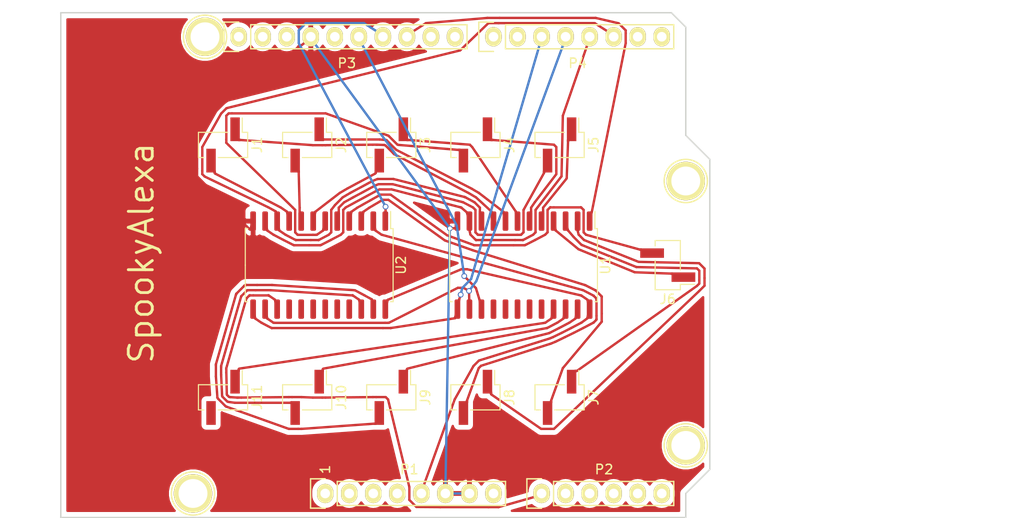
<source format=kicad_pcb>
(kicad_pcb (version 20171130) (host pcbnew "(5.1.4)-1")

  (general
    (thickness 1.6)
    (drawings 28)
    (tracks 666)
    (zones 0)
    (modules 21)
    (nets 68)
  )

  (page A4)
  (title_block
    (date "lun. 30 mars 2015")
  )

  (layers
    (0 F.Cu signal)
    (31 B.Cu signal)
    (32 B.Adhes user)
    (33 F.Adhes user)
    (34 B.Paste user)
    (35 F.Paste user)
    (36 B.SilkS user)
    (37 F.SilkS user)
    (38 B.Mask user)
    (39 F.Mask user)
    (40 Dwgs.User user)
    (41 Cmts.User user)
    (42 Eco1.User user)
    (43 Eco2.User user)
    (44 Edge.Cuts user)
    (45 Margin user)
    (46 B.CrtYd user)
    (47 F.CrtYd user)
    (48 B.Fab user)
    (49 F.Fab user)
  )

  (setup
    (last_trace_width 0.25)
    (trace_clearance 0.1524)
    (zone_clearance 0.508)
    (zone_45_only no)
    (trace_min 0.2)
    (via_size 0.6)
    (via_drill 0.4)
    (via_min_size 0.4)
    (via_min_drill 0.3)
    (uvia_size 0.3)
    (uvia_drill 0.1)
    (uvias_allowed no)
    (uvia_min_size 0.2)
    (uvia_min_drill 0.1)
    (edge_width 0.15)
    (segment_width 0.15)
    (pcb_text_width 0.3)
    (pcb_text_size 1.5 1.5)
    (mod_edge_width 0.15)
    (mod_text_size 1 1)
    (mod_text_width 0.15)
    (pad_size 4.064 4.064)
    (pad_drill 3.048)
    (pad_to_mask_clearance 0)
    (aux_axis_origin 110.998 126.365)
    (grid_origin 110.998 126.365)
    (visible_elements 7FFFFFFF)
    (pcbplotparams
      (layerselection 0x00030_80000001)
      (usegerberextensions false)
      (usegerberattributes false)
      (usegerberadvancedattributes false)
      (creategerberjobfile false)
      (excludeedgelayer true)
      (linewidth 0.100000)
      (plotframeref false)
      (viasonmask false)
      (mode 1)
      (useauxorigin false)
      (hpglpennumber 1)
      (hpglpenspeed 20)
      (hpglpendiameter 15.000000)
      (psnegative false)
      (psa4output false)
      (plotreference true)
      (plotvalue true)
      (plotinvisibletext false)
      (padsonsilk false)
      (subtractmaskfromsilk false)
      (outputformat 1)
      (mirror false)
      (drillshape 1)
      (scaleselection 1)
      (outputdirectory ""))
  )

  (net 0 "")
  (net 1 /IOREF)
  (net 2 /Reset)
  (net 3 +5V)
  (net 4 GND)
  (net 5 /Vin)
  (net 6 /A0)
  (net 7 /A1)
  (net 8 /A2)
  (net 9 /A3)
  (net 10 /AREF)
  (net 11 "/A4(SDA)")
  (net 12 "/A5(SCL)")
  (net 13 "/9(**)")
  (net 14 /8)
  (net 15 /7)
  (net 16 "/6(**)")
  (net 17 /4)
  (net 18 /2)
  (net 19 "/1(Tx)")
  (net 20 "/0(Rx)")
  (net 21 "Net-(P5-Pad1)")
  (net 22 "Net-(P6-Pad1)")
  (net 23 "Net-(P7-Pad1)")
  (net 24 "Net-(P8-Pad1)")
  (net 25 "/13(SCK)")
  (net 26 "Net-(P1-Pad1)")
  (net 27 +3V3)
  (net 28 /E1)
  (net 29 /T1)
  (net 30 /T2)
  (net 31 /E2)
  (net 32 /E3)
  (net 33 /T3)
  (net 34 /T4)
  (net 35 /E4)
  (net 36 /E5)
  (net 37 /T5)
  (net 38 /T6)
  (net 39 /E6)
  (net 40 /E7)
  (net 41 /T7)
  (net 42 /T8)
  (net 43 /E8)
  (net 44 /E9)
  (net 45 /T9)
  (net 46 /T10)
  (net 47 /E10)
  (net 48 /E11)
  (net 49 /T12)
  (net 50 "/11(TRIG)")
  (net 51 "/10(ECHO)")
  (net 52 /12)
  (net 53 "Net-(U1-Pad16)")
  (net 54 "Net-(U1-Pad17)")
  (net 55 "Net-(U1-Pad18)")
  (net 56 "Net-(U1-Pad19)")
  (net 57 "Net-(U1-Pad20)")
  (net 58 /T11)
  (net 59 "Net-(U2-Pad20)")
  (net 60 "Net-(U2-Pad19)")
  (net 61 "Net-(U2-Pad18)")
  (net 62 "Net-(U2-Pad17)")
  (net 63 "Net-(U2-Pad16)")
  (net 64 /5)
  (net 65 /3)
  (net 66 /A5)
  (net 67 /A4)

  (net_class Default "This is the default net class."
    (clearance 0.1524)
    (trace_width 0.25)
    (via_dia 0.6)
    (via_drill 0.4)
    (uvia_dia 0.3)
    (uvia_drill 0.1)
    (add_net +3V3)
    (add_net +5V)
    (add_net "/0(Rx)")
    (add_net "/1(Tx)")
    (add_net "/10(ECHO)")
    (add_net "/11(TRIG)")
    (add_net /12)
    (add_net "/13(SCK)")
    (add_net /2)
    (add_net /3)
    (add_net /4)
    (add_net /5)
    (add_net "/6(**)")
    (add_net /7)
    (add_net /8)
    (add_net "/9(**)")
    (add_net /A0)
    (add_net /A1)
    (add_net /A2)
    (add_net /A3)
    (add_net /A4)
    (add_net "/A4(SDA)")
    (add_net /A5)
    (add_net "/A5(SCL)")
    (add_net /AREF)
    (add_net /E1)
    (add_net /E10)
    (add_net /E11)
    (add_net /E2)
    (add_net /E3)
    (add_net /E4)
    (add_net /E5)
    (add_net /E6)
    (add_net /E7)
    (add_net /E8)
    (add_net /E9)
    (add_net /IOREF)
    (add_net /Reset)
    (add_net /T1)
    (add_net /T10)
    (add_net /T11)
    (add_net /T12)
    (add_net /T2)
    (add_net /T3)
    (add_net /T4)
    (add_net /T5)
    (add_net /T6)
    (add_net /T7)
    (add_net /T8)
    (add_net /T9)
    (add_net /Vin)
    (add_net GND)
    (add_net "Net-(P1-Pad1)")
    (add_net "Net-(P5-Pad1)")
    (add_net "Net-(P6-Pad1)")
    (add_net "Net-(P7-Pad1)")
    (add_net "Net-(P8-Pad1)")
    (add_net "Net-(U1-Pad16)")
    (add_net "Net-(U1-Pad17)")
    (add_net "Net-(U1-Pad18)")
    (add_net "Net-(U1-Pad19)")
    (add_net "Net-(U1-Pad20)")
    (add_net "Net-(U2-Pad16)")
    (add_net "Net-(U2-Pad17)")
    (add_net "Net-(U2-Pad18)")
    (add_net "Net-(U2-Pad19)")
    (add_net "Net-(U2-Pad20)")
  )

  (module Socket_Arduino_Uno:Socket_Strip_Arduino_1x08 locked (layer F.Cu) (tedit 552168D2) (tstamp 551AF9EA)
    (at 138.938 123.825)
    (descr "Through hole socket strip")
    (tags "socket strip")
    (path /56D70129)
    (attr smd)
    (fp_text reference P1 (at 8.89 -2.54) (layer F.SilkS)
      (effects (font (size 1 1) (thickness 0.15)))
    )
    (fp_text value Power (at 8.89 -4.064) (layer F.Fab)
      (effects (font (size 1 1) (thickness 0.15)))
    )
    (fp_line (start -1.75 -1.75) (end -1.75 1.75) (layer F.CrtYd) (width 0.05))
    (fp_line (start 19.55 -1.75) (end 19.55 1.75) (layer F.CrtYd) (width 0.05))
    (fp_line (start -1.75 -1.75) (end 19.55 -1.75) (layer F.CrtYd) (width 0.05))
    (fp_line (start -1.75 1.75) (end 19.55 1.75) (layer F.CrtYd) (width 0.05))
    (fp_line (start 1.27 1.27) (end 19.05 1.27) (layer F.SilkS) (width 0.15))
    (fp_line (start 19.05 1.27) (end 19.05 -1.27) (layer F.SilkS) (width 0.15))
    (fp_line (start 19.05 -1.27) (end 1.27 -1.27) (layer F.SilkS) (width 0.15))
    (fp_line (start -1.55 1.55) (end 0 1.55) (layer F.SilkS) (width 0.15))
    (fp_line (start 1.27 1.27) (end 1.27 -1.27) (layer F.SilkS) (width 0.15))
    (fp_line (start 0 -1.55) (end -1.55 -1.55) (layer F.SilkS) (width 0.15))
    (fp_line (start -1.55 -1.55) (end -1.55 1.55) (layer F.SilkS) (width 0.15))
    (pad 1 thru_hole oval (at 0 0) (size 1.7272 2.032) (drill 1.016) (layers *.Cu *.Mask F.SilkS)
      (net 26 "Net-(P1-Pad1)"))
    (pad 2 thru_hole oval (at 2.54 0) (size 1.7272 2.032) (drill 1.016) (layers *.Cu *.Mask F.SilkS)
      (net 1 /IOREF))
    (pad 3 thru_hole oval (at 5.08 0) (size 1.7272 2.032) (drill 1.016) (layers *.Cu *.Mask F.SilkS)
      (net 2 /Reset))
    (pad 4 thru_hole oval (at 7.62 0) (size 1.7272 2.032) (drill 1.016) (layers *.Cu *.Mask F.SilkS)
      (net 27 +3V3))
    (pad 5 thru_hole oval (at 10.16 0) (size 1.7272 2.032) (drill 1.016) (layers *.Cu *.Mask F.SilkS)
      (net 3 +5V))
    (pad 6 thru_hole oval (at 12.7 0) (size 1.7272 2.032) (drill 1.016) (layers *.Cu *.Mask F.SilkS)
      (net 4 GND))
    (pad 7 thru_hole oval (at 15.24 0) (size 1.7272 2.032) (drill 1.016) (layers *.Cu *.Mask F.SilkS)
      (net 4 GND))
    (pad 8 thru_hole oval (at 17.78 0) (size 1.7272 2.032) (drill 1.016) (layers *.Cu *.Mask F.SilkS)
      (net 5 /Vin))
    (model ${KIPRJMOD}/Socket_Arduino_Uno.3dshapes/Socket_header_Arduino_1x08.wrl
      (offset (xyz 8.889999866485596 0 0))
      (scale (xyz 1 1 1))
      (rotate (xyz 0 0 180))
    )
  )

  (module Socket_Arduino_Uno:Socket_Strip_Arduino_1x06 locked (layer F.Cu) (tedit 552168D6) (tstamp 551AF9FF)
    (at 161.798 123.825)
    (descr "Through hole socket strip")
    (tags "socket strip")
    (path /56D70DD8)
    (attr smd)
    (fp_text reference P2 (at 6.604 -2.54) (layer F.SilkS)
      (effects (font (size 1 1) (thickness 0.15)))
    )
    (fp_text value Analog (at 6.604 -4.064) (layer F.Fab)
      (effects (font (size 1 1) (thickness 0.15)))
    )
    (fp_line (start -1.75 -1.75) (end -1.75 1.75) (layer F.CrtYd) (width 0.05))
    (fp_line (start 14.45 -1.75) (end 14.45 1.75) (layer F.CrtYd) (width 0.05))
    (fp_line (start -1.75 -1.75) (end 14.45 -1.75) (layer F.CrtYd) (width 0.05))
    (fp_line (start -1.75 1.75) (end 14.45 1.75) (layer F.CrtYd) (width 0.05))
    (fp_line (start 1.27 1.27) (end 13.97 1.27) (layer F.SilkS) (width 0.15))
    (fp_line (start 13.97 1.27) (end 13.97 -1.27) (layer F.SilkS) (width 0.15))
    (fp_line (start 13.97 -1.27) (end 1.27 -1.27) (layer F.SilkS) (width 0.15))
    (fp_line (start -1.55 1.55) (end 0 1.55) (layer F.SilkS) (width 0.15))
    (fp_line (start 1.27 1.27) (end 1.27 -1.27) (layer F.SilkS) (width 0.15))
    (fp_line (start 0 -1.55) (end -1.55 -1.55) (layer F.SilkS) (width 0.15))
    (fp_line (start -1.55 -1.55) (end -1.55 1.55) (layer F.SilkS) (width 0.15))
    (pad 1 thru_hole oval (at 0 0) (size 1.7272 2.032) (drill 1.016) (layers *.Cu *.Mask F.SilkS)
      (net 6 /A0))
    (pad 2 thru_hole oval (at 2.54 0) (size 1.7272 2.032) (drill 1.016) (layers *.Cu *.Mask F.SilkS)
      (net 7 /A1))
    (pad 3 thru_hole oval (at 5.08 0) (size 1.7272 2.032) (drill 1.016) (layers *.Cu *.Mask F.SilkS)
      (net 8 /A2))
    (pad 4 thru_hole oval (at 7.62 0) (size 1.7272 2.032) (drill 1.016) (layers *.Cu *.Mask F.SilkS)
      (net 9 /A3))
    (pad 5 thru_hole oval (at 10.16 0) (size 1.7272 2.032) (drill 1.016) (layers *.Cu *.Mask F.SilkS)
      (net 11 "/A4(SDA)"))
    (pad 6 thru_hole oval (at 12.7 0) (size 1.7272 2.032) (drill 1.016) (layers *.Cu *.Mask F.SilkS)
      (net 12 "/A5(SCL)"))
    (model ${KIPRJMOD}/Socket_Arduino_Uno.3dshapes/Socket_header_Arduino_1x06.wrl
      (offset (xyz 6.349999904632568 0 0))
      (scale (xyz 1 1 1))
      (rotate (xyz 0 0 180))
    )
  )

  (module Socket_Arduino_Uno:Socket_Strip_Arduino_1x10 locked (layer F.Cu) (tedit 552168BF) (tstamp 551AFA18)
    (at 129.794 75.565)
    (descr "Through hole socket strip")
    (tags "socket strip")
    (path /56D721E0)
    (attr smd)
    (fp_text reference P3 (at 11.43 2.794) (layer F.SilkS)
      (effects (font (size 1 1) (thickness 0.15)))
    )
    (fp_text value Digital (at 11.43 4.318) (layer F.Fab)
      (effects (font (size 1 1) (thickness 0.15)))
    )
    (fp_line (start -1.75 -1.75) (end -1.75 1.75) (layer F.CrtYd) (width 0.05))
    (fp_line (start 24.65 -1.75) (end 24.65 1.75) (layer F.CrtYd) (width 0.05))
    (fp_line (start -1.75 -1.75) (end 24.65 -1.75) (layer F.CrtYd) (width 0.05))
    (fp_line (start -1.75 1.75) (end 24.65 1.75) (layer F.CrtYd) (width 0.05))
    (fp_line (start 1.27 1.27) (end 24.13 1.27) (layer F.SilkS) (width 0.15))
    (fp_line (start 24.13 1.27) (end 24.13 -1.27) (layer F.SilkS) (width 0.15))
    (fp_line (start 24.13 -1.27) (end 1.27 -1.27) (layer F.SilkS) (width 0.15))
    (fp_line (start -1.55 1.55) (end 0 1.55) (layer F.SilkS) (width 0.15))
    (fp_line (start 1.27 1.27) (end 1.27 -1.27) (layer F.SilkS) (width 0.15))
    (fp_line (start 0 -1.55) (end -1.55 -1.55) (layer F.SilkS) (width 0.15))
    (fp_line (start -1.55 -1.55) (end -1.55 1.55) (layer F.SilkS) (width 0.15))
    (pad 1 thru_hole oval (at 0 0) (size 1.7272 2.032) (drill 1.016) (layers *.Cu *.Mask F.SilkS)
      (net 66 /A5))
    (pad 2 thru_hole oval (at 2.54 0) (size 1.7272 2.032) (drill 1.016) (layers *.Cu *.Mask F.SilkS)
      (net 67 /A4))
    (pad 3 thru_hole oval (at 5.08 0) (size 1.7272 2.032) (drill 1.016) (layers *.Cu *.Mask F.SilkS)
      (net 10 /AREF))
    (pad 4 thru_hole oval (at 7.62 0) (size 1.7272 2.032) (drill 1.016) (layers *.Cu *.Mask F.SilkS)
      (net 4 GND))
    (pad 5 thru_hole oval (at 10.16 0) (size 1.7272 2.032) (drill 1.016) (layers *.Cu *.Mask F.SilkS)
      (net 25 "/13(SCK)"))
    (pad 6 thru_hole oval (at 12.7 0) (size 1.7272 2.032) (drill 1.016) (layers *.Cu *.Mask F.SilkS)
      (net 52 /12))
    (pad 7 thru_hole oval (at 15.24 0) (size 1.7272 2.032) (drill 1.016) (layers *.Cu *.Mask F.SilkS)
      (net 50 "/11(TRIG)"))
    (pad 8 thru_hole oval (at 17.78 0) (size 1.7272 2.032) (drill 1.016) (layers *.Cu *.Mask F.SilkS)
      (net 51 "/10(ECHO)"))
    (pad 9 thru_hole oval (at 20.32 0) (size 1.7272 2.032) (drill 1.016) (layers *.Cu *.Mask F.SilkS)
      (net 13 "/9(**)"))
    (pad 10 thru_hole oval (at 22.86 0) (size 1.7272 2.032) (drill 1.016) (layers *.Cu *.Mask F.SilkS)
      (net 14 /8))
    (model ${KIPRJMOD}/Socket_Arduino_Uno.3dshapes/Socket_header_Arduino_1x10.wrl
      (offset (xyz 11.42999982833862 0 0))
      (scale (xyz 1 1 1))
      (rotate (xyz 0 0 180))
    )
  )

  (module Socket_Arduino_Uno:Socket_Strip_Arduino_1x08 locked (layer F.Cu) (tedit 552168C7) (tstamp 551AFA2F)
    (at 156.718 75.565)
    (descr "Through hole socket strip")
    (tags "socket strip")
    (path /56D7164F)
    (attr smd)
    (fp_text reference P4 (at 8.89 2.794) (layer F.SilkS)
      (effects (font (size 1 1) (thickness 0.15)))
    )
    (fp_text value Digital (at 8.89 4.318) (layer F.Fab)
      (effects (font (size 1 1) (thickness 0.15)))
    )
    (fp_line (start -1.75 -1.75) (end -1.75 1.75) (layer F.CrtYd) (width 0.05))
    (fp_line (start 19.55 -1.75) (end 19.55 1.75) (layer F.CrtYd) (width 0.05))
    (fp_line (start -1.75 -1.75) (end 19.55 -1.75) (layer F.CrtYd) (width 0.05))
    (fp_line (start -1.75 1.75) (end 19.55 1.75) (layer F.CrtYd) (width 0.05))
    (fp_line (start 1.27 1.27) (end 19.05 1.27) (layer F.SilkS) (width 0.15))
    (fp_line (start 19.05 1.27) (end 19.05 -1.27) (layer F.SilkS) (width 0.15))
    (fp_line (start 19.05 -1.27) (end 1.27 -1.27) (layer F.SilkS) (width 0.15))
    (fp_line (start -1.55 1.55) (end 0 1.55) (layer F.SilkS) (width 0.15))
    (fp_line (start 1.27 1.27) (end 1.27 -1.27) (layer F.SilkS) (width 0.15))
    (fp_line (start 0 -1.55) (end -1.55 -1.55) (layer F.SilkS) (width 0.15))
    (fp_line (start -1.55 -1.55) (end -1.55 1.55) (layer F.SilkS) (width 0.15))
    (pad 1 thru_hole oval (at 0 0) (size 1.7272 2.032) (drill 1.016) (layers *.Cu *.Mask F.SilkS)
      (net 15 /7))
    (pad 2 thru_hole oval (at 2.54 0) (size 1.7272 2.032) (drill 1.016) (layers *.Cu *.Mask F.SilkS)
      (net 16 "/6(**)"))
    (pad 3 thru_hole oval (at 5.08 0) (size 1.7272 2.032) (drill 1.016) (layers *.Cu *.Mask F.SilkS)
      (net 64 /5))
    (pad 4 thru_hole oval (at 7.62 0) (size 1.7272 2.032) (drill 1.016) (layers *.Cu *.Mask F.SilkS)
      (net 17 /4))
    (pad 5 thru_hole oval (at 10.16 0) (size 1.7272 2.032) (drill 1.016) (layers *.Cu *.Mask F.SilkS)
      (net 65 /3))
    (pad 6 thru_hole oval (at 12.7 0) (size 1.7272 2.032) (drill 1.016) (layers *.Cu *.Mask F.SilkS)
      (net 18 /2))
    (pad 7 thru_hole oval (at 15.24 0) (size 1.7272 2.032) (drill 1.016) (layers *.Cu *.Mask F.SilkS)
      (net 19 "/1(Tx)"))
    (pad 8 thru_hole oval (at 17.78 0) (size 1.7272 2.032) (drill 1.016) (layers *.Cu *.Mask F.SilkS)
      (net 20 "/0(Rx)"))
    (model ${KIPRJMOD}/Socket_Arduino_Uno.3dshapes/Socket_header_Arduino_1x08.wrl
      (offset (xyz 8.889999866485596 0 0))
      (scale (xyz 1 1 1))
      (rotate (xyz 0 0 180))
    )
  )

  (module Socket_Arduino_Uno:Arduino_1pin locked (layer F.Cu) (tedit 5524FC39) (tstamp 5524FC3F)
    (at 124.968 123.825)
    (descr "module 1 pin (ou trou mecanique de percage)")
    (tags DEV)
    (path /56D71177)
    (fp_text reference P5 (at 0 -3.048) (layer F.SilkS) hide
      (effects (font (size 1 1) (thickness 0.15)))
    )
    (fp_text value CONN_01X01 (at 0 2.794) (layer F.Fab) hide
      (effects (font (size 1 1) (thickness 0.15)))
    )
    (fp_circle (center 0 0) (end 0 -2.286) (layer F.SilkS) (width 0.15))
    (pad 1 thru_hole circle (at 0 0) (size 4.064 4.064) (drill 3.048) (layers *.Cu *.Mask F.SilkS)
      (net 21 "Net-(P5-Pad1)"))
  )

  (module Socket_Arduino_Uno:Arduino_1pin locked (layer F.Cu) (tedit 5524FC4A) (tstamp 5524FC44)
    (at 177.038 118.745)
    (descr "module 1 pin (ou trou mecanique de percage)")
    (tags DEV)
    (path /56D71274)
    (fp_text reference P6 (at 0 -3.048) (layer F.SilkS) hide
      (effects (font (size 1 1) (thickness 0.15)))
    )
    (fp_text value CONN_01X01 (at 0 2.794) (layer F.Fab) hide
      (effects (font (size 1 1) (thickness 0.15)))
    )
    (fp_circle (center 0 0) (end 0 -2.286) (layer F.SilkS) (width 0.15))
    (pad 1 thru_hole circle (at 0 0) (size 4.064 4.064) (drill 3.048) (layers *.Cu *.Mask F.SilkS)
      (net 22 "Net-(P6-Pad1)"))
  )

  (module Socket_Arduino_Uno:Arduino_1pin locked (layer F.Cu) (tedit 5524FC2F) (tstamp 5524FC49)
    (at 126.238 75.565)
    (descr "module 1 pin (ou trou mecanique de percage)")
    (tags DEV)
    (path /56D712A8)
    (fp_text reference P7 (at 0 -3.048) (layer F.SilkS) hide
      (effects (font (size 1 1) (thickness 0.15)))
    )
    (fp_text value CONN_01X01 (at 0 2.794) (layer F.Fab) hide
      (effects (font (size 1 1) (thickness 0.15)))
    )
    (fp_circle (center 0 0) (end 0 -2.286) (layer F.SilkS) (width 0.15))
    (pad 1 thru_hole circle (at 0 0) (size 4.064 4.064) (drill 3.048) (layers *.Cu *.Mask F.SilkS)
      (net 23 "Net-(P7-Pad1)"))
  )

  (module Socket_Arduino_Uno:Arduino_1pin locked (layer F.Cu) (tedit 5524FC41) (tstamp 5524FC4E)
    (at 177.038 90.805)
    (descr "module 1 pin (ou trou mecanique de percage)")
    (tags DEV)
    (path /56D712DB)
    (fp_text reference P8 (at 0 -3.048) (layer F.SilkS) hide
      (effects (font (size 1 1) (thickness 0.15)))
    )
    (fp_text value CONN_01X01 (at 0 2.794) (layer F.Fab) hide
      (effects (font (size 1 1) (thickness 0.15)))
    )
    (fp_circle (center 0 0) (end 0 -2.286) (layer F.SilkS) (width 0.15))
    (pad 1 thru_hole circle (at 0 0) (size 4.064 4.064) (drill 3.048) (layers *.Cu *.Mask F.SilkS)
      (net 24 "Net-(P8-Pad1)"))
  )

  (module Connector_PinHeader_2.54mm:PinHeader_1x02_P2.54mm_Vertical_SMD_Pin1Left (layer F.Cu) (tedit 59FED5CC) (tstamp 5DDFF37A)
    (at 128.143 86.995 270)
    (descr "surface-mounted straight pin header, 1x02, 2.54mm pitch, single row, style 1 (pin 1 left)")
    (tags "Surface mounted pin header SMD 1x02 2.54mm single row style1 pin1 left")
    (path /5DE3D466)
    (attr smd)
    (fp_text reference J1 (at 0 -3.6 90) (layer F.SilkS)
      (effects (font (size 1 1) (thickness 0.15)))
    )
    (fp_text value Conn_01x02 (at 0 3.6 90) (layer F.Fab)
      (effects (font (size 1 1) (thickness 0.15)))
    )
    (fp_line (start 1.27 2.54) (end -1.27 2.54) (layer F.Fab) (width 0.1))
    (fp_line (start -0.32 -2.54) (end 1.27 -2.54) (layer F.Fab) (width 0.1))
    (fp_line (start -1.27 2.54) (end -1.27 -1.59) (layer F.Fab) (width 0.1))
    (fp_line (start -1.27 -1.59) (end -0.32 -2.54) (layer F.Fab) (width 0.1))
    (fp_line (start 1.27 -2.54) (end 1.27 2.54) (layer F.Fab) (width 0.1))
    (fp_line (start -1.27 -1.59) (end -2.54 -1.59) (layer F.Fab) (width 0.1))
    (fp_line (start -2.54 -1.59) (end -2.54 -0.95) (layer F.Fab) (width 0.1))
    (fp_line (start -2.54 -0.95) (end -1.27 -0.95) (layer F.Fab) (width 0.1))
    (fp_line (start 1.27 0.95) (end 2.54 0.95) (layer F.Fab) (width 0.1))
    (fp_line (start 2.54 0.95) (end 2.54 1.59) (layer F.Fab) (width 0.1))
    (fp_line (start 2.54 1.59) (end 1.27 1.59) (layer F.Fab) (width 0.1))
    (fp_line (start -1.33 -2.6) (end 1.33 -2.6) (layer F.SilkS) (width 0.12))
    (fp_line (start -1.33 2.6) (end 1.33 2.6) (layer F.SilkS) (width 0.12))
    (fp_line (start 1.33 -2.6) (end 1.33 0.51) (layer F.SilkS) (width 0.12))
    (fp_line (start -1.33 -2.03) (end -2.85 -2.03) (layer F.SilkS) (width 0.12))
    (fp_line (start -1.33 -2.6) (end -1.33 -2.03) (layer F.SilkS) (width 0.12))
    (fp_line (start 1.33 2.03) (end 1.33 2.6) (layer F.SilkS) (width 0.12))
    (fp_line (start -1.33 -0.51) (end -1.33 2.6) (layer F.SilkS) (width 0.12))
    (fp_line (start -3.45 -3.05) (end -3.45 3.05) (layer F.CrtYd) (width 0.05))
    (fp_line (start -3.45 3.05) (end 3.45 3.05) (layer F.CrtYd) (width 0.05))
    (fp_line (start 3.45 3.05) (end 3.45 -3.05) (layer F.CrtYd) (width 0.05))
    (fp_line (start 3.45 -3.05) (end -3.45 -3.05) (layer F.CrtYd) (width 0.05))
    (fp_text user %R (at 0 0) (layer F.Fab)
      (effects (font (size 1 1) (thickness 0.15)))
    )
    (pad 1 smd rect (at -1.655 -1.27 270) (size 2.51 1) (layers F.Cu F.Paste F.Mask)
      (net 28 /E1))
    (pad 2 smd rect (at 1.655 1.27 270) (size 2.51 1) (layers F.Cu F.Paste F.Mask)
      (net 29 /T1))
    (model ${KISYS3DMOD}/Connector_PinHeader_2.54mm.3dshapes/PinHeader_1x02_P2.54mm_Vertical_SMD_Pin1Left.wrl
      (at (xyz 0 0 0))
      (scale (xyz 1 1 1))
      (rotate (xyz 0 0 0))
    )
  )

  (module Connector_PinHeader_2.54mm:PinHeader_1x02_P2.54mm_Vertical_SMD_Pin1Left (layer F.Cu) (tedit 59FED5CC) (tstamp 5DDFF602)
    (at 137.033 86.995 270)
    (descr "surface-mounted straight pin header, 1x02, 2.54mm pitch, single row, style 1 (pin 1 left)")
    (tags "Surface mounted pin header SMD 1x02 2.54mm single row style1 pin1 left")
    (path /5DDFADF6)
    (attr smd)
    (fp_text reference J2 (at 0 -3.6 90) (layer F.SilkS)
      (effects (font (size 1 1) (thickness 0.15)))
    )
    (fp_text value Conn_01x02 (at 0 3.6 90) (layer F.Fab)
      (effects (font (size 1 1) (thickness 0.15)))
    )
    (fp_text user %R (at 0 0) (layer F.Fab)
      (effects (font (size 1 1) (thickness 0.15)))
    )
    (fp_line (start 3.45 -3.05) (end -3.45 -3.05) (layer F.CrtYd) (width 0.05))
    (fp_line (start 3.45 3.05) (end 3.45 -3.05) (layer F.CrtYd) (width 0.05))
    (fp_line (start -3.45 3.05) (end 3.45 3.05) (layer F.CrtYd) (width 0.05))
    (fp_line (start -3.45 -3.05) (end -3.45 3.05) (layer F.CrtYd) (width 0.05))
    (fp_line (start -1.33 -0.51) (end -1.33 2.6) (layer F.SilkS) (width 0.12))
    (fp_line (start 1.33 2.03) (end 1.33 2.6) (layer F.SilkS) (width 0.12))
    (fp_line (start -1.33 -2.6) (end -1.33 -2.03) (layer F.SilkS) (width 0.12))
    (fp_line (start -1.33 -2.03) (end -2.85 -2.03) (layer F.SilkS) (width 0.12))
    (fp_line (start 1.33 -2.6) (end 1.33 0.51) (layer F.SilkS) (width 0.12))
    (fp_line (start -1.33 2.6) (end 1.33 2.6) (layer F.SilkS) (width 0.12))
    (fp_line (start -1.33 -2.6) (end 1.33 -2.6) (layer F.SilkS) (width 0.12))
    (fp_line (start 2.54 1.59) (end 1.27 1.59) (layer F.Fab) (width 0.1))
    (fp_line (start 2.54 0.95) (end 2.54 1.59) (layer F.Fab) (width 0.1))
    (fp_line (start 1.27 0.95) (end 2.54 0.95) (layer F.Fab) (width 0.1))
    (fp_line (start -2.54 -0.95) (end -1.27 -0.95) (layer F.Fab) (width 0.1))
    (fp_line (start -2.54 -1.59) (end -2.54 -0.95) (layer F.Fab) (width 0.1))
    (fp_line (start -1.27 -1.59) (end -2.54 -1.59) (layer F.Fab) (width 0.1))
    (fp_line (start 1.27 -2.54) (end 1.27 2.54) (layer F.Fab) (width 0.1))
    (fp_line (start -1.27 -1.59) (end -0.32 -2.54) (layer F.Fab) (width 0.1))
    (fp_line (start -1.27 2.54) (end -1.27 -1.59) (layer F.Fab) (width 0.1))
    (fp_line (start -0.32 -2.54) (end 1.27 -2.54) (layer F.Fab) (width 0.1))
    (fp_line (start 1.27 2.54) (end -1.27 2.54) (layer F.Fab) (width 0.1))
    (pad 2 smd rect (at 1.655 1.27 270) (size 2.51 1) (layers F.Cu F.Paste F.Mask)
      (net 30 /T2))
    (pad 1 smd rect (at -1.655 -1.27 270) (size 2.51 1) (layers F.Cu F.Paste F.Mask)
      (net 31 /E2))
    (model ${KISYS3DMOD}/Connector_PinHeader_2.54mm.3dshapes/PinHeader_1x02_P2.54mm_Vertical_SMD_Pin1Left.wrl
      (at (xyz 0 0 0))
      (scale (xyz 1 1 1))
      (rotate (xyz 0 0 0))
    )
  )

  (module Connector_PinHeader_2.54mm:PinHeader_1x02_P2.54mm_Vertical_SMD_Pin1Left (layer F.Cu) (tedit 59FED5CC) (tstamp 5DDFF788)
    (at 145.923 86.995 270)
    (descr "surface-mounted straight pin header, 1x02, 2.54mm pitch, single row, style 1 (pin 1 left)")
    (tags "Surface mounted pin header SMD 1x02 2.54mm single row style1 pin1 left")
    (path /5DDFB3AB)
    (attr smd)
    (fp_text reference J3 (at 0 -3.6 90) (layer F.SilkS)
      (effects (font (size 1 1) (thickness 0.15)))
    )
    (fp_text value Conn_01x02 (at 0 3.6 90) (layer F.Fab)
      (effects (font (size 1 1) (thickness 0.15)))
    )
    (fp_line (start 1.27 2.54) (end -1.27 2.54) (layer F.Fab) (width 0.1))
    (fp_line (start -0.32 -2.54) (end 1.27 -2.54) (layer F.Fab) (width 0.1))
    (fp_line (start -1.27 2.54) (end -1.27 -1.59) (layer F.Fab) (width 0.1))
    (fp_line (start -1.27 -1.59) (end -0.32 -2.54) (layer F.Fab) (width 0.1))
    (fp_line (start 1.27 -2.54) (end 1.27 2.54) (layer F.Fab) (width 0.1))
    (fp_line (start -1.27 -1.59) (end -2.54 -1.59) (layer F.Fab) (width 0.1))
    (fp_line (start -2.54 -1.59) (end -2.54 -0.95) (layer F.Fab) (width 0.1))
    (fp_line (start -2.54 -0.95) (end -1.27 -0.95) (layer F.Fab) (width 0.1))
    (fp_line (start 1.27 0.95) (end 2.54 0.95) (layer F.Fab) (width 0.1))
    (fp_line (start 2.54 0.95) (end 2.54 1.59) (layer F.Fab) (width 0.1))
    (fp_line (start 2.54 1.59) (end 1.27 1.59) (layer F.Fab) (width 0.1))
    (fp_line (start -1.33 -2.6) (end 1.33 -2.6) (layer F.SilkS) (width 0.12))
    (fp_line (start -1.33 2.6) (end 1.33 2.6) (layer F.SilkS) (width 0.12))
    (fp_line (start 1.33 -2.6) (end 1.33 0.51) (layer F.SilkS) (width 0.12))
    (fp_line (start -1.33 -2.03) (end -2.85 -2.03) (layer F.SilkS) (width 0.12))
    (fp_line (start -1.33 -2.6) (end -1.33 -2.03) (layer F.SilkS) (width 0.12))
    (fp_line (start 1.33 2.03) (end 1.33 2.6) (layer F.SilkS) (width 0.12))
    (fp_line (start -1.33 -0.51) (end -1.33 2.6) (layer F.SilkS) (width 0.12))
    (fp_line (start -3.45 -3.05) (end -3.45 3.05) (layer F.CrtYd) (width 0.05))
    (fp_line (start -3.45 3.05) (end 3.45 3.05) (layer F.CrtYd) (width 0.05))
    (fp_line (start 3.45 3.05) (end 3.45 -3.05) (layer F.CrtYd) (width 0.05))
    (fp_line (start 3.45 -3.05) (end -3.45 -3.05) (layer F.CrtYd) (width 0.05))
    (fp_text user %R (at 0 0) (layer F.Fab)
      (effects (font (size 1 1) (thickness 0.15)))
    )
    (pad 1 smd rect (at -1.655 -1.27 270) (size 2.51 1) (layers F.Cu F.Paste F.Mask)
      (net 32 /E3))
    (pad 2 smd rect (at 1.655 1.27 270) (size 2.51 1) (layers F.Cu F.Paste F.Mask)
      (net 33 /T3))
    (model ${KISYS3DMOD}/Connector_PinHeader_2.54mm.3dshapes/PinHeader_1x02_P2.54mm_Vertical_SMD_Pin1Left.wrl
      (at (xyz 0 0 0))
      (scale (xyz 1 1 1))
      (rotate (xyz 0 0 0))
    )
  )

  (module Connector_PinHeader_2.54mm:PinHeader_1x02_P2.54mm_Vertical_SMD_Pin1Left (layer F.Cu) (tedit 59FED5CC) (tstamp 5DDFF656)
    (at 154.813 86.995 270)
    (descr "surface-mounted straight pin header, 1x02, 2.54mm pitch, single row, style 1 (pin 1 left)")
    (tags "Surface mounted pin header SMD 1x02 2.54mm single row style1 pin1 left")
    (path /5DDFB8D4)
    (attr smd)
    (fp_text reference J4 (at 0 -3.6 90) (layer F.SilkS)
      (effects (font (size 1 1) (thickness 0.15)))
    )
    (fp_text value Conn_01x02 (at 0 3.6 90) (layer F.Fab)
      (effects (font (size 1 1) (thickness 0.15)))
    )
    (fp_text user %R (at 0 0) (layer F.Fab)
      (effects (font (size 1 1) (thickness 0.15)))
    )
    (fp_line (start 3.45 -3.05) (end -3.45 -3.05) (layer F.CrtYd) (width 0.05))
    (fp_line (start 3.45 3.05) (end 3.45 -3.05) (layer F.CrtYd) (width 0.05))
    (fp_line (start -3.45 3.05) (end 3.45 3.05) (layer F.CrtYd) (width 0.05))
    (fp_line (start -3.45 -3.05) (end -3.45 3.05) (layer F.CrtYd) (width 0.05))
    (fp_line (start -1.33 -0.51) (end -1.33 2.6) (layer F.SilkS) (width 0.12))
    (fp_line (start 1.33 2.03) (end 1.33 2.6) (layer F.SilkS) (width 0.12))
    (fp_line (start -1.33 -2.6) (end -1.33 -2.03) (layer F.SilkS) (width 0.12))
    (fp_line (start -1.33 -2.03) (end -2.85 -2.03) (layer F.SilkS) (width 0.12))
    (fp_line (start 1.33 -2.6) (end 1.33 0.51) (layer F.SilkS) (width 0.12))
    (fp_line (start -1.33 2.6) (end 1.33 2.6) (layer F.SilkS) (width 0.12))
    (fp_line (start -1.33 -2.6) (end 1.33 -2.6) (layer F.SilkS) (width 0.12))
    (fp_line (start 2.54 1.59) (end 1.27 1.59) (layer F.Fab) (width 0.1))
    (fp_line (start 2.54 0.95) (end 2.54 1.59) (layer F.Fab) (width 0.1))
    (fp_line (start 1.27 0.95) (end 2.54 0.95) (layer F.Fab) (width 0.1))
    (fp_line (start -2.54 -0.95) (end -1.27 -0.95) (layer F.Fab) (width 0.1))
    (fp_line (start -2.54 -1.59) (end -2.54 -0.95) (layer F.Fab) (width 0.1))
    (fp_line (start -1.27 -1.59) (end -2.54 -1.59) (layer F.Fab) (width 0.1))
    (fp_line (start 1.27 -2.54) (end 1.27 2.54) (layer F.Fab) (width 0.1))
    (fp_line (start -1.27 -1.59) (end -0.32 -2.54) (layer F.Fab) (width 0.1))
    (fp_line (start -1.27 2.54) (end -1.27 -1.59) (layer F.Fab) (width 0.1))
    (fp_line (start -0.32 -2.54) (end 1.27 -2.54) (layer F.Fab) (width 0.1))
    (fp_line (start 1.27 2.54) (end -1.27 2.54) (layer F.Fab) (width 0.1))
    (pad 2 smd rect (at 1.655 1.27 270) (size 2.51 1) (layers F.Cu F.Paste F.Mask)
      (net 34 /T4))
    (pad 1 smd rect (at -1.655 -1.27 270) (size 2.51 1) (layers F.Cu F.Paste F.Mask)
      (net 35 /E4))
    (model ${KISYS3DMOD}/Connector_PinHeader_2.54mm.3dshapes/PinHeader_1x02_P2.54mm_Vertical_SMD_Pin1Left.wrl
      (at (xyz 0 0 0))
      (scale (xyz 1 1 1))
      (rotate (xyz 0 0 0))
    )
  )

  (module Connector_PinHeader_2.54mm:PinHeader_1x02_P2.54mm_Vertical_SMD_Pin1Left (layer F.Cu) (tedit 59FED5CC) (tstamp 5DDFF428)
    (at 163.703 86.995 270)
    (descr "surface-mounted straight pin header, 1x02, 2.54mm pitch, single row, style 1 (pin 1 left)")
    (tags "Surface mounted pin header SMD 1x02 2.54mm single row style1 pin1 left")
    (path /5DDFBE1B)
    (attr smd)
    (fp_text reference J5 (at 0 -3.6 90) (layer F.SilkS)
      (effects (font (size 1 1) (thickness 0.15)))
    )
    (fp_text value Conn_01x02 (at 0 3.6 90) (layer F.Fab)
      (effects (font (size 1 1) (thickness 0.15)))
    )
    (fp_line (start 1.27 2.54) (end -1.27 2.54) (layer F.Fab) (width 0.1))
    (fp_line (start -0.32 -2.54) (end 1.27 -2.54) (layer F.Fab) (width 0.1))
    (fp_line (start -1.27 2.54) (end -1.27 -1.59) (layer F.Fab) (width 0.1))
    (fp_line (start -1.27 -1.59) (end -0.32 -2.54) (layer F.Fab) (width 0.1))
    (fp_line (start 1.27 -2.54) (end 1.27 2.54) (layer F.Fab) (width 0.1))
    (fp_line (start -1.27 -1.59) (end -2.54 -1.59) (layer F.Fab) (width 0.1))
    (fp_line (start -2.54 -1.59) (end -2.54 -0.95) (layer F.Fab) (width 0.1))
    (fp_line (start -2.54 -0.95) (end -1.27 -0.95) (layer F.Fab) (width 0.1))
    (fp_line (start 1.27 0.95) (end 2.54 0.95) (layer F.Fab) (width 0.1))
    (fp_line (start 2.54 0.95) (end 2.54 1.59) (layer F.Fab) (width 0.1))
    (fp_line (start 2.54 1.59) (end 1.27 1.59) (layer F.Fab) (width 0.1))
    (fp_line (start -1.33 -2.6) (end 1.33 -2.6) (layer F.SilkS) (width 0.12))
    (fp_line (start -1.33 2.6) (end 1.33 2.6) (layer F.SilkS) (width 0.12))
    (fp_line (start 1.33 -2.6) (end 1.33 0.51) (layer F.SilkS) (width 0.12))
    (fp_line (start -1.33 -2.03) (end -2.85 -2.03) (layer F.SilkS) (width 0.12))
    (fp_line (start -1.33 -2.6) (end -1.33 -2.03) (layer F.SilkS) (width 0.12))
    (fp_line (start 1.33 2.03) (end 1.33 2.6) (layer F.SilkS) (width 0.12))
    (fp_line (start -1.33 -0.51) (end -1.33 2.6) (layer F.SilkS) (width 0.12))
    (fp_line (start -3.45 -3.05) (end -3.45 3.05) (layer F.CrtYd) (width 0.05))
    (fp_line (start -3.45 3.05) (end 3.45 3.05) (layer F.CrtYd) (width 0.05))
    (fp_line (start 3.45 3.05) (end 3.45 -3.05) (layer F.CrtYd) (width 0.05))
    (fp_line (start 3.45 -3.05) (end -3.45 -3.05) (layer F.CrtYd) (width 0.05))
    (fp_text user %R (at 0 0) (layer F.Fab)
      (effects (font (size 1 1) (thickness 0.15)))
    )
    (pad 1 smd rect (at -1.655 -1.27 270) (size 2.51 1) (layers F.Cu F.Paste F.Mask)
      (net 36 /E5))
    (pad 2 smd rect (at 1.655 1.27 270) (size 2.51 1) (layers F.Cu F.Paste F.Mask)
      (net 37 /T5))
    (model ${KISYS3DMOD}/Connector_PinHeader_2.54mm.3dshapes/PinHeader_1x02_P2.54mm_Vertical_SMD_Pin1Left.wrl
      (at (xyz 0 0 0))
      (scale (xyz 1 1 1))
      (rotate (xyz 0 0 0))
    )
  )

  (module Connector_PinHeader_2.54mm:PinHeader_1x02_P2.54mm_Vertical_SMD_Pin1Left (layer F.Cu) (tedit 59FED5CC) (tstamp 5DDFF55A)
    (at 175.133 99.695 180)
    (descr "surface-mounted straight pin header, 1x02, 2.54mm pitch, single row, style 1 (pin 1 left)")
    (tags "Surface mounted pin header SMD 1x02 2.54mm single row style1 pin1 left")
    (path /5DDFC2EA)
    (attr smd)
    (fp_text reference J6 (at 0 -3.6) (layer F.SilkS)
      (effects (font (size 1 1) (thickness 0.15)))
    )
    (fp_text value Conn_01x02 (at 0 3.6) (layer F.Fab)
      (effects (font (size 1 1) (thickness 0.15)))
    )
    (fp_text user %R (at 0 0 90) (layer F.Fab)
      (effects (font (size 1 1) (thickness 0.15)))
    )
    (fp_line (start 3.45 -3.05) (end -3.45 -3.05) (layer F.CrtYd) (width 0.05))
    (fp_line (start 3.45 3.05) (end 3.45 -3.05) (layer F.CrtYd) (width 0.05))
    (fp_line (start -3.45 3.05) (end 3.45 3.05) (layer F.CrtYd) (width 0.05))
    (fp_line (start -3.45 -3.05) (end -3.45 3.05) (layer F.CrtYd) (width 0.05))
    (fp_line (start -1.33 -0.51) (end -1.33 2.6) (layer F.SilkS) (width 0.12))
    (fp_line (start 1.33 2.03) (end 1.33 2.6) (layer F.SilkS) (width 0.12))
    (fp_line (start -1.33 -2.6) (end -1.33 -2.03) (layer F.SilkS) (width 0.12))
    (fp_line (start -1.33 -2.03) (end -2.85 -2.03) (layer F.SilkS) (width 0.12))
    (fp_line (start 1.33 -2.6) (end 1.33 0.51) (layer F.SilkS) (width 0.12))
    (fp_line (start -1.33 2.6) (end 1.33 2.6) (layer F.SilkS) (width 0.12))
    (fp_line (start -1.33 -2.6) (end 1.33 -2.6) (layer F.SilkS) (width 0.12))
    (fp_line (start 2.54 1.59) (end 1.27 1.59) (layer F.Fab) (width 0.1))
    (fp_line (start 2.54 0.95) (end 2.54 1.59) (layer F.Fab) (width 0.1))
    (fp_line (start 1.27 0.95) (end 2.54 0.95) (layer F.Fab) (width 0.1))
    (fp_line (start -2.54 -0.95) (end -1.27 -0.95) (layer F.Fab) (width 0.1))
    (fp_line (start -2.54 -1.59) (end -2.54 -0.95) (layer F.Fab) (width 0.1))
    (fp_line (start -1.27 -1.59) (end -2.54 -1.59) (layer F.Fab) (width 0.1))
    (fp_line (start 1.27 -2.54) (end 1.27 2.54) (layer F.Fab) (width 0.1))
    (fp_line (start -1.27 -1.59) (end -0.32 -2.54) (layer F.Fab) (width 0.1))
    (fp_line (start -1.27 2.54) (end -1.27 -1.59) (layer F.Fab) (width 0.1))
    (fp_line (start -0.32 -2.54) (end 1.27 -2.54) (layer F.Fab) (width 0.1))
    (fp_line (start 1.27 2.54) (end -1.27 2.54) (layer F.Fab) (width 0.1))
    (pad 2 smd rect (at 1.655 1.27 180) (size 2.51 1) (layers F.Cu F.Paste F.Mask)
      (net 38 /T6))
    (pad 1 smd rect (at -1.655 -1.27 180) (size 2.51 1) (layers F.Cu F.Paste F.Mask)
      (net 39 /E6))
    (model ${KISYS3DMOD}/Connector_PinHeader_2.54mm.3dshapes/PinHeader_1x02_P2.54mm_Vertical_SMD_Pin1Left.wrl
      (at (xyz 0 0 0))
      (scale (xyz 1 1 1))
      (rotate (xyz 0 0 0))
    )
  )

  (module Connector_PinHeader_2.54mm:PinHeader_1x02_P2.54mm_Vertical_SMD_Pin1Left (layer F.Cu) (tedit 59FED5CC) (tstamp 5DDFF506)
    (at 163.703 113.665 270)
    (descr "surface-mounted straight pin header, 1x02, 2.54mm pitch, single row, style 1 (pin 1 left)")
    (tags "Surface mounted pin header SMD 1x02 2.54mm single row style1 pin1 left")
    (path /5DDFC7A5)
    (attr smd)
    (fp_text reference J7 (at 0 -3.6 90) (layer F.SilkS)
      (effects (font (size 1 1) (thickness 0.15)))
    )
    (fp_text value Conn_01x02 (at 0 3.6 90) (layer F.Fab)
      (effects (font (size 1 1) (thickness 0.15)))
    )
    (fp_line (start 1.27 2.54) (end -1.27 2.54) (layer F.Fab) (width 0.1))
    (fp_line (start -0.32 -2.54) (end 1.27 -2.54) (layer F.Fab) (width 0.1))
    (fp_line (start -1.27 2.54) (end -1.27 -1.59) (layer F.Fab) (width 0.1))
    (fp_line (start -1.27 -1.59) (end -0.32 -2.54) (layer F.Fab) (width 0.1))
    (fp_line (start 1.27 -2.54) (end 1.27 2.54) (layer F.Fab) (width 0.1))
    (fp_line (start -1.27 -1.59) (end -2.54 -1.59) (layer F.Fab) (width 0.1))
    (fp_line (start -2.54 -1.59) (end -2.54 -0.95) (layer F.Fab) (width 0.1))
    (fp_line (start -2.54 -0.95) (end -1.27 -0.95) (layer F.Fab) (width 0.1))
    (fp_line (start 1.27 0.95) (end 2.54 0.95) (layer F.Fab) (width 0.1))
    (fp_line (start 2.54 0.95) (end 2.54 1.59) (layer F.Fab) (width 0.1))
    (fp_line (start 2.54 1.59) (end 1.27 1.59) (layer F.Fab) (width 0.1))
    (fp_line (start -1.33 -2.6) (end 1.33 -2.6) (layer F.SilkS) (width 0.12))
    (fp_line (start -1.33 2.6) (end 1.33 2.6) (layer F.SilkS) (width 0.12))
    (fp_line (start 1.33 -2.6) (end 1.33 0.51) (layer F.SilkS) (width 0.12))
    (fp_line (start -1.33 -2.03) (end -2.85 -2.03) (layer F.SilkS) (width 0.12))
    (fp_line (start -1.33 -2.6) (end -1.33 -2.03) (layer F.SilkS) (width 0.12))
    (fp_line (start 1.33 2.03) (end 1.33 2.6) (layer F.SilkS) (width 0.12))
    (fp_line (start -1.33 -0.51) (end -1.33 2.6) (layer F.SilkS) (width 0.12))
    (fp_line (start -3.45 -3.05) (end -3.45 3.05) (layer F.CrtYd) (width 0.05))
    (fp_line (start -3.45 3.05) (end 3.45 3.05) (layer F.CrtYd) (width 0.05))
    (fp_line (start 3.45 3.05) (end 3.45 -3.05) (layer F.CrtYd) (width 0.05))
    (fp_line (start 3.45 -3.05) (end -3.45 -3.05) (layer F.CrtYd) (width 0.05))
    (fp_text user %R (at 0 0) (layer F.Fab)
      (effects (font (size 1 1) (thickness 0.15)))
    )
    (pad 1 smd rect (at -1.655 -1.27 270) (size 2.51 1) (layers F.Cu F.Paste F.Mask)
      (net 40 /E7))
    (pad 2 smd rect (at 1.655 1.27 270) (size 2.51 1) (layers F.Cu F.Paste F.Mask)
      (net 41 /T7))
    (model ${KISYS3DMOD}/Connector_PinHeader_2.54mm.3dshapes/PinHeader_1x02_P2.54mm_Vertical_SMD_Pin1Left.wrl
      (at (xyz 0 0 0))
      (scale (xyz 1 1 1))
      (rotate (xyz 0 0 0))
    )
  )

  (module Connector_PinHeader_2.54mm:PinHeader_1x02_P2.54mm_Vertical_SMD_Pin1Left (layer F.Cu) (tedit 59FED5CC) (tstamp 5DDFF7DC)
    (at 154.813 113.665 270)
    (descr "surface-mounted straight pin header, 1x02, 2.54mm pitch, single row, style 1 (pin 1 left)")
    (tags "Surface mounted pin header SMD 1x02 2.54mm single row style1 pin1 left")
    (path /5DDFCD91)
    (attr smd)
    (fp_text reference J8 (at 0 -3.6 90) (layer F.SilkS)
      (effects (font (size 1 1) (thickness 0.15)))
    )
    (fp_text value Conn_01x02 (at 0 3.6 90) (layer F.Fab)
      (effects (font (size 1 1) (thickness 0.15)))
    )
    (fp_text user %R (at 0 0) (layer F.Fab)
      (effects (font (size 1 1) (thickness 0.15)))
    )
    (fp_line (start 3.45 -3.05) (end -3.45 -3.05) (layer F.CrtYd) (width 0.05))
    (fp_line (start 3.45 3.05) (end 3.45 -3.05) (layer F.CrtYd) (width 0.05))
    (fp_line (start -3.45 3.05) (end 3.45 3.05) (layer F.CrtYd) (width 0.05))
    (fp_line (start -3.45 -3.05) (end -3.45 3.05) (layer F.CrtYd) (width 0.05))
    (fp_line (start -1.33 -0.51) (end -1.33 2.6) (layer F.SilkS) (width 0.12))
    (fp_line (start 1.33 2.03) (end 1.33 2.6) (layer F.SilkS) (width 0.12))
    (fp_line (start -1.33 -2.6) (end -1.33 -2.03) (layer F.SilkS) (width 0.12))
    (fp_line (start -1.33 -2.03) (end -2.85 -2.03) (layer F.SilkS) (width 0.12))
    (fp_line (start 1.33 -2.6) (end 1.33 0.51) (layer F.SilkS) (width 0.12))
    (fp_line (start -1.33 2.6) (end 1.33 2.6) (layer F.SilkS) (width 0.12))
    (fp_line (start -1.33 -2.6) (end 1.33 -2.6) (layer F.SilkS) (width 0.12))
    (fp_line (start 2.54 1.59) (end 1.27 1.59) (layer F.Fab) (width 0.1))
    (fp_line (start 2.54 0.95) (end 2.54 1.59) (layer F.Fab) (width 0.1))
    (fp_line (start 1.27 0.95) (end 2.54 0.95) (layer F.Fab) (width 0.1))
    (fp_line (start -2.54 -0.95) (end -1.27 -0.95) (layer F.Fab) (width 0.1))
    (fp_line (start -2.54 -1.59) (end -2.54 -0.95) (layer F.Fab) (width 0.1))
    (fp_line (start -1.27 -1.59) (end -2.54 -1.59) (layer F.Fab) (width 0.1))
    (fp_line (start 1.27 -2.54) (end 1.27 2.54) (layer F.Fab) (width 0.1))
    (fp_line (start -1.27 -1.59) (end -0.32 -2.54) (layer F.Fab) (width 0.1))
    (fp_line (start -1.27 2.54) (end -1.27 -1.59) (layer F.Fab) (width 0.1))
    (fp_line (start -0.32 -2.54) (end 1.27 -2.54) (layer F.Fab) (width 0.1))
    (fp_line (start 1.27 2.54) (end -1.27 2.54) (layer F.Fab) (width 0.1))
    (pad 2 smd rect (at 1.655 1.27 270) (size 2.51 1) (layers F.Cu F.Paste F.Mask)
      (net 42 /T8))
    (pad 1 smd rect (at -1.655 -1.27 270) (size 2.51 1) (layers F.Cu F.Paste F.Mask)
      (net 43 /E8))
    (model ${KISYS3DMOD}/Connector_PinHeader_2.54mm.3dshapes/PinHeader_1x02_P2.54mm_Vertical_SMD_Pin1Left.wrl
      (at (xyz 0 0 0))
      (scale (xyz 1 1 1))
      (rotate (xyz 0 0 0))
    )
  )

  (module Connector_PinHeader_2.54mm:PinHeader_1x02_P2.54mm_Vertical_SMD_Pin1Left (layer F.Cu) (tedit 59FED5CC) (tstamp 5DDFF5AE)
    (at 145.923 113.665 270)
    (descr "surface-mounted straight pin header, 1x02, 2.54mm pitch, single row, style 1 (pin 1 left)")
    (tags "Surface mounted pin header SMD 1x02 2.54mm single row style1 pin1 left")
    (path /5DDFD305)
    (attr smd)
    (fp_text reference J9 (at 0 -3.6 90) (layer F.SilkS)
      (effects (font (size 1 1) (thickness 0.15)))
    )
    (fp_text value Conn_01x02 (at 0 3.6 90) (layer F.Fab)
      (effects (font (size 1 1) (thickness 0.15)))
    )
    (fp_line (start 1.27 2.54) (end -1.27 2.54) (layer F.Fab) (width 0.1))
    (fp_line (start -0.32 -2.54) (end 1.27 -2.54) (layer F.Fab) (width 0.1))
    (fp_line (start -1.27 2.54) (end -1.27 -1.59) (layer F.Fab) (width 0.1))
    (fp_line (start -1.27 -1.59) (end -0.32 -2.54) (layer F.Fab) (width 0.1))
    (fp_line (start 1.27 -2.54) (end 1.27 2.54) (layer F.Fab) (width 0.1))
    (fp_line (start -1.27 -1.59) (end -2.54 -1.59) (layer F.Fab) (width 0.1))
    (fp_line (start -2.54 -1.59) (end -2.54 -0.95) (layer F.Fab) (width 0.1))
    (fp_line (start -2.54 -0.95) (end -1.27 -0.95) (layer F.Fab) (width 0.1))
    (fp_line (start 1.27 0.95) (end 2.54 0.95) (layer F.Fab) (width 0.1))
    (fp_line (start 2.54 0.95) (end 2.54 1.59) (layer F.Fab) (width 0.1))
    (fp_line (start 2.54 1.59) (end 1.27 1.59) (layer F.Fab) (width 0.1))
    (fp_line (start -1.33 -2.6) (end 1.33 -2.6) (layer F.SilkS) (width 0.12))
    (fp_line (start -1.33 2.6) (end 1.33 2.6) (layer F.SilkS) (width 0.12))
    (fp_line (start 1.33 -2.6) (end 1.33 0.51) (layer F.SilkS) (width 0.12))
    (fp_line (start -1.33 -2.03) (end -2.85 -2.03) (layer F.SilkS) (width 0.12))
    (fp_line (start -1.33 -2.6) (end -1.33 -2.03) (layer F.SilkS) (width 0.12))
    (fp_line (start 1.33 2.03) (end 1.33 2.6) (layer F.SilkS) (width 0.12))
    (fp_line (start -1.33 -0.51) (end -1.33 2.6) (layer F.SilkS) (width 0.12))
    (fp_line (start -3.45 -3.05) (end -3.45 3.05) (layer F.CrtYd) (width 0.05))
    (fp_line (start -3.45 3.05) (end 3.45 3.05) (layer F.CrtYd) (width 0.05))
    (fp_line (start 3.45 3.05) (end 3.45 -3.05) (layer F.CrtYd) (width 0.05))
    (fp_line (start 3.45 -3.05) (end -3.45 -3.05) (layer F.CrtYd) (width 0.05))
    (fp_text user %R (at 0 0) (layer F.Fab)
      (effects (font (size 1 1) (thickness 0.15)))
    )
    (pad 1 smd rect (at -1.655 -1.27 270) (size 2.51 1) (layers F.Cu F.Paste F.Mask)
      (net 44 /E9))
    (pad 2 smd rect (at 1.655 1.27 270) (size 2.51 1) (layers F.Cu F.Paste F.Mask)
      (net 45 /T9))
    (model ${KISYS3DMOD}/Connector_PinHeader_2.54mm.3dshapes/PinHeader_1x02_P2.54mm_Vertical_SMD_Pin1Left.wrl
      (at (xyz 0 0 0))
      (scale (xyz 1 1 1))
      (rotate (xyz 0 0 0))
    )
  )

  (module Connector_PinHeader_2.54mm:PinHeader_1x02_P2.54mm_Vertical_SMD_Pin1Left (layer F.Cu) (tedit 59FED5CC) (tstamp 5DDFF3D4)
    (at 137.033 113.665 270)
    (descr "surface-mounted straight pin header, 1x02, 2.54mm pitch, single row, style 1 (pin 1 left)")
    (tags "Surface mounted pin header SMD 1x02 2.54mm single row style1 pin1 left")
    (path /5DDFD757)
    (attr smd)
    (fp_text reference J10 (at 0 -3.6 90) (layer F.SilkS)
      (effects (font (size 1 1) (thickness 0.15)))
    )
    (fp_text value Conn_01x02 (at 0 3.6 90) (layer F.Fab)
      (effects (font (size 1 1) (thickness 0.15)))
    )
    (fp_text user %R (at 0 0) (layer F.Fab)
      (effects (font (size 1 1) (thickness 0.15)))
    )
    (fp_line (start 3.45 -3.05) (end -3.45 -3.05) (layer F.CrtYd) (width 0.05))
    (fp_line (start 3.45 3.05) (end 3.45 -3.05) (layer F.CrtYd) (width 0.05))
    (fp_line (start -3.45 3.05) (end 3.45 3.05) (layer F.CrtYd) (width 0.05))
    (fp_line (start -3.45 -3.05) (end -3.45 3.05) (layer F.CrtYd) (width 0.05))
    (fp_line (start -1.33 -0.51) (end -1.33 2.6) (layer F.SilkS) (width 0.12))
    (fp_line (start 1.33 2.03) (end 1.33 2.6) (layer F.SilkS) (width 0.12))
    (fp_line (start -1.33 -2.6) (end -1.33 -2.03) (layer F.SilkS) (width 0.12))
    (fp_line (start -1.33 -2.03) (end -2.85 -2.03) (layer F.SilkS) (width 0.12))
    (fp_line (start 1.33 -2.6) (end 1.33 0.51) (layer F.SilkS) (width 0.12))
    (fp_line (start -1.33 2.6) (end 1.33 2.6) (layer F.SilkS) (width 0.12))
    (fp_line (start -1.33 -2.6) (end 1.33 -2.6) (layer F.SilkS) (width 0.12))
    (fp_line (start 2.54 1.59) (end 1.27 1.59) (layer F.Fab) (width 0.1))
    (fp_line (start 2.54 0.95) (end 2.54 1.59) (layer F.Fab) (width 0.1))
    (fp_line (start 1.27 0.95) (end 2.54 0.95) (layer F.Fab) (width 0.1))
    (fp_line (start -2.54 -0.95) (end -1.27 -0.95) (layer F.Fab) (width 0.1))
    (fp_line (start -2.54 -1.59) (end -2.54 -0.95) (layer F.Fab) (width 0.1))
    (fp_line (start -1.27 -1.59) (end -2.54 -1.59) (layer F.Fab) (width 0.1))
    (fp_line (start 1.27 -2.54) (end 1.27 2.54) (layer F.Fab) (width 0.1))
    (fp_line (start -1.27 -1.59) (end -0.32 -2.54) (layer F.Fab) (width 0.1))
    (fp_line (start -1.27 2.54) (end -1.27 -1.59) (layer F.Fab) (width 0.1))
    (fp_line (start -0.32 -2.54) (end 1.27 -2.54) (layer F.Fab) (width 0.1))
    (fp_line (start 1.27 2.54) (end -1.27 2.54) (layer F.Fab) (width 0.1))
    (pad 2 smd rect (at 1.655 1.27 270) (size 2.51 1) (layers F.Cu F.Paste F.Mask)
      (net 46 /T10))
    (pad 1 smd rect (at -1.655 -1.27 270) (size 2.51 1) (layers F.Cu F.Paste F.Mask)
      (net 47 /E10))
    (model ${KISYS3DMOD}/Connector_PinHeader_2.54mm.3dshapes/PinHeader_1x02_P2.54mm_Vertical_SMD_Pin1Left.wrl
      (at (xyz 0 0 0))
      (scale (xyz 1 1 1))
      (rotate (xyz 0 0 0))
    )
  )

  (module Connector_PinHeader_2.54mm:PinHeader_1x02_P2.54mm_Vertical_SMD_Pin1Left (layer F.Cu) (tedit 59FED5CC) (tstamp 5DDFF734)
    (at 128.143 113.665 270)
    (descr "surface-mounted straight pin header, 1x02, 2.54mm pitch, single row, style 1 (pin 1 left)")
    (tags "Surface mounted pin header SMD 1x02 2.54mm single row style1 pin1 left")
    (path /5DDFDCC1)
    (attr smd)
    (fp_text reference J11 (at 0 -3.6 90) (layer F.SilkS)
      (effects (font (size 1 1) (thickness 0.15)))
    )
    (fp_text value Conn_01x02 (at 0 3.6 90) (layer F.Fab)
      (effects (font (size 1 1) (thickness 0.15)))
    )
    (fp_line (start 1.27 2.54) (end -1.27 2.54) (layer F.Fab) (width 0.1))
    (fp_line (start -0.32 -2.54) (end 1.27 -2.54) (layer F.Fab) (width 0.1))
    (fp_line (start -1.27 2.54) (end -1.27 -1.59) (layer F.Fab) (width 0.1))
    (fp_line (start -1.27 -1.59) (end -0.32 -2.54) (layer F.Fab) (width 0.1))
    (fp_line (start 1.27 -2.54) (end 1.27 2.54) (layer F.Fab) (width 0.1))
    (fp_line (start -1.27 -1.59) (end -2.54 -1.59) (layer F.Fab) (width 0.1))
    (fp_line (start -2.54 -1.59) (end -2.54 -0.95) (layer F.Fab) (width 0.1))
    (fp_line (start -2.54 -0.95) (end -1.27 -0.95) (layer F.Fab) (width 0.1))
    (fp_line (start 1.27 0.95) (end 2.54 0.95) (layer F.Fab) (width 0.1))
    (fp_line (start 2.54 0.95) (end 2.54 1.59) (layer F.Fab) (width 0.1))
    (fp_line (start 2.54 1.59) (end 1.27 1.59) (layer F.Fab) (width 0.1))
    (fp_line (start -1.33 -2.6) (end 1.33 -2.6) (layer F.SilkS) (width 0.12))
    (fp_line (start -1.33 2.6) (end 1.33 2.6) (layer F.SilkS) (width 0.12))
    (fp_line (start 1.33 -2.6) (end 1.33 0.51) (layer F.SilkS) (width 0.12))
    (fp_line (start -1.33 -2.03) (end -2.85 -2.03) (layer F.SilkS) (width 0.12))
    (fp_line (start -1.33 -2.6) (end -1.33 -2.03) (layer F.SilkS) (width 0.12))
    (fp_line (start 1.33 2.03) (end 1.33 2.6) (layer F.SilkS) (width 0.12))
    (fp_line (start -1.33 -0.51) (end -1.33 2.6) (layer F.SilkS) (width 0.12))
    (fp_line (start -3.45 -3.05) (end -3.45 3.05) (layer F.CrtYd) (width 0.05))
    (fp_line (start -3.45 3.05) (end 3.45 3.05) (layer F.CrtYd) (width 0.05))
    (fp_line (start 3.45 3.05) (end 3.45 -3.05) (layer F.CrtYd) (width 0.05))
    (fp_line (start 3.45 -3.05) (end -3.45 -3.05) (layer F.CrtYd) (width 0.05))
    (fp_text user %R (at 0 0) (layer F.Fab)
      (effects (font (size 1 1) (thickness 0.15)))
    )
    (pad 1 smd rect (at -1.655 -1.27 270) (size 2.51 1) (layers F.Cu F.Paste F.Mask)
      (net 48 /E11))
    (pad 2 smd rect (at 1.655 1.27 270) (size 2.51 1) (layers F.Cu F.Paste F.Mask)
      (net 49 /T12))
    (model ${KISYS3DMOD}/Connector_PinHeader_2.54mm.3dshapes/PinHeader_1x02_P2.54mm_Vertical_SMD_Pin1Left.wrl
      (at (xyz 0 0 0))
      (scale (xyz 1 1 1))
      (rotate (xyz 0 0 0))
    )
  )

  (module Package_SO:SOIC-24W_7.5x15.4mm_P1.27mm (layer F.Cu) (tedit 5C97300E) (tstamp 5DDFF48E)
    (at 159.893 99.695 270)
    (descr "SOIC, 24 Pin (JEDEC MS-013AD, https://www.analog.com/media/en/package-pcb-resources/package/pkg_pdf/soic_wide-rw/RW_24.pdf), generated with kicad-footprint-generator ipc_gullwing_generator.py")
    (tags "SOIC SO")
    (path /5DDFA7D5)
    (attr smd)
    (fp_text reference U1 (at 0 -8.65 90) (layer F.SilkS)
      (effects (font (size 1 1) (thickness 0.15)))
    )
    (fp_text value CD74HC4067M (at 0 8.65 90) (layer F.Fab)
      (effects (font (size 1 1) (thickness 0.15)))
    )
    (fp_line (start 0 7.81) (end 3.86 7.81) (layer F.SilkS) (width 0.12))
    (fp_line (start 3.86 7.81) (end 3.86 7.545) (layer F.SilkS) (width 0.12))
    (fp_line (start 0 7.81) (end -3.86 7.81) (layer F.SilkS) (width 0.12))
    (fp_line (start -3.86 7.81) (end -3.86 7.545) (layer F.SilkS) (width 0.12))
    (fp_line (start 0 -7.81) (end 3.86 -7.81) (layer F.SilkS) (width 0.12))
    (fp_line (start 3.86 -7.81) (end 3.86 -7.545) (layer F.SilkS) (width 0.12))
    (fp_line (start 0 -7.81) (end -3.86 -7.81) (layer F.SilkS) (width 0.12))
    (fp_line (start -3.86 -7.81) (end -3.86 -7.545) (layer F.SilkS) (width 0.12))
    (fp_line (start -3.86 -7.545) (end -5.675 -7.545) (layer F.SilkS) (width 0.12))
    (fp_line (start -2.75 -7.7) (end 3.75 -7.7) (layer F.Fab) (width 0.1))
    (fp_line (start 3.75 -7.7) (end 3.75 7.7) (layer F.Fab) (width 0.1))
    (fp_line (start 3.75 7.7) (end -3.75 7.7) (layer F.Fab) (width 0.1))
    (fp_line (start -3.75 7.7) (end -3.75 -6.7) (layer F.Fab) (width 0.1))
    (fp_line (start -3.75 -6.7) (end -2.75 -7.7) (layer F.Fab) (width 0.1))
    (fp_line (start -5.93 -7.95) (end -5.93 7.95) (layer F.CrtYd) (width 0.05))
    (fp_line (start -5.93 7.95) (end 5.93 7.95) (layer F.CrtYd) (width 0.05))
    (fp_line (start 5.93 7.95) (end 5.93 -7.95) (layer F.CrtYd) (width 0.05))
    (fp_line (start 5.93 -7.95) (end -5.93 -7.95) (layer F.CrtYd) (width 0.05))
    (fp_text user %R (at 0 0 90) (layer F.Fab)
      (effects (font (size 1 1) (thickness 0.15)))
    )
    (pad 1 smd roundrect (at -4.65 -6.985 270) (size 2.05 0.6) (layers F.Cu F.Paste F.Mask) (roundrect_rratio 0.25)
      (net 51 "/10(ECHO)"))
    (pad 2 smd roundrect (at -4.65 -5.715 270) (size 2.05 0.6) (layers F.Cu F.Paste F.Mask) (roundrect_rratio 0.25)
      (net 43 /E8))
    (pad 3 smd roundrect (at -4.65 -4.445 270) (size 2.05 0.6) (layers F.Cu F.Paste F.Mask) (roundrect_rratio 0.25)
      (net 40 /E7))
    (pad 4 smd roundrect (at -4.65 -3.175 270) (size 2.05 0.6) (layers F.Cu F.Paste F.Mask) (roundrect_rratio 0.25)
      (net 39 /E6))
    (pad 5 smd roundrect (at -4.65 -1.905 270) (size 2.05 0.6) (layers F.Cu F.Paste F.Mask) (roundrect_rratio 0.25)
      (net 36 /E5))
    (pad 6 smd roundrect (at -4.65 -0.635 270) (size 2.05 0.6) (layers F.Cu F.Paste F.Mask) (roundrect_rratio 0.25)
      (net 35 /E4))
    (pad 7 smd roundrect (at -4.65 0.635 270) (size 2.05 0.6) (layers F.Cu F.Paste F.Mask) (roundrect_rratio 0.25)
      (net 32 /E3))
    (pad 8 smd roundrect (at -4.65 1.905 270) (size 2.05 0.6) (layers F.Cu F.Paste F.Mask) (roundrect_rratio 0.25)
      (net 31 /E2))
    (pad 9 smd roundrect (at -4.65 3.175 270) (size 2.05 0.6) (layers F.Cu F.Paste F.Mask) (roundrect_rratio 0.25)
      (net 28 /E1))
    (pad 10 smd roundrect (at -4.65 4.445 270) (size 2.05 0.6) (layers F.Cu F.Paste F.Mask) (roundrect_rratio 0.25)
      (net 18 /2))
    (pad 11 smd roundrect (at -4.65 5.715 270) (size 2.05 0.6) (layers F.Cu F.Paste F.Mask) (roundrect_rratio 0.25)
      (net 65 /3))
    (pad 12 smd roundrect (at -4.65 6.985 270) (size 2.05 0.6) (layers F.Cu F.Paste F.Mask) (roundrect_rratio 0.25)
      (net 4 GND))
    (pad 13 smd roundrect (at 4.65 6.985 270) (size 2.05 0.6) (layers F.Cu F.Paste F.Mask) (roundrect_rratio 0.25)
      (net 64 /5))
    (pad 14 smd roundrect (at 4.65 5.715 270) (size 2.05 0.6) (layers F.Cu F.Paste F.Mask) (roundrect_rratio 0.25)
      (net 17 /4))
    (pad 15 smd roundrect (at 4.65 4.445 270) (size 2.05 0.6) (layers F.Cu F.Paste F.Mask) (roundrect_rratio 0.25)
      (net 52 /12))
    (pad 16 smd roundrect (at 4.65 3.175 270) (size 2.05 0.6) (layers F.Cu F.Paste F.Mask) (roundrect_rratio 0.25)
      (net 53 "Net-(U1-Pad16)"))
    (pad 17 smd roundrect (at 4.65 1.905 270) (size 2.05 0.6) (layers F.Cu F.Paste F.Mask) (roundrect_rratio 0.25)
      (net 54 "Net-(U1-Pad17)"))
    (pad 18 smd roundrect (at 4.65 0.635 270) (size 2.05 0.6) (layers F.Cu F.Paste F.Mask) (roundrect_rratio 0.25)
      (net 55 "Net-(U1-Pad18)"))
    (pad 19 smd roundrect (at 4.65 -0.635 270) (size 2.05 0.6) (layers F.Cu F.Paste F.Mask) (roundrect_rratio 0.25)
      (net 56 "Net-(U1-Pad19)"))
    (pad 20 smd roundrect (at 4.65 -1.905 270) (size 2.05 0.6) (layers F.Cu F.Paste F.Mask) (roundrect_rratio 0.25)
      (net 57 "Net-(U1-Pad20)"))
    (pad 21 smd roundrect (at 4.65 -3.175 270) (size 2.05 0.6) (layers F.Cu F.Paste F.Mask) (roundrect_rratio 0.25)
      (net 48 /E11))
    (pad 22 smd roundrect (at 4.65 -4.445 270) (size 2.05 0.6) (layers F.Cu F.Paste F.Mask) (roundrect_rratio 0.25)
      (net 47 /E10))
    (pad 23 smd roundrect (at 4.65 -5.715 270) (size 2.05 0.6) (layers F.Cu F.Paste F.Mask) (roundrect_rratio 0.25)
      (net 44 /E9))
    (pad 24 smd roundrect (at 4.65 -6.985 270) (size 2.05 0.6) (layers F.Cu F.Paste F.Mask) (roundrect_rratio 0.25)
      (net 3 +5V))
    (model ${KISYS3DMOD}/Package_SO.3dshapes/SOIC-24W_7.5x15.4mm_P1.27mm.wrl
      (at (xyz 0 0 0))
      (scale (xyz 1 1 1))
      (rotate (xyz 0 0 0))
    )
  )

  (module Package_SO:SOIC-24W_7.5x15.4mm_P1.27mm (layer F.Cu) (tedit 5C97300E) (tstamp 5DDFF6BC)
    (at 138.303 99.695 270)
    (descr "SOIC, 24 Pin (JEDEC MS-013AD, https://www.analog.com/media/en/package-pcb-resources/package/pkg_pdf/soic_wide-rw/RW_24.pdf), generated with kicad-footprint-generator ipc_gullwing_generator.py")
    (tags "SOIC SO")
    (path /5DE0A6DA)
    (attr smd)
    (fp_text reference U2 (at 0 -8.65 90) (layer F.SilkS)
      (effects (font (size 1 1) (thickness 0.15)))
    )
    (fp_text value CD74HC4067M (at 0 8.65 90) (layer F.Fab)
      (effects (font (size 1 1) (thickness 0.15)))
    )
    (fp_text user %R (at 0 0 90) (layer F.Fab)
      (effects (font (size 1 1) (thickness 0.15)))
    )
    (fp_line (start 5.93 -7.95) (end -5.93 -7.95) (layer F.CrtYd) (width 0.05))
    (fp_line (start 5.93 7.95) (end 5.93 -7.95) (layer F.CrtYd) (width 0.05))
    (fp_line (start -5.93 7.95) (end 5.93 7.95) (layer F.CrtYd) (width 0.05))
    (fp_line (start -5.93 -7.95) (end -5.93 7.95) (layer F.CrtYd) (width 0.05))
    (fp_line (start -3.75 -6.7) (end -2.75 -7.7) (layer F.Fab) (width 0.1))
    (fp_line (start -3.75 7.7) (end -3.75 -6.7) (layer F.Fab) (width 0.1))
    (fp_line (start 3.75 7.7) (end -3.75 7.7) (layer F.Fab) (width 0.1))
    (fp_line (start 3.75 -7.7) (end 3.75 7.7) (layer F.Fab) (width 0.1))
    (fp_line (start -2.75 -7.7) (end 3.75 -7.7) (layer F.Fab) (width 0.1))
    (fp_line (start -3.86 -7.545) (end -5.675 -7.545) (layer F.SilkS) (width 0.12))
    (fp_line (start -3.86 -7.81) (end -3.86 -7.545) (layer F.SilkS) (width 0.12))
    (fp_line (start 0 -7.81) (end -3.86 -7.81) (layer F.SilkS) (width 0.12))
    (fp_line (start 3.86 -7.81) (end 3.86 -7.545) (layer F.SilkS) (width 0.12))
    (fp_line (start 0 -7.81) (end 3.86 -7.81) (layer F.SilkS) (width 0.12))
    (fp_line (start -3.86 7.81) (end -3.86 7.545) (layer F.SilkS) (width 0.12))
    (fp_line (start 0 7.81) (end -3.86 7.81) (layer F.SilkS) (width 0.12))
    (fp_line (start 3.86 7.81) (end 3.86 7.545) (layer F.SilkS) (width 0.12))
    (fp_line (start 0 7.81) (end 3.86 7.81) (layer F.SilkS) (width 0.12))
    (pad 24 smd roundrect (at 4.65 -6.985 270) (size 2.05 0.6) (layers F.Cu F.Paste F.Mask) (roundrect_rratio 0.25)
      (net 3 +5V))
    (pad 23 smd roundrect (at 4.65 -5.715 270) (size 2.05 0.6) (layers F.Cu F.Paste F.Mask) (roundrect_rratio 0.25)
      (net 45 /T9))
    (pad 22 smd roundrect (at 4.65 -4.445 270) (size 2.05 0.6) (layers F.Cu F.Paste F.Mask) (roundrect_rratio 0.25)
      (net 46 /T10))
    (pad 21 smd roundrect (at 4.65 -3.175 270) (size 2.05 0.6) (layers F.Cu F.Paste F.Mask) (roundrect_rratio 0.25)
      (net 58 /T11))
    (pad 20 smd roundrect (at 4.65 -1.905 270) (size 2.05 0.6) (layers F.Cu F.Paste F.Mask) (roundrect_rratio 0.25)
      (net 59 "Net-(U2-Pad20)"))
    (pad 19 smd roundrect (at 4.65 -0.635 270) (size 2.05 0.6) (layers F.Cu F.Paste F.Mask) (roundrect_rratio 0.25)
      (net 60 "Net-(U2-Pad19)"))
    (pad 18 smd roundrect (at 4.65 0.635 270) (size 2.05 0.6) (layers F.Cu F.Paste F.Mask) (roundrect_rratio 0.25)
      (net 61 "Net-(U2-Pad18)"))
    (pad 17 smd roundrect (at 4.65 1.905 270) (size 2.05 0.6) (layers F.Cu F.Paste F.Mask) (roundrect_rratio 0.25)
      (net 62 "Net-(U2-Pad17)"))
    (pad 16 smd roundrect (at 4.65 3.175 270) (size 2.05 0.6) (layers F.Cu F.Paste F.Mask) (roundrect_rratio 0.25)
      (net 63 "Net-(U2-Pad16)"))
    (pad 15 smd roundrect (at 4.65 4.445 270) (size 2.05 0.6) (layers F.Cu F.Paste F.Mask) (roundrect_rratio 0.25)
      (net 6 /A0))
    (pad 14 smd roundrect (at 4.65 5.715 270) (size 2.05 0.6) (layers F.Cu F.Paste F.Mask) (roundrect_rratio 0.25)
      (net 17 /4))
    (pad 13 smd roundrect (at 4.65 6.985 270) (size 2.05 0.6) (layers F.Cu F.Paste F.Mask) (roundrect_rratio 0.25)
      (net 64 /5))
    (pad 12 smd roundrect (at -4.65 6.985 270) (size 2.05 0.6) (layers F.Cu F.Paste F.Mask) (roundrect_rratio 0.25)
      (net 4 GND))
    (pad 11 smd roundrect (at -4.65 5.715 270) (size 2.05 0.6) (layers F.Cu F.Paste F.Mask) (roundrect_rratio 0.25)
      (net 65 /3))
    (pad 10 smd roundrect (at -4.65 4.445 270) (size 2.05 0.6) (layers F.Cu F.Paste F.Mask) (roundrect_rratio 0.25)
      (net 18 /2))
    (pad 9 smd roundrect (at -4.65 3.175 270) (size 2.05 0.6) (layers F.Cu F.Paste F.Mask) (roundrect_rratio 0.25)
      (net 29 /T1))
    (pad 8 smd roundrect (at -4.65 1.905 270) (size 2.05 0.6) (layers F.Cu F.Paste F.Mask) (roundrect_rratio 0.25)
      (net 30 /T2))
    (pad 7 smd roundrect (at -4.65 0.635 270) (size 2.05 0.6) (layers F.Cu F.Paste F.Mask) (roundrect_rratio 0.25)
      (net 33 /T3))
    (pad 6 smd roundrect (at -4.65 -0.635 270) (size 2.05 0.6) (layers F.Cu F.Paste F.Mask) (roundrect_rratio 0.25)
      (net 34 /T4))
    (pad 5 smd roundrect (at -4.65 -1.905 270) (size 2.05 0.6) (layers F.Cu F.Paste F.Mask) (roundrect_rratio 0.25)
      (net 37 /T5))
    (pad 4 smd roundrect (at -4.65 -3.175 270) (size 2.05 0.6) (layers F.Cu F.Paste F.Mask) (roundrect_rratio 0.25)
      (net 38 /T6))
    (pad 3 smd roundrect (at -4.65 -4.445 270) (size 2.05 0.6) (layers F.Cu F.Paste F.Mask) (roundrect_rratio 0.25)
      (net 41 /T7))
    (pad 2 smd roundrect (at -4.65 -5.715 270) (size 2.05 0.6) (layers F.Cu F.Paste F.Mask) (roundrect_rratio 0.25)
      (net 42 /T8))
    (pad 1 smd roundrect (at -4.65 -6.985 270) (size 2.05 0.6) (layers F.Cu F.Paste F.Mask) (roundrect_rratio 0.25)
      (net 50 "/11(TRIG)"))
    (model ${KISYS3DMOD}/Package_SO.3dshapes/SOIC-24W_7.5x15.4mm_P1.27mm.wrl
      (at (xyz 0 0 0))
      (scale (xyz 1 1 1))
      (rotate (xyz 0 0 0))
    )
  )

  (gr_text SpookyAlexa (at 119.507 98.425 90) (layer F.SilkS)
    (effects (font (size 2.54 2.54) (thickness 0.3)))
  )
  (gr_text 1 (at 138.938 121.285 90) (layer F.SilkS)
    (effects (font (size 1 1) (thickness 0.15)))
  )
  (gr_circle (center 117.348 76.962) (end 118.618 76.962) (layer Dwgs.User) (width 0.15))
  (gr_line (start 114.427 78.994) (end 114.427 74.93) (angle 90) (layer Dwgs.User) (width 0.15))
  (gr_line (start 114.427 78.994) (end 120.269 78.994) (angle 90) (layer Dwgs.User) (width 0.15) (tstamp 5DDFF815))
  (gr_line (start 120.269 74.93) (end 120.269 78.994) (angle 90) (layer Dwgs.User) (width 0.15))
  (gr_line (start 114.427 74.93) (end 120.269 74.93) (angle 90) (layer Dwgs.User) (width 0.15))
  (gr_line (start 120.523 93.98) (end 104.648 93.98) (angle 90) (layer Dwgs.User) (width 0.15))
  (gr_line (start 177.038 74.549) (end 175.514 73.025) (angle 90) (layer Edge.Cuts) (width 0.15))
  (gr_line (start 177.038 85.979) (end 177.038 74.549) (angle 90) (layer Edge.Cuts) (width 0.15))
  (gr_line (start 179.578 88.519) (end 177.038 85.979) (angle 90) (layer Edge.Cuts) (width 0.15))
  (gr_line (start 179.578 121.285) (end 179.578 88.519) (angle 90) (layer Edge.Cuts) (width 0.15))
  (gr_line (start 177.038 123.825) (end 179.578 121.285) (angle 90) (layer Edge.Cuts) (width 0.15))
  (gr_line (start 177.038 126.365) (end 177.038 123.825) (angle 90) (layer Edge.Cuts) (width 0.15))
  (gr_line (start 110.998 126.365) (end 177.038 126.365) (angle 90) (layer Edge.Cuts) (width 0.15))
  (gr_line (start 110.998 73.025) (end 110.998 126.365) (angle 90) (layer Edge.Cuts) (width 0.15))
  (gr_line (start 175.514 73.025) (end 110.998 73.025) (angle 90) (layer Edge.Cuts) (width 0.15))
  (gr_line (start 207.645 79.375) (end 207.645 71.755) (angle 90) (layer Dwgs.User) (width 0.15))
  (gr_line (start 212.725 79.375) (end 207.645 79.375) (angle 90) (layer Dwgs.User) (width 0.15))
  (gr_line (start 212.725 71.755) (end 212.725 79.375) (angle 90) (layer Dwgs.User) (width 0.15))
  (gr_line (start 207.645 71.755) (end 212.725 71.755) (angle 90) (layer Dwgs.User) (width 0.15))
  (gr_line (start 109.093 123.19) (end 109.093 114.3) (angle 90) (layer Dwgs.User) (width 0.15))
  (gr_line (start 122.428 123.19) (end 109.093 123.19) (angle 90) (layer Dwgs.User) (width 0.15))
  (gr_line (start 122.428 114.3) (end 122.428 123.19) (angle 90) (layer Dwgs.User) (width 0.15))
  (gr_line (start 122.428 114.3) (end 109.093 114.3) (angle 90) (layer Dwgs.User) (width 0.15) (tstamp 5DDFF3B3))
  (gr_line (start 104.648 93.98) (end 104.648 82.55) (angle 90) (layer Dwgs.User) (width 0.15))
  (gr_line (start 120.523 93.98) (end 120.523 82.55) (angle 90) (layer Dwgs.User) (width 0.15) (tstamp 5DDFF81B))
  (gr_line (start 104.648 82.55) (end 120.523 82.55) (angle 90) (layer Dwgs.User) (width 0.15))

  (segment (start 166.878 104.345) (end 166.6419 103.3471) (width 0.25) (layer F.Cu) (net 3))
  (segment (start 166.6419 103.3471) (end 166.6365 103.3418) (width 0.25) (layer F.Cu) (net 3))
  (segment (start 166.6365 103.3418) (end 166.0094 102.9145) (width 0.25) (layer F.Cu) (net 3))
  (segment (start 166.0094 102.9145) (end 165.9975 102.9089) (width 0.25) (layer F.Cu) (net 3))
  (segment (start 165.9975 102.9089) (end 165.9856 102.9034) (width 0.25) (layer F.Cu) (net 3))
  (segment (start 165.9856 102.9034) (end 165.9602 102.8966) (width 0.25) (layer F.Cu) (net 3))
  (segment (start 165.9602 102.8966) (end 153.9293 100.1295) (width 0.25) (layer F.Cu) (net 3))
  (segment (start 153.9293 100.1295) (end 153.3287 100.1295) (width 0.25) (layer F.Cu) (net 3))
  (segment (start 153.3287 100.1295) (end 145.5479 103.3601) (width 0.25) (layer F.Cu) (net 3))
  (segment (start 145.5479 103.3601) (end 145.544 103.3639) (width 0.25) (layer F.Cu) (net 3))
  (segment (start 145.544 103.3639) (end 145.288 104.345) (width 0.25) (layer F.Cu) (net 3))
  (segment (start 149.098 123.825) (end 149.098 123.6726) (width 0.25) (layer F.Cu) (net 3))
  (segment (start 149.098 123.6726) (end 152.6179 113.8889) (width 0.25) (layer F.Cu) (net 3))
  (segment (start 152.6179 113.8889) (end 154.6078 110.3511) (width 0.25) (layer F.Cu) (net 3))
  (segment (start 154.6078 110.3511) (end 155.1791 109.7798) (width 0.25) (layer F.Cu) (net 3))
  (segment (start 155.1791 109.7798) (end 162.6752 107.4403) (width 0.25) (layer F.Cu) (net 3))
  (segment (start 162.6752 107.4403) (end 162.9705 107.318) (width 0.25) (layer F.Cu) (net 3))
  (segment (start 162.9705 107.318) (end 163.9289 106.8516) (width 0.25) (layer F.Cu) (net 3))
  (segment (start 163.9289 106.8516) (end 164.9307 106.3401) (width 0.25) (layer F.Cu) (net 3))
  (segment (start 164.9307 106.3401) (end 166.0094 105.7755) (width 0.25) (layer F.Cu) (net 3))
  (segment (start 166.0094 105.7755) (end 166.0309 105.7604) (width 0.25) (layer F.Cu) (net 3))
  (segment (start 166.0309 105.7604) (end 166.6159 105.332) (width 0.25) (layer F.Cu) (net 3))
  (segment (start 166.6159 105.332) (end 166.6219 105.326) (width 0.25) (layer F.Cu) (net 3))
  (segment (start 166.6219 105.326) (end 166.878 104.345) (width 0.25) (layer F.Cu) (net 3))
  (segment (start 152.908 95.045) (end 152.7324 95.795) (width 0.25) (layer F.Cu) (net 4))
  (segment (start 152.7324 95.795) (end 152.6074 95.795) (width 0.25) (layer F.Cu) (net 4))
  (segment (start 152.6074 95.795) (end 152.5556 95.795) (width 0.25) (layer F.Cu) (net 4))
  (segment (start 152.5556 95.795) (end 152.1073 95.8124) (width 0.25) (layer F.Cu) (net 4))
  (segment (start 131.318 95.045) (end 131.0185 95.933) (width 0.25) (layer F.Cu) (net 4))
  (segment (start 131.0185 95.933) (end 131.012 95.933) (width 0.25) (layer F.Cu) (net 4))
  (segment (start 131.012 95.933) (end 130.9654 95.9205) (width 0.25) (layer F.Cu) (net 4))
  (segment (start 130.9654 95.9205) (end 130.8919 95.847) (width 0.25) (layer F.Cu) (net 4))
  (segment (start 130.8919 95.847) (end 125.3978 90.3089) (width 0.25) (layer F.Cu) (net 4))
  (segment (start 125.3978 90.3089) (end 125.3978 89.5011) (width 0.25) (layer F.Cu) (net 4))
  (segment (start 125.3978 89.5011) (end 125.3978 86.9911) (width 0.25) (layer F.Cu) (net 4))
  (segment (start 125.3978 86.9911) (end 127.4263 83.4129) (width 0.25) (layer F.Cu) (net 4))
  (segment (start 127.4263 83.4129) (end 128.2409 82.5983) (width 0.25) (layer F.Cu) (net 4))
  (segment (start 128.2409 82.5983) (end 137.414 75.7174) (width 0.25) (layer F.Cu) (net 4))
  (segment (start 137.414 75.7174) (end 137.414 75.565) (width 0.25) (layer F.Cu) (net 4))
  (segment (start 151.638 123.825) (end 151.638 123.6726) (width 0.25) (layer B.Cu) (net 4))
  (segment (start 151.638 123.6726) (end 152.1073 95.8124) (width 0.25) (layer B.Cu) (net 4))
  (segment (start 137.414 75.565) (end 137.414 75.7174) (width 0.25) (layer B.Cu) (net 4))
  (segment (start 137.414 75.7174) (end 152.1073 95.8124) (width 0.25) (layer B.Cu) (net 4))
  (segment (start 154.178 123.825) (end 151.638 123.825) (width 0.25) (layer B.Cu) (net 4))
  (via (at 152.1073 95.8124) (size 0.6) (layers F.Cu B.Cu) (net 4))
  (segment (start 133.858 104.345) (end 133.6219 103.3471) (width 0.25) (layer F.Cu) (net 6))
  (segment (start 133.6219 103.3471) (end 133.6165 103.3418) (width 0.25) (layer F.Cu) (net 6))
  (segment (start 133.6165 103.3418) (end 132.9894 102.9145) (width 0.25) (layer F.Cu) (net 6))
  (segment (start 132.9894 102.9145) (end 132.9775 102.9089) (width 0.25) (layer F.Cu) (net 6))
  (segment (start 132.9775 102.9089) (end 132.9656 102.9034) (width 0.25) (layer F.Cu) (net 6))
  (segment (start 132.9656 102.9034) (end 132.9402 102.8966) (width 0.25) (layer F.Cu) (net 6))
  (segment (start 132.9402 102.8966) (end 132.9271 102.8954) (width 0.25) (layer F.Cu) (net 6))
  (segment (start 132.9271 102.8954) (end 132.9141 102.8943) (width 0.25) (layer F.Cu) (net 6))
  (segment (start 132.9141 102.8943) (end 131.3441 102.8943) (width 0.25) (layer F.Cu) (net 6))
  (segment (start 131.3441 102.8943) (end 130.9919 102.8943) (width 0.25) (layer F.Cu) (net 6))
  (segment (start 130.9919 102.8943) (end 130.9788 102.8954) (width 0.25) (layer F.Cu) (net 6))
  (segment (start 130.9788 102.8954) (end 130.9658 102.8966) (width 0.25) (layer F.Cu) (net 6))
  (segment (start 130.9658 102.8966) (end 130.9404 102.9034) (width 0.25) (layer F.Cu) (net 6))
  (segment (start 130.9404 102.9034) (end 130.9285 102.9089) (width 0.25) (layer F.Cu) (net 6))
  (segment (start 130.9285 102.9089) (end 130.9166 102.9145) (width 0.25) (layer F.Cu) (net 6))
  (segment (start 130.9166 102.9145) (end 130.9058 102.922) (width 0.25) (layer F.Cu) (net 6))
  (segment (start 130.9058 102.922) (end 130.8951 102.9296) (width 0.25) (layer F.Cu) (net 6))
  (segment (start 130.8951 102.9296) (end 130.8858 102.9388) (width 0.25) (layer F.Cu) (net 6))
  (segment (start 130.8858 102.9388) (end 130.6368 103.1878) (width 0.25) (layer F.Cu) (net 6))
  (segment (start 130.6368 103.1878) (end 130.6276 103.1971) (width 0.25) (layer F.Cu) (net 6))
  (segment (start 130.6276 103.1971) (end 130.62 103.2078) (width 0.25) (layer F.Cu) (net 6))
  (segment (start 130.62 103.2078) (end 130.6125 103.2186) (width 0.25) (layer F.Cu) (net 6))
  (segment (start 130.6125 103.2186) (end 130.6069 103.2305) (width 0.25) (layer F.Cu) (net 6))
  (segment (start 130.6069 103.2305) (end 130.6014 103.2424) (width 0.25) (layer F.Cu) (net 6))
  (segment (start 130.6014 103.2424) (end 128.4879 110.5789) (width 0.25) (layer F.Cu) (net 6))
  (segment (start 128.4879 110.5789) (end 128.4879 110.7039) (width 0.25) (layer F.Cu) (net 6))
  (segment (start 128.4879 110.7039) (end 128.4879 111.0561) (width 0.25) (layer F.Cu) (net 6))
  (segment (start 128.4879 111.0561) (end 128.5402 113.2944) (width 0.25) (layer F.Cu) (net 6))
  (segment (start 128.5402 113.2944) (end 128.5622 113.4103) (width 0.25) (layer F.Cu) (net 6))
  (segment (start 128.5622 113.4103) (end 128.7677 113.6158) (width 0.25) (layer F.Cu) (net 6))
  (segment (start 128.7677 113.6158) (end 128.8817 113.6424) (width 0.25) (layer F.Cu) (net 6))
  (segment (start 128.8817 113.6424) (end 129.6119 113.6901) (width 0.25) (layer F.Cu) (net 6))
  (segment (start 129.6119 113.6901) (end 129.7369 113.6901) (width 0.25) (layer F.Cu) (net 6))
  (segment (start 129.7369 113.6901) (end 130.0891 113.6901) (width 0.25) (layer F.Cu) (net 6))
  (segment (start 130.0891 113.6901) (end 135.0869 113.6399) (width 0.25) (layer F.Cu) (net 6))
  (segment (start 135.0869 113.6399) (end 135.4391 113.6399) (width 0.25) (layer F.Cu) (net 6))
  (segment (start 135.4391 113.6399) (end 136.4391 113.6399) (width 0.25) (layer F.Cu) (net 6))
  (segment (start 136.4391 113.6399) (end 137.6269 113.6901) (width 0.25) (layer F.Cu) (net 6))
  (segment (start 137.6269 113.6901) (end 138.6269 113.6901) (width 0.25) (layer F.Cu) (net 6))
  (segment (start 138.6269 113.6901) (end 138.9791 113.6901) (width 0.25) (layer F.Cu) (net 6))
  (segment (start 138.9791 113.6901) (end 143.9769 113.6399) (width 0.25) (layer F.Cu) (net 6))
  (segment (start 143.9769 113.6399) (end 144.3291 113.6399) (width 0.25) (layer F.Cu) (net 6))
  (segment (start 144.3291 113.6399) (end 145.3291 113.6399) (width 0.25) (layer F.Cu) (net 6))
  (segment (start 145.3291 113.6399) (end 145.5781 113.8889) (width 0.25) (layer F.Cu) (net 6))
  (segment (start 145.5781 113.8889) (end 147.828 123.1465) (width 0.25) (layer F.Cu) (net 6))
  (segment (start 147.828 123.1465) (end 147.828 124.5035) (width 0.25) (layer F.Cu) (net 6))
  (segment (start 147.828 124.5035) (end 148.5719 125.2474) (width 0.25) (layer F.Cu) (net 6))
  (segment (start 148.5719 125.2474) (end 151.1061 125.2661) (width 0.25) (layer F.Cu) (net 6))
  (segment (start 151.1061 125.2661) (end 156.1861 125.2661) (width 0.25) (layer F.Cu) (net 6))
  (segment (start 156.1861 125.2661) (end 157.2499 125.2661) (width 0.25) (layer F.Cu) (net 6))
  (segment (start 157.2499 125.2661) (end 161.798 123.9774) (width 0.25) (layer F.Cu) (net 6))
  (segment (start 161.798 123.9774) (end 161.798 123.825) (width 0.25) (layer F.Cu) (net 6))
  (segment (start 154.178 104.345) (end 154.153 103.4444) (width 0.25) (layer F.Cu) (net 17))
  (segment (start 154.153 103.4444) (end 154.153 103.3194) (width 0.25) (layer F.Cu) (net 17))
  (segment (start 154.153 103.3194) (end 154.153 103.2676) (width 0.25) (layer F.Cu) (net 17))
  (segment (start 154.153 103.2676) (end 154.1385 102.4225) (width 0.25) (layer F.Cu) (net 17))
  (segment (start 132.588 104.345) (end 132.824 105.3428) (width 0.25) (layer F.Cu) (net 17))
  (segment (start 132.824 105.3428) (end 132.8295 105.3482) (width 0.25) (layer F.Cu) (net 17))
  (segment (start 132.8295 105.3482) (end 133.4566 105.7755) (width 0.25) (layer F.Cu) (net 17))
  (segment (start 133.4566 105.7755) (end 133.4804 105.7866) (width 0.25) (layer F.Cu) (net 17))
  (segment (start 133.4804 105.7866) (end 133.5058 105.7934) (width 0.25) (layer F.Cu) (net 17))
  (segment (start 133.5058 105.7934) (end 133.5319 105.7957) (width 0.25) (layer F.Cu) (net 17))
  (segment (start 133.5319 105.7957) (end 145.2619 105.7957) (width 0.25) (layer F.Cu) (net 17))
  (segment (start 145.2619 105.7957) (end 145.6141 105.7957) (width 0.25) (layer F.Cu) (net 17))
  (segment (start 145.6141 105.7957) (end 145.6402 105.7934) (width 0.25) (layer F.Cu) (net 17))
  (segment (start 145.6402 105.7934) (end 145.6656 105.7866) (width 0.25) (layer F.Cu) (net 17))
  (segment (start 145.6656 105.7866) (end 145.6894 105.7755) (width 0.25) (layer F.Cu) (net 17))
  (segment (start 145.6894 105.7755) (end 152.9504 102.094) (width 0.25) (layer F.Cu) (net 17))
  (segment (start 152.9504 102.094) (end 153.551 102.094) (width 0.25) (layer F.Cu) (net 17))
  (segment (start 153.551 102.094) (end 154.1385 102.4225) (width 0.25) (layer F.Cu) (net 17))
  (segment (start 164.338 75.565) (end 164.338 75.7174) (width 0.25) (layer B.Cu) (net 17))
  (segment (start 164.338 75.7174) (end 154.9042 101.3828) (width 0.25) (layer B.Cu) (net 17))
  (segment (start 154.9042 101.3828) (end 154.1385 102.4225) (width 0.25) (layer B.Cu) (net 17))
  (via (at 154.1385 102.4225) (size 0.6) (layers F.Cu B.Cu) (net 17))
  (segment (start 133.858 95.045) (end 134.094 96.0428) (width 0.25) (layer F.Cu) (net 18))
  (segment (start 134.094 96.0428) (end 134.0995 96.0482) (width 0.25) (layer F.Cu) (net 18))
  (segment (start 134.0995 96.0482) (end 134.7266 96.4755) (width 0.25) (layer F.Cu) (net 18))
  (segment (start 134.7266 96.4755) (end 135.8053 97.0401) (width 0.25) (layer F.Cu) (net 18))
  (segment (start 135.8053 97.0401) (end 135.818 97.0435) (width 0.25) (layer F.Cu) (net 18))
  (segment (start 135.818 97.0435) (end 135.8441 97.0458) (width 0.25) (layer F.Cu) (net 18))
  (segment (start 135.8441 97.0458) (end 137.4141 97.0458) (width 0.25) (layer F.Cu) (net 18))
  (segment (start 137.4141 97.0458) (end 138.2219 97.0458) (width 0.25) (layer F.Cu) (net 18))
  (segment (start 138.2219 97.0458) (end 138.248 97.0435) (width 0.25) (layer F.Cu) (net 18))
  (segment (start 138.248 97.0435) (end 138.2607 97.0401) (width 0.25) (layer F.Cu) (net 18))
  (segment (start 138.2607 97.0401) (end 139.3156 96.4866) (width 0.25) (layer F.Cu) (net 18))
  (segment (start 139.3156 96.4866) (end 139.5646 96.2376) (width 0.25) (layer F.Cu) (net 18))
  (segment (start 139.5646 96.2376) (end 139.573 96.2081) (width 0.25) (layer F.Cu) (net 18))
  (segment (start 139.573 96.2081) (end 139.573 93.8699) (width 0.25) (layer F.Cu) (net 18))
  (segment (start 139.573 93.8699) (end 139.5814 93.8524) (width 0.25) (layer F.Cu) (net 18))
  (segment (start 139.5814 93.8524) (end 139.9707 93.3503) (width 0.25) (layer F.Cu) (net 18))
  (segment (start 139.9707 93.3503) (end 140.7839 92.5371) (width 0.25) (layer F.Cu) (net 18))
  (segment (start 140.7839 92.5371) (end 141.5755 92.072) (width 0.25) (layer F.Cu) (net 18))
  (segment (start 141.5755 92.072) (end 143.8928 90.8268) (width 0.25) (layer F.Cu) (net 18))
  (segment (start 143.8928 90.8268) (end 144.41 90.6123) (width 0.25) (layer F.Cu) (net 18))
  (segment (start 144.41 90.6123) (end 144.4837 90.5938) (width 0.25) (layer F.Cu) (net 18))
  (segment (start 144.4837 90.5938) (end 146.1437 90.5938) (width 0.25) (layer F.Cu) (net 18))
  (segment (start 146.1437 90.5938) (end 146.2174 90.6123) (width 0.25) (layer F.Cu) (net 18))
  (segment (start 146.2174 90.6123) (end 153.6631 92.4964) (width 0.25) (layer F.Cu) (net 18))
  (segment (start 153.6631 92.4964) (end 153.6758 92.4998) (width 0.25) (layer F.Cu) (net 18))
  (segment (start 153.6758 92.4998) (end 153.7689 92.5384) (width 0.25) (layer F.Cu) (net 18))
  (segment (start 153.7689 92.5384) (end 154.7244 93.0625) (width 0.25) (layer F.Cu) (net 18))
  (segment (start 154.7244 93.0625) (end 155.2849 93.623) (width 0.25) (layer F.Cu) (net 18))
  (segment (start 155.2849 93.623) (end 155.2849 94.0205) (width 0.25) (layer F.Cu) (net 18))
  (segment (start 155.2849 94.0205) (end 155.448 95.045) (width 0.25) (layer F.Cu) (net 18))
  (segment (start 169.418 75.565) (end 169.418 75.4126) (width 0.25) (layer F.Cu) (net 18))
  (segment (start 169.418 75.4126) (end 167.4161 74.1264) (width 0.25) (layer F.Cu) (net 18))
  (segment (start 167.4161 74.1264) (end 167.4099 74.1239) (width 0.25) (layer F.Cu) (net 18))
  (segment (start 167.4099 74.1239) (end 157.2499 74.1239) (width 0.25) (layer F.Cu) (net 18))
  (segment (start 157.2499 74.1239) (end 156.1861 74.1239) (width 0.25) (layer F.Cu) (net 18))
  (segment (start 156.1861 74.1239) (end 156.1799 74.1264) (width 0.25) (layer F.Cu) (net 18))
  (segment (start 156.1799 74.1264) (end 153.1921 77.0036) (width 0.25) (layer F.Cu) (net 18))
  (segment (start 153.1921 77.0036) (end 153.1859 77.0061) (width 0.25) (layer F.Cu) (net 18))
  (segment (start 153.1859 77.0061) (end 128.5091 83.1098) (width 0.25) (layer F.Cu) (net 18))
  (segment (start 128.5091 83.1098) (end 127.9378 83.6811) (width 0.25) (layer F.Cu) (net 18))
  (segment (start 127.9378 83.6811) (end 125.9479 87.2189) (width 0.25) (layer F.Cu) (net 18))
  (segment (start 125.9479 87.2189) (end 125.9479 89.7289) (width 0.25) (layer F.Cu) (net 18))
  (segment (start 125.9479 89.7289) (end 125.9479 90.0811) (width 0.25) (layer F.Cu) (net 18))
  (segment (start 125.9479 90.0811) (end 126.1969 90.3301) (width 0.25) (layer F.Cu) (net 18))
  (segment (start 126.1969 90.3301) (end 132.9402 93.5966) (width 0.25) (layer F.Cu) (net 18))
  (segment (start 132.9402 93.5966) (end 133.6873 94.0087) (width 0.25) (layer F.Cu) (net 18))
  (segment (start 133.6873 94.0087) (end 133.6949 94.0163) (width 0.25) (layer F.Cu) (net 18))
  (segment (start 133.6949 94.0163) (end 133.6949 94.0205) (width 0.25) (layer F.Cu) (net 18))
  (segment (start 133.6949 94.0205) (end 133.858 95.045) (width 0.25) (layer F.Cu) (net 18))
  (segment (start 156.718 95.045) (end 156.5046 94.034) (width 0.25) (layer F.Cu) (net 28))
  (segment (start 156.5046 94.034) (end 156.4978 94.0273) (width 0.25) (layer F.Cu) (net 28))
  (segment (start 156.4978 94.0273) (end 154.8721 92.5371) (width 0.25) (layer F.Cu) (net 28))
  (segment (start 154.8721 92.5371) (end 154.0805 92.072) (width 0.25) (layer F.Cu) (net 28))
  (segment (start 154.0805 92.072) (end 146.2223 87.9675) (width 0.25) (layer F.Cu) (net 28))
  (segment (start 146.2223 87.9675) (end 146.1472 87.8927) (width 0.25) (layer F.Cu) (net 28))
  (segment (start 146.1472 87.8927) (end 145.2983 87.0442) (width 0.25) (layer F.Cu) (net 28))
  (segment (start 145.2983 87.0442) (end 145.1916 87.0001) (width 0.25) (layer F.Cu) (net 28))
  (segment (start 145.1916 87.0001) (end 144.4541 86.9699) (width 0.25) (layer F.Cu) (net 28))
  (segment (start 144.4541 86.9699) (end 144.3291 86.9699) (width 0.25) (layer F.Cu) (net 28))
  (segment (start 144.3291 86.9699) (end 143.9769 86.9699) (width 0.25) (layer F.Cu) (net 28))
  (segment (start 143.9769 86.9699) (end 138.9791 87.0201) (width 0.25) (layer F.Cu) (net 28))
  (segment (start 138.9791 87.0201) (end 138.6269 87.0201) (width 0.25) (layer F.Cu) (net 28))
  (segment (start 138.6269 87.0201) (end 137.6269 87.0201) (width 0.25) (layer F.Cu) (net 28))
  (segment (start 137.6269 87.0201) (end 129.9648 86.47) (width 0.25) (layer F.Cu) (net 28))
  (segment (start 129.9648 86.47) (end 129.913 86.47) (width 0.25) (layer F.Cu) (net 28))
  (segment (start 129.913 86.47) (end 129.788 86.47) (width 0.25) (layer F.Cu) (net 28))
  (segment (start 129.788 86.47) (end 129.413 85.34) (width 0.25) (layer F.Cu) (net 28))
  (segment (start 135.128 95.045) (end 134.8919 94.0471) (width 0.25) (layer F.Cu) (net 29))
  (segment (start 134.8919 94.0471) (end 134.8865 94.0418) (width 0.25) (layer F.Cu) (net 29))
  (segment (start 134.8865 94.0418) (end 134.2594 93.6145) (width 0.25) (layer F.Cu) (net 29))
  (segment (start 134.2594 93.6145) (end 133.168 93.0465) (width 0.25) (layer F.Cu) (net 29))
  (segment (start 133.168 93.0465) (end 127.3212 90.03) (width 0.25) (layer F.Cu) (net 29))
  (segment (start 127.3212 90.03) (end 127.248 89.9568) (width 0.25) (layer F.Cu) (net 29))
  (segment (start 127.248 89.9568) (end 127.248 89.905) (width 0.25) (layer F.Cu) (net 29))
  (segment (start 127.248 89.905) (end 127.248 89.78) (width 0.25) (layer F.Cu) (net 29))
  (segment (start 127.248 89.78) (end 126.873 88.65) (width 0.25) (layer F.Cu) (net 29))
  (segment (start 136.398 95.045) (end 136.2349 94.0205) (width 0.25) (layer F.Cu) (net 30))
  (segment (start 136.2349 94.0205) (end 136.2349 93.623) (width 0.25) (layer F.Cu) (net 30))
  (segment (start 136.2349 93.623) (end 136.138 89.905) (width 0.25) (layer F.Cu) (net 30))
  (segment (start 136.138 89.905) (end 136.138 89.78) (width 0.25) (layer F.Cu) (net 30))
  (segment (start 136.138 89.78) (end 135.763 88.65) (width 0.25) (layer F.Cu) (net 30))
  (segment (start 157.988 95.045) (end 157.7519 94.0471) (width 0.25) (layer F.Cu) (net 31))
  (segment (start 157.7519 94.0471) (end 157.7465 94.0418) (width 0.25) (layer F.Cu) (net 31))
  (segment (start 157.7465 94.0418) (end 155.1837 92.0707) (width 0.25) (layer F.Cu) (net 31))
  (segment (start 155.1837 92.0707) (end 154.3824 91.6012) (width 0.25) (layer F.Cu) (net 31))
  (segment (start 154.3824 91.6012) (end 146.4391 87.5098) (width 0.25) (layer F.Cu) (net 31))
  (segment (start 146.4391 87.5098) (end 145.4069 86.4802) (width 0.25) (layer F.Cu) (net 31))
  (segment (start 145.4069 86.4802) (end 144.6819 86.4198) (width 0.25) (layer F.Cu) (net 31))
  (segment (start 144.6819 86.4198) (end 138.803 86.4198) (width 0.25) (layer F.Cu) (net 31))
  (segment (start 138.803 86.4198) (end 138.678 86.4198) (width 0.25) (layer F.Cu) (net 31))
  (segment (start 138.678 86.4198) (end 138.303 85.34) (width 0.25) (layer F.Cu) (net 31))
  (segment (start 159.258 95.045) (end 159.0692 94.0251) (width 0.25) (layer F.Cu) (net 32))
  (segment (start 159.0692 94.0251) (end 159.0692 94.0232) (width 0.25) (layer F.Cu) (net 32))
  (segment (start 159.0692 94.0232) (end 154.4681 87.2189) (width 0.25) (layer F.Cu) (net 32))
  (segment (start 154.4681 87.2189) (end 154.2191 86.9699) (width 0.25) (layer F.Cu) (net 32))
  (segment (start 154.2191 86.9699) (end 147.7448 86.47) (width 0.25) (layer F.Cu) (net 32))
  (segment (start 147.7448 86.47) (end 147.693 86.47) (width 0.25) (layer F.Cu) (net 32))
  (segment (start 147.693 86.47) (end 147.568 86.47) (width 0.25) (layer F.Cu) (net 32))
  (segment (start 147.568 86.47) (end 147.193 85.34) (width 0.25) (layer F.Cu) (net 32))
  (segment (start 137.668 95.045) (end 137.904 94.0471) (width 0.25) (layer F.Cu) (net 33))
  (segment (start 137.904 94.0471) (end 137.9094 94.0417) (width 0.25) (layer F.Cu) (net 33))
  (segment (start 137.9094 94.0417) (end 140.4723 92.0707) (width 0.25) (layer F.Cu) (net 33))
  (segment (start 140.4723 92.0707) (end 141.2736 91.6012) (width 0.25) (layer F.Cu) (net 33))
  (segment (start 141.2736 91.6012) (end 144.2048 90.03) (width 0.25) (layer F.Cu) (net 33))
  (segment (start 144.2048 90.03) (end 144.278 89.9568) (width 0.25) (layer F.Cu) (net 33))
  (segment (start 144.278 89.9568) (end 144.278 89.905) (width 0.25) (layer F.Cu) (net 33))
  (segment (start 144.278 89.905) (end 144.278 89.78) (width 0.25) (layer F.Cu) (net 33))
  (segment (start 144.278 89.78) (end 144.653 88.65) (width 0.25) (layer F.Cu) (net 33))
  (segment (start 138.938 95.045) (end 138.7019 96.0428) (width 0.25) (layer F.Cu) (net 34))
  (segment (start 138.7019 96.0428) (end 138.6927 96.052) (width 0.25) (layer F.Cu) (net 34))
  (segment (start 138.6927 96.052) (end 138.0694 96.4755) (width 0.25) (layer F.Cu) (net 34))
  (segment (start 138.0694 96.4755) (end 138.0456 96.4866) (width 0.25) (layer F.Cu) (net 34))
  (segment (start 138.0456 96.4866) (end 138.0202 96.4934) (width 0.25) (layer F.Cu) (net 34))
  (segment (start 138.0202 96.4934) (end 137.9941 96.4957) (width 0.25) (layer F.Cu) (net 34))
  (segment (start 137.9941 96.4957) (end 137.6419 96.4957) (width 0.25) (layer F.Cu) (net 34))
  (segment (start 137.6419 96.4957) (end 136.0719 96.4957) (width 0.25) (layer F.Cu) (net 34))
  (segment (start 136.0719 96.4957) (end 136.0458 96.4934) (width 0.25) (layer F.Cu) (net 34))
  (segment (start 136.0458 96.4934) (end 136.0204 96.4866) (width 0.25) (layer F.Cu) (net 34))
  (segment (start 136.0204 96.4866) (end 136.01 96.4775) (width 0.25) (layer F.Cu) (net 34))
  (segment (start 136.01 96.4775) (end 135.763 96.2305) (width 0.25) (layer F.Cu) (net 34))
  (segment (start 135.763 96.2305) (end 135.763 93.8594) (width 0.25) (layer F.Cu) (net 34))
  (segment (start 135.763 93.8594) (end 135.516 93.6124) (width 0.25) (layer F.Cu) (net 34))
  (segment (start 135.516 93.6124) (end 128.7369 87.0201) (width 0.25) (layer F.Cu) (net 34))
  (segment (start 128.7369 87.0201) (end 128.4879 86.7711) (width 0.25) (layer F.Cu) (net 34))
  (segment (start 128.4879 86.7711) (end 128.4879 86.4189) (width 0.25) (layer F.Cu) (net 34))
  (segment (start 128.4879 86.4189) (end 128.4879 83.9089) (width 0.25) (layer F.Cu) (net 34))
  (segment (start 128.4879 83.9089) (end 128.7369 83.6599) (width 0.25) (layer F.Cu) (net 34))
  (segment (start 128.7369 83.6599) (end 129.0891 83.6599) (width 0.25) (layer F.Cu) (net 34))
  (segment (start 129.0891 83.6599) (end 138.9791 83.6599) (width 0.25) (layer F.Cu) (net 34))
  (segment (start 138.9791 83.6599) (end 145.5802 86.0045) (width 0.25) (layer F.Cu) (net 34))
  (segment (start 145.5802 86.0045) (end 145.6237 86.0225) (width 0.25) (layer F.Cu) (net 34))
  (segment (start 145.6237 86.0225) (end 145.6988 86.0973) (width 0.25) (layer F.Cu) (net 34))
  (segment (start 145.6988 86.0973) (end 146.5477 86.9458) (width 0.25) (layer F.Cu) (net 34))
  (segment (start 146.5477 86.9458) (end 146.6544 86.9899) (width 0.25) (layer F.Cu) (net 34))
  (segment (start 146.6544 86.9899) (end 152.9912 87.52) (width 0.25) (layer F.Cu) (net 34))
  (segment (start 152.9912 87.52) (end 153.043 87.52) (width 0.25) (layer F.Cu) (net 34))
  (segment (start 153.043 87.52) (end 153.168 87.52) (width 0.25) (layer F.Cu) (net 34))
  (segment (start 153.168 87.52) (end 153.543 88.65) (width 0.25) (layer F.Cu) (net 34))
  (segment (start 160.528 95.045) (end 160.691 94.0205) (width 0.25) (layer F.Cu) (net 35))
  (segment (start 160.691 94.0205) (end 160.691 93.623) (width 0.25) (layer F.Cu) (net 35))
  (segment (start 160.691 93.623) (end 161.0943 93.0387) (width 0.25) (layer F.Cu) (net 35))
  (segment (start 161.0943 93.0387) (end 163.3581 90.0811) (width 0.25) (layer F.Cu) (net 35))
  (segment (start 163.3581 90.0811) (end 163.3581 89.7289) (width 0.25) (layer F.Cu) (net 35))
  (segment (start 163.3581 89.7289) (end 163.3581 87.2189) (width 0.25) (layer F.Cu) (net 35))
  (segment (start 163.3581 87.2189) (end 163.1091 86.9699) (width 0.25) (layer F.Cu) (net 35))
  (segment (start 163.1091 86.9699) (end 156.6348 86.47) (width 0.25) (layer F.Cu) (net 35))
  (segment (start 156.6348 86.47) (end 156.583 86.47) (width 0.25) (layer F.Cu) (net 35))
  (segment (start 156.583 86.47) (end 156.458 86.47) (width 0.25) (layer F.Cu) (net 35))
  (segment (start 156.458 86.47) (end 156.083 85.34) (width 0.25) (layer F.Cu) (net 35))
  (segment (start 161.798 95.045) (end 161.961 94.0205) (width 0.25) (layer F.Cu) (net 36))
  (segment (start 161.961 94.0205) (end 161.961 93.623) (width 0.25) (layer F.Cu) (net 36))
  (segment (start 161.961 93.623) (end 164.4197 90.5771) (width 0.25) (layer F.Cu) (net 36))
  (segment (start 164.4197 90.5771) (end 164.4583 90.484) (width 0.25) (layer F.Cu) (net 36))
  (segment (start 164.4583 90.484) (end 164.598 86.6468) (width 0.25) (layer F.Cu) (net 36))
  (segment (start 164.598 86.6468) (end 164.598 86.595) (width 0.25) (layer F.Cu) (net 36))
  (segment (start 164.598 86.595) (end 164.598 86.47) (width 0.25) (layer F.Cu) (net 36))
  (segment (start 164.598 86.47) (end 164.973 85.34) (width 0.25) (layer F.Cu) (net 36))
  (segment (start 140.208 95.045) (end 140.371 94.0205) (width 0.25) (layer F.Cu) (net 37))
  (segment (start 140.371 94.0205) (end 140.371 93.623) (width 0.25) (layer F.Cu) (net 37))
  (segment (start 140.371 93.623) (end 140.9316 93.0624) (width 0.25) (layer F.Cu) (net 37))
  (segment (start 140.9316 93.0624) (end 141.8871 92.5384) (width 0.25) (layer F.Cu) (net 37))
  (segment (start 141.8871 92.5384) (end 144.1601 91.3119) (width 0.25) (layer F.Cu) (net 37))
  (segment (start 144.1601 91.3119) (end 144.5656 91.1439) (width 0.25) (layer F.Cu) (net 37))
  (segment (start 144.5656 91.1439) (end 146.0618 91.1439) (width 0.25) (layer F.Cu) (net 37))
  (segment (start 146.0618 91.1439) (end 153.488 93.0465) (width 0.25) (layer F.Cu) (net 37))
  (segment (start 153.488 93.0465) (end 153.5007 93.0499) (width 0.25) (layer F.Cu) (net 37))
  (segment (start 153.5007 93.0499) (end 154.5556 93.6034) (width 0.25) (layer F.Cu) (net 37))
  (segment (start 154.5556 93.6034) (end 154.566 93.6124) (width 0.25) (layer F.Cu) (net 37))
  (segment (start 154.566 93.6124) (end 154.813 93.8594) (width 0.25) (layer F.Cu) (net 37))
  (segment (start 154.813 93.8594) (end 154.813 96.2305) (width 0.25) (layer F.Cu) (net 37))
  (segment (start 154.813 96.2305) (end 155.06 96.4775) (width 0.25) (layer F.Cu) (net 37))
  (segment (start 155.06 96.4775) (end 155.0704 96.4866) (width 0.25) (layer F.Cu) (net 37))
  (segment (start 155.0704 96.4866) (end 155.0958 96.4934) (width 0.25) (layer F.Cu) (net 37))
  (segment (start 155.0958 96.4934) (end 155.1219 96.4957) (width 0.25) (layer F.Cu) (net 37))
  (segment (start 155.1219 96.4957) (end 159.2319 96.4957) (width 0.25) (layer F.Cu) (net 37))
  (segment (start 159.2319 96.4957) (end 159.5841 96.4957) (width 0.25) (layer F.Cu) (net 37))
  (segment (start 159.5841 96.4957) (end 159.6102 96.4934) (width 0.25) (layer F.Cu) (net 37))
  (segment (start 159.6102 96.4934) (end 159.6356 96.4866) (width 0.25) (layer F.Cu) (net 37))
  (segment (start 159.6356 96.4866) (end 159.8846 96.2376) (width 0.25) (layer F.Cu) (net 37))
  (segment (start 159.8846 96.2376) (end 159.893 96.2081) (width 0.25) (layer F.Cu) (net 37))
  (segment (start 159.893 96.2081) (end 159.893 93.8699) (width 0.25) (layer F.Cu) (net 37))
  (segment (start 159.893 93.8699) (end 159.9014 93.8524) (width 0.25) (layer F.Cu) (net 37))
  (segment (start 159.9014 93.8524) (end 162.058 89.9568) (width 0.25) (layer F.Cu) (net 37))
  (segment (start 162.058 89.9568) (end 162.058 89.905) (width 0.25) (layer F.Cu) (net 37))
  (segment (start 162.058 89.905) (end 162.058 89.78) (width 0.25) (layer F.Cu) (net 37))
  (segment (start 162.058 89.78) (end 162.433 88.65) (width 0.25) (layer F.Cu) (net 37))
  (segment (start 141.478 95.045) (end 141.714 94.0471) (width 0.25) (layer F.Cu) (net 38))
  (segment (start 141.714 94.0471) (end 141.7194 94.0417) (width 0.25) (layer F.Cu) (net 38))
  (segment (start 141.7194 94.0417) (end 142.3466 93.6145) (width 0.25) (layer F.Cu) (net 38))
  (segment (start 142.3466 93.6145) (end 144.7855 92.2441) (width 0.25) (layer F.Cu) (net 38))
  (segment (start 144.7855 92.2441) (end 145.8419 92.2441) (width 0.25) (layer F.Cu) (net 38))
  (segment (start 145.8419 92.2441) (end 151.807 96.5375) (width 0.25) (layer F.Cu) (net 38))
  (segment (start 151.807 96.5375) (end 154.6802 97.5902) (width 0.25) (layer F.Cu) (net 38))
  (segment (start 154.6802 97.5902) (end 154.6929 97.5936) (width 0.25) (layer F.Cu) (net 38))
  (segment (start 154.6929 97.5936) (end 154.719 97.5959) (width 0.25) (layer F.Cu) (net 38))
  (segment (start 154.719 97.5959) (end 158.829 97.5959) (width 0.25) (layer F.Cu) (net 38))
  (segment (start 158.829 97.5959) (end 159.987 97.5959) (width 0.25) (layer F.Cu) (net 38))
  (segment (start 159.987 97.5959) (end 160.0131 97.5936) (width 0.25) (layer F.Cu) (net 38))
  (segment (start 160.0131 97.5936) (end 160.0258 97.5902) (width 0.25) (layer F.Cu) (net 38))
  (segment (start 160.0258 97.5902) (end 160.1189 97.5516) (width 0.25) (layer F.Cu) (net 38))
  (segment (start 160.1189 97.5516) (end 161.1207 97.0401) (width 0.25) (layer F.Cu) (net 38))
  (segment (start 161.1207 97.0401) (end 162.1756 96.4866) (width 0.25) (layer F.Cu) (net 38))
  (segment (start 162.1756 96.4866) (end 162.4246 96.2376) (width 0.25) (layer F.Cu) (net 38))
  (segment (start 162.4246 96.2376) (end 162.433 96.2081) (width 0.25) (layer F.Cu) (net 38))
  (segment (start 162.433 96.2081) (end 162.433 93.8699) (width 0.25) (layer F.Cu) (net 38))
  (segment (start 162.433 93.8699) (end 162.4414 93.8524) (width 0.25) (layer F.Cu) (net 38))
  (segment (start 162.4414 93.8524) (end 162.6904 93.6034) (width 0.25) (layer F.Cu) (net 38))
  (segment (start 162.6904 93.6034) (end 162.7158 93.5966) (width 0.25) (layer F.Cu) (net 38))
  (segment (start 162.7158 93.5966) (end 162.7288 93.5954) (width 0.25) (layer F.Cu) (net 38))
  (segment (start 162.7288 93.5954) (end 162.7419 93.5943) (width 0.25) (layer F.Cu) (net 38))
  (segment (start 162.7419 93.5943) (end 163.0941 93.5943) (width 0.25) (layer F.Cu) (net 38))
  (segment (start 163.0941 93.5943) (end 165.9341 93.5943) (width 0.25) (layer F.Cu) (net 38))
  (segment (start 165.9341 93.5943) (end 165.9471 93.5954) (width 0.25) (layer F.Cu) (net 38))
  (segment (start 165.9471 93.5954) (end 165.9602 93.5966) (width 0.25) (layer F.Cu) (net 38))
  (segment (start 165.9602 93.5966) (end 165.9856 93.6034) (width 0.25) (layer F.Cu) (net 38))
  (segment (start 165.9856 93.6034) (end 165.996 93.6124) (width 0.25) (layer F.Cu) (net 38))
  (segment (start 165.996 93.6124) (end 166.243 93.8594) (width 0.25) (layer F.Cu) (net 38))
  (segment (start 166.243 93.8594) (end 166.243 96.2305) (width 0.25) (layer F.Cu) (net 38))
  (segment (start 166.243 96.2305) (end 166.49 96.4775) (width 0.25) (layer F.Cu) (net 38))
  (segment (start 166.49 96.4775) (end 166.5004 96.4866) (width 0.25) (layer F.Cu) (net 38))
  (segment (start 166.5004 96.4866) (end 172.1712 98.05) (width 0.25) (layer F.Cu) (net 38))
  (segment (start 172.1712 98.05) (end 172.223 98.05) (width 0.25) (layer F.Cu) (net 38))
  (segment (start 172.223 98.05) (end 172.348 98.05) (width 0.25) (layer F.Cu) (net 38))
  (segment (start 172.348 98.05) (end 173.478 98.425) (width 0.25) (layer F.Cu) (net 38))
  (segment (start 163.068 95.045) (end 163.304 96.0428) (width 0.25) (layer F.Cu) (net 39))
  (segment (start 163.304 96.0428) (end 163.3095 96.0482) (width 0.25) (layer F.Cu) (net 39))
  (segment (start 163.3095 96.0482) (end 165.7055 98.018) (width 0.25) (layer F.Cu) (net 39))
  (segment (start 165.7055 98.018) (end 166.0008 98.1403) (width 0.25) (layer F.Cu) (net 39))
  (segment (start 166.0008 98.1403) (end 171.644 100.4503) (width 0.25) (layer F.Cu) (net 39))
  (segment (start 171.644 100.4503) (end 175.4812 100.59) (width 0.25) (layer F.Cu) (net 39))
  (segment (start 175.4812 100.59) (end 175.533 100.59) (width 0.25) (layer F.Cu) (net 39))
  (segment (start 175.533 100.59) (end 175.658 100.59) (width 0.25) (layer F.Cu) (net 39))
  (segment (start 175.658 100.59) (end 176.788 100.965) (width 0.25) (layer F.Cu) (net 39))
  (segment (start 164.338 95.045) (end 164.594 96.026) (width 0.25) (layer F.Cu) (net 40))
  (segment (start 164.594 96.026) (end 164.6021 96.0343) (width 0.25) (layer F.Cu) (net 40))
  (segment (start 164.6021 96.0343) (end 164.6029 96.0352) (width 0.25) (layer F.Cu) (net 40))
  (segment (start 164.6029 96.0352) (end 165.2025 96.737) (width 0.25) (layer F.Cu) (net 40))
  (segment (start 165.2025 96.737) (end 166.0171 97.5516) (width 0.25) (layer F.Cu) (net 40))
  (segment (start 166.0171 97.5516) (end 166.1102 97.5902) (width 0.25) (layer F.Cu) (net 40))
  (segment (start 166.1102 97.5902) (end 171.8191 99.9002) (width 0.25) (layer F.Cu) (net 40))
  (segment (start 171.8191 99.9002) (end 178.2191 100.0399) (width 0.25) (layer F.Cu) (net 40))
  (segment (start 178.2191 100.0399) (end 178.4681 100.2889) (width 0.25) (layer F.Cu) (net 40))
  (segment (start 178.4681 100.2889) (end 178.4681 101.2889) (width 0.25) (layer F.Cu) (net 40))
  (segment (start 178.4681 101.2889) (end 178.4681 101.6411) (width 0.25) (layer F.Cu) (net 40))
  (segment (start 178.4681 101.6411) (end 178.2191 101.8901) (width 0.25) (layer F.Cu) (net 40))
  (segment (start 178.2191 101.8901) (end 165.5248 110.88) (width 0.25) (layer F.Cu) (net 40))
  (segment (start 165.5248 110.88) (end 165.473 110.88) (width 0.25) (layer F.Cu) (net 40))
  (segment (start 165.473 110.88) (end 165.348 110.88) (width 0.25) (layer F.Cu) (net 40))
  (segment (start 165.348 110.88) (end 164.973 112.01) (width 0.25) (layer F.Cu) (net 40))
  (segment (start 142.748 95.045) (end 142.984 94.0471) (width 0.25) (layer F.Cu) (net 41))
  (segment (start 142.984 94.0471) (end 142.9894 94.0417) (width 0.25) (layer F.Cu) (net 41))
  (segment (start 142.9894 94.0417) (end 143.6166 93.6145) (width 0.25) (layer F.Cu) (net 41))
  (segment (start 143.6166 93.6145) (end 145.0134 92.7942) (width 0.25) (layer F.Cu) (net 41))
  (segment (start 145.0134 92.7942) (end 145.614 92.7942) (width 0.25) (layer F.Cu) (net 41))
  (segment (start 145.614 92.7942) (end 151.5791 97.0876) (width 0.25) (layer F.Cu) (net 41))
  (segment (start 151.5791 97.0876) (end 154.5708 98.1403) (width 0.25) (layer F.Cu) (net 41))
  (segment (start 154.5708 98.1403) (end 166.3758 101.7998) (width 0.25) (layer F.Cu) (net 41))
  (segment (start 166.3758 101.7998) (end 166.4689 101.8384) (width 0.25) (layer F.Cu) (net 41))
  (segment (start 166.4689 101.8384) (end 167.5072 102.3644) (width 0.25) (layer F.Cu) (net 41))
  (segment (start 167.5072 102.3644) (end 167.5179 102.3719) (width 0.25) (layer F.Cu) (net 41))
  (segment (start 167.5179 102.3719) (end 167.5287 102.3795) (width 0.25) (layer F.Cu) (net 41))
  (segment (start 167.5287 102.3795) (end 168.1 102.9508) (width 0.25) (layer F.Cu) (net 41))
  (segment (start 168.1 102.9508) (end 168.1185 102.9693) (width 0.25) (layer F.Cu) (net 41))
  (segment (start 168.1185 102.9693) (end 168.1336 102.9908) (width 0.25) (layer F.Cu) (net 41))
  (segment (start 168.1336 102.9908) (end 168.1447 103.0146) (width 0.25) (layer F.Cu) (net 41))
  (segment (start 168.1447 103.0146) (end 168.1515 103.04) (width 0.25) (layer F.Cu) (net 41))
  (segment (start 168.1515 103.04) (end 168.1538 103.0661) (width 0.25) (layer F.Cu) (net 41))
  (segment (start 168.1538 103.0661) (end 168.1538 104.8161) (width 0.25) (layer F.Cu) (net 41))
  (segment (start 168.1538 104.8161) (end 168.1538 105.6239) (width 0.25) (layer F.Cu) (net 41))
  (segment (start 168.1538 105.6239) (end 168.1515 105.65) (width 0.25) (layer F.Cu) (net 41))
  (segment (start 168.1515 105.65) (end 168.1447 105.6754) (width 0.25) (layer F.Cu) (net 41))
  (segment (start 168.1447 105.6754) (end 168.1336 105.6992) (width 0.25) (layer F.Cu) (net 41))
  (segment (start 168.1336 105.6992) (end 168.1185 105.7207) (width 0.25) (layer F.Cu) (net 41))
  (segment (start 168.1185 105.7207) (end 164.0479 110.5789) (width 0.25) (layer F.Cu) (net 41))
  (segment (start 164.0479 110.5789) (end 162.808 114.0132) (width 0.25) (layer F.Cu) (net 41))
  (segment (start 162.808 114.0132) (end 162.808 114.065) (width 0.25) (layer F.Cu) (net 41))
  (segment (start 162.808 114.065) (end 162.808 114.19) (width 0.25) (layer F.Cu) (net 41))
  (segment (start 162.808 114.19) (end 162.433 115.32) (width 0.25) (layer F.Cu) (net 41))
  (segment (start 144.018 95.045) (end 144.254 96.0428) (width 0.25) (layer F.Cu) (net 42))
  (segment (start 144.254 96.0428) (end 144.2595 96.0482) (width 0.25) (layer F.Cu) (net 42))
  (segment (start 144.2595 96.0482) (end 144.8866 96.4755) (width 0.25) (layer F.Cu) (net 42))
  (segment (start 144.8866 96.4755) (end 144.9104 96.4866) (width 0.25) (layer F.Cu) (net 42))
  (segment (start 144.9104 96.4866) (end 166.2007 102.3499) (width 0.25) (layer F.Cu) (net 42))
  (segment (start 166.2007 102.3499) (end 167.2794 102.9145) (width 0.25) (layer F.Cu) (net 42))
  (segment (start 167.2794 102.9145) (end 167.2901 102.922) (width 0.25) (layer F.Cu) (net 42))
  (segment (start 167.2901 102.922) (end 167.3009 102.9296) (width 0.25) (layer F.Cu) (net 42))
  (segment (start 167.3009 102.9296) (end 167.5499 103.1786) (width 0.25) (layer F.Cu) (net 42))
  (segment (start 167.5499 103.1786) (end 167.5684 103.1971) (width 0.25) (layer F.Cu) (net 42))
  (segment (start 167.5684 103.1971) (end 167.5835 103.2186) (width 0.25) (layer F.Cu) (net 42))
  (segment (start 167.5835 103.2186) (end 167.5946 103.2424) (width 0.25) (layer F.Cu) (net 42))
  (segment (start 167.5946 103.2424) (end 167.6014 103.2678) (width 0.25) (layer F.Cu) (net 42))
  (segment (start 167.6014 103.2678) (end 167.6037 103.2939) (width 0.25) (layer F.Cu) (net 42))
  (segment (start 167.6037 103.2939) (end 167.6037 105.0439) (width 0.25) (layer F.Cu) (net 42))
  (segment (start 167.6037 105.0439) (end 167.6037 105.3961) (width 0.25) (layer F.Cu) (net 42))
  (segment (start 167.6037 105.3961) (end 167.6014 105.4222) (width 0.25) (layer F.Cu) (net 42))
  (segment (start 167.6014 105.4222) (end 167.5946 105.4476) (width 0.25) (layer F.Cu) (net 42))
  (segment (start 167.5946 105.4476) (end 167.5835 105.4714) (width 0.25) (layer F.Cu) (net 42))
  (segment (start 167.5835 105.4714) (end 167.5684 105.4929) (width 0.25) (layer F.Cu) (net 42))
  (segment (start 167.5684 105.4929) (end 167.3194 105.7419) (width 0.25) (layer F.Cu) (net 42))
  (segment (start 167.3194 105.7419) (end 167.3009 105.7604) (width 0.25) (layer F.Cu) (net 42))
  (segment (start 167.3009 105.7604) (end 167.2794 105.7755) (width 0.25) (layer F.Cu) (net 42))
  (segment (start 167.2794 105.7755) (end 166.2007 106.3401) (width 0.25) (layer F.Cu) (net 42))
  (segment (start 166.2007 106.3401) (end 165.1989 106.8516) (width 0.25) (layer F.Cu) (net 42))
  (segment (start 165.1989 106.8516) (end 164.2405 107.318) (width 0.25) (layer F.Cu) (net 42))
  (segment (start 164.2405 107.318) (end 163.2724 107.7888) (width 0.25) (layer F.Cu) (net 42))
  (segment (start 163.2724 107.7888) (end 162.796 107.9863) (width 0.25) (layer F.Cu) (net 42))
  (segment (start 162.796 107.9863) (end 155.4069 110.3299) (width 0.25) (layer F.Cu) (net 42))
  (segment (start 155.4069 110.3299) (end 155.1579 110.5789) (width 0.25) (layer F.Cu) (net 42))
  (segment (start 155.1579 110.5789) (end 153.918 114.0132) (width 0.25) (layer F.Cu) (net 42))
  (segment (start 153.918 114.0132) (end 153.918 114.065) (width 0.25) (layer F.Cu) (net 42))
  (segment (start 153.918 114.065) (end 153.918 114.19) (width 0.25) (layer F.Cu) (net 42))
  (segment (start 153.918 114.19) (end 153.543 115.32) (width 0.25) (layer F.Cu) (net 42))
  (segment (start 165.608 95.045) (end 165.633 95.9456) (width 0.25) (layer F.Cu) (net 43))
  (segment (start 165.633 95.9456) (end 165.633 96.0706) (width 0.25) (layer F.Cu) (net 43))
  (segment (start 165.633 96.0706) (end 165.633 96.1224) (width 0.25) (layer F.Cu) (net 43))
  (segment (start 165.633 96.1224) (end 165.714 96.4688) (width 0.25) (layer F.Cu) (net 43))
  (segment (start 165.714 96.4688) (end 166.2853 97.0401) (width 0.25) (layer F.Cu) (net 43))
  (segment (start 166.2853 97.0401) (end 172.0469 99.3501) (width 0.25) (layer F.Cu) (net 43))
  (segment (start 172.0469 99.3501) (end 178.4469 99.4898) (width 0.25) (layer F.Cu) (net 43))
  (segment (start 178.4469 99.4898) (end 179.0182 100.0611) (width 0.25) (layer F.Cu) (net 43))
  (segment (start 179.0182 100.0611) (end 179.0182 101.0611) (width 0.25) (layer F.Cu) (net 43))
  (segment (start 179.0182 101.0611) (end 179.0182 101.8689) (width 0.25) (layer F.Cu) (net 43))
  (segment (start 179.0182 101.8689) (end 178.4469 102.4402) (width 0.25) (layer F.Cu) (net 43))
  (segment (start 178.4469 102.4402) (end 163.1091 117.0001) (width 0.25) (layer F.Cu) (net 43))
  (segment (start 163.1091 117.0001) (end 162.7569 117.0001) (width 0.25) (layer F.Cu) (net 43))
  (segment (start 162.7569 117.0001) (end 161.7569 117.0001) (width 0.25) (layer F.Cu) (net 43))
  (segment (start 161.7569 117.0001) (end 156.5312 113.39) (width 0.25) (layer F.Cu) (net 43))
  (segment (start 156.5312 113.39) (end 156.458 113.3168) (width 0.25) (layer F.Cu) (net 43))
  (segment (start 156.458 113.3168) (end 156.458 113.265) (width 0.25) (layer F.Cu) (net 43))
  (segment (start 156.458 113.265) (end 156.458 113.14) (width 0.25) (layer F.Cu) (net 43))
  (segment (start 156.458 113.14) (end 156.083 112.01) (width 0.25) (layer F.Cu) (net 43))
  (segment (start 165.608 104.345) (end 165.3719 105.3428) (width 0.25) (layer F.Cu) (net 44))
  (segment (start 165.3719 105.3428) (end 165.3627 105.352) (width 0.25) (layer F.Cu) (net 44))
  (segment (start 165.3627 105.352) (end 164.7394 105.7755) (width 0.25) (layer F.Cu) (net 44))
  (segment (start 164.7394 105.7755) (end 163.6607 106.3401) (width 0.25) (layer F.Cu) (net 44))
  (segment (start 163.6607 106.3401) (end 162.6589 106.8516) (width 0.25) (layer F.Cu) (net 44))
  (segment (start 162.6589 106.8516) (end 162.5658 106.8902) (width 0.25) (layer F.Cu) (net 44))
  (segment (start 162.5658 106.8902) (end 162.5531 106.8936) (width 0.25) (layer F.Cu) (net 44))
  (segment (start 162.5531 106.8936) (end 147.6412 110.63) (width 0.25) (layer F.Cu) (net 44))
  (segment (start 147.6412 110.63) (end 147.568 110.7032) (width 0.25) (layer F.Cu) (net 44))
  (segment (start 147.568 110.7032) (end 147.568 110.755) (width 0.25) (layer F.Cu) (net 44))
  (segment (start 147.568 110.755) (end 147.568 110.88) (width 0.25) (layer F.Cu) (net 44))
  (segment (start 147.568 110.88) (end 147.193 112.01) (width 0.25) (layer F.Cu) (net 44))
  (segment (start 144.018 104.345) (end 143.8549 103.3205) (width 0.25) (layer F.Cu) (net 45))
  (segment (start 143.8549 103.3205) (end 143.8549 103.3163) (width 0.25) (layer F.Cu) (net 45))
  (segment (start 143.8549 103.3163) (end 143.8473 103.3087) (width 0.25) (layer F.Cu) (net 45))
  (segment (start 143.8473 103.3087) (end 143.1002 102.8966) (width 0.25) (layer F.Cu) (net 45))
  (segment (start 143.1002 102.8966) (end 142.0707 102.3499) (width 0.25) (layer F.Cu) (net 45))
  (segment (start 142.0707 102.3499) (end 142.058 102.3465) (width 0.25) (layer F.Cu) (net 45))
  (segment (start 142.058 102.3465) (end 142.0449 102.3453) (width 0.25) (layer F.Cu) (net 45))
  (segment (start 142.0449 102.3453) (end 142.0319 102.3442) (width 0.25) (layer F.Cu) (net 45))
  (segment (start 142.0319 102.3442) (end 133.317 101.7941) (width 0.25) (layer F.Cu) (net 45))
  (segment (start 133.317 101.7941) (end 131.747 101.7941) (width 0.25) (layer F.Cu) (net 45))
  (segment (start 131.747 101.7941) (end 130.589 101.7941) (width 0.25) (layer F.Cu) (net 45))
  (segment (start 130.589 101.7941) (end 130.5759 101.7952) (width 0.25) (layer F.Cu) (net 45))
  (segment (start 130.5759 101.7952) (end 130.5629 101.7964) (width 0.25) (layer F.Cu) (net 45))
  (segment (start 130.5629 101.7964) (end 130.5375 101.8032) (width 0.25) (layer F.Cu) (net 45))
  (segment (start 130.5375 101.8032) (end 130.4444 101.8418) (width 0.25) (layer F.Cu) (net 45))
  (segment (start 130.4444 101.8418) (end 130.4325 101.8473) (width 0.25) (layer F.Cu) (net 45))
  (segment (start 130.4325 101.8473) (end 130.4206 101.8529) (width 0.25) (layer F.Cu) (net 45))
  (segment (start 130.4206 101.8529) (end 130.4098 101.8604) (width 0.25) (layer F.Cu) (net 45))
  (segment (start 130.4098 101.8604) (end 130.3991 101.868) (width 0.25) (layer F.Cu) (net 45))
  (segment (start 130.3991 101.868) (end 130.3898 101.8772) (width 0.25) (layer F.Cu) (net 45))
  (segment (start 130.3898 101.8772) (end 129.5752 102.6918) (width 0.25) (layer F.Cu) (net 45))
  (segment (start 129.5752 102.6918) (end 129.566 102.7011) (width 0.25) (layer F.Cu) (net 45))
  (segment (start 129.566 102.7011) (end 129.5584 102.7118) (width 0.25) (layer F.Cu) (net 45))
  (segment (start 129.5584 102.7118) (end 129.5509 102.7226) (width 0.25) (layer F.Cu) (net 45))
  (segment (start 129.5509 102.7226) (end 129.5453 102.7345) (width 0.25) (layer F.Cu) (net 45))
  (segment (start 129.5453 102.7345) (end 129.5398 102.7464) (width 0.25) (layer F.Cu) (net 45))
  (segment (start 129.5398 102.7464) (end 129.5012 102.8395) (width 0.25) (layer F.Cu) (net 45))
  (segment (start 129.5012 102.8395) (end 127.3877 110.176) (width 0.25) (layer F.Cu) (net 45))
  (segment (start 127.3877 110.176) (end 127.3877 110.301) (width 0.25) (layer F.Cu) (net 45))
  (segment (start 127.3877 110.301) (end 127.3877 111.459) (width 0.25) (layer F.Cu) (net 45))
  (segment (start 127.3877 111.459) (end 127.5445 113.6878) (width 0.25) (layer F.Cu) (net 45))
  (segment (start 127.5445 113.6878) (end 127.5592 113.7233) (width 0.25) (layer F.Cu) (net 45))
  (segment (start 127.5592 113.7233) (end 127.6153 113.8108) (width 0.25) (layer F.Cu) (net 45))
  (segment (start 127.6153 113.8108) (end 128.3672 114.5627) (width 0.25) (layer F.Cu) (net 45))
  (segment (start 128.3672 114.5627) (end 128.447 114.6303) (width 0.25) (layer F.Cu) (net 45))
  (segment (start 128.447 114.6303) (end 128.4875 114.6471) (width 0.25) (layer F.Cu) (net 45))
  (segment (start 128.4875 114.6471) (end 135.0869 117.0001) (width 0.25) (layer F.Cu) (net 45))
  (segment (start 135.0869 117.0001) (end 136.0869 117.0001) (width 0.25) (layer F.Cu) (net 45))
  (segment (start 136.0869 117.0001) (end 136.4391 117.0001) (width 0.25) (layer F.Cu) (net 45))
  (segment (start 136.4391 117.0001) (end 144.1012 116.45) (width 0.25) (layer F.Cu) (net 45))
  (segment (start 144.1012 116.45) (end 144.153 116.45) (width 0.25) (layer F.Cu) (net 45))
  (segment (start 144.153 116.45) (end 144.278 116.45) (width 0.25) (layer F.Cu) (net 45))
  (segment (start 144.278 116.45) (end 144.653 115.32) (width 0.25) (layer F.Cu) (net 45))
  (segment (start 142.748 104.345) (end 142.5119 103.3471) (width 0.25) (layer F.Cu) (net 46))
  (segment (start 142.5119 103.3471) (end 142.5065 103.3418) (width 0.25) (layer F.Cu) (net 46))
  (segment (start 142.5065 103.3418) (end 141.8794 102.9145) (width 0.25) (layer F.Cu) (net 46))
  (segment (start 141.8794 102.9145) (end 141.8675 102.9089) (width 0.25) (layer F.Cu) (net 46))
  (segment (start 141.8675 102.9089) (end 141.8556 102.9034) (width 0.25) (layer F.Cu) (net 46))
  (segment (start 141.8556 102.9034) (end 141.8302 102.8966) (width 0.25) (layer F.Cu) (net 46))
  (segment (start 141.8302 102.8966) (end 141.8171 102.8954) (width 0.25) (layer F.Cu) (net 46))
  (segment (start 141.8171 102.8954) (end 141.8041 102.8943) (width 0.25) (layer F.Cu) (net 46))
  (segment (start 141.8041 102.8943) (end 133.1419 102.3442) (width 0.25) (layer F.Cu) (net 46))
  (segment (start 133.1419 102.3442) (end 131.5719 102.3442) (width 0.25) (layer F.Cu) (net 46))
  (segment (start 131.5719 102.3442) (end 130.7641 102.3442) (width 0.25) (layer F.Cu) (net 46))
  (segment (start 130.7641 102.3442) (end 130.751 102.3453) (width 0.25) (layer F.Cu) (net 46))
  (segment (start 130.751 102.3453) (end 130.738 102.3465) (width 0.25) (layer F.Cu) (net 46))
  (segment (start 130.738 102.3465) (end 130.7126 102.3533) (width 0.25) (layer F.Cu) (net 46))
  (segment (start 130.7126 102.3533) (end 130.7007 102.3588) (width 0.25) (layer F.Cu) (net 46))
  (segment (start 130.7007 102.3588) (end 130.6888 102.3644) (width 0.25) (layer F.Cu) (net 46))
  (segment (start 130.6888 102.3644) (end 130.678 102.3719) (width 0.25) (layer F.Cu) (net 46))
  (segment (start 130.678 102.3719) (end 130.6673 102.3795) (width 0.25) (layer F.Cu) (net 46))
  (segment (start 130.6673 102.3795) (end 130.658 102.3887) (width 0.25) (layer F.Cu) (net 46))
  (segment (start 130.658 102.3887) (end 130.0867 102.96) (width 0.25) (layer F.Cu) (net 46))
  (segment (start 130.0867 102.96) (end 130.0775 102.9693) (width 0.25) (layer F.Cu) (net 46))
  (segment (start 130.0775 102.9693) (end 130.0699 102.98) (width 0.25) (layer F.Cu) (net 46))
  (segment (start 130.0699 102.98) (end 130.0624 102.9908) (width 0.25) (layer F.Cu) (net 46))
  (segment (start 130.0624 102.9908) (end 130.0568 103.0027) (width 0.25) (layer F.Cu) (net 46))
  (segment (start 130.0568 103.0027) (end 130.0513 103.0146) (width 0.25) (layer F.Cu) (net 46))
  (segment (start 130.0513 103.0146) (end 127.9378 110.3511) (width 0.25) (layer F.Cu) (net 46))
  (segment (start 127.9378 110.3511) (end 127.9378 110.4761) (width 0.25) (layer F.Cu) (net 46))
  (segment (start 127.9378 110.4761) (end 127.9378 111.2839) (width 0.25) (layer F.Cu) (net 46))
  (segment (start 127.9378 111.2839) (end 128.0423 113.5007) (width 0.25) (layer F.Cu) (net 46))
  (segment (start 128.0423 113.5007) (end 128.0865 113.6073) (width 0.25) (layer F.Cu) (net 46))
  (segment (start 128.0865 113.6073) (end 128.5707 114.0915) (width 0.25) (layer F.Cu) (net 46))
  (segment (start 128.5707 114.0915) (end 128.6736 114.1447) (width 0.25) (layer F.Cu) (net 46))
  (segment (start 128.6736 114.1447) (end 129.3841 114.2402) (width 0.25) (layer F.Cu) (net 46))
  (segment (start 129.3841 114.2402) (end 135.263 114.2402) (width 0.25) (layer F.Cu) (net 46))
  (segment (start 135.263 114.2402) (end 135.388 114.2402) (width 0.25) (layer F.Cu) (net 46))
  (segment (start 135.388 114.2402) (end 135.763 115.32) (width 0.25) (layer F.Cu) (net 46))
  (segment (start 164.338 104.345) (end 164.1019 105.3428) (width 0.25) (layer F.Cu) (net 47))
  (segment (start 164.1019 105.3428) (end 164.0927 105.352) (width 0.25) (layer F.Cu) (net 47))
  (segment (start 164.0927 105.352) (end 163.4694 105.7755) (width 0.25) (layer F.Cu) (net 47))
  (segment (start 163.4694 105.7755) (end 162.3907 106.3401) (width 0.25) (layer F.Cu) (net 47))
  (segment (start 162.3907 106.3401) (end 162.378 106.3435) (width 0.25) (layer F.Cu) (net 47))
  (segment (start 162.378 106.3435) (end 138.7512 110.63) (width 0.25) (layer F.Cu) (net 47))
  (segment (start 138.7512 110.63) (end 138.678 110.7032) (width 0.25) (layer F.Cu) (net 47))
  (segment (start 138.678 110.7032) (end 138.678 110.755) (width 0.25) (layer F.Cu) (net 47))
  (segment (start 138.678 110.755) (end 138.678 110.88) (width 0.25) (layer F.Cu) (net 47))
  (segment (start 138.678 110.88) (end 138.303 112.01) (width 0.25) (layer F.Cu) (net 47))
  (segment (start 163.068 104.345) (end 162.8319 105.3428) (width 0.25) (layer F.Cu) (net 48))
  (segment (start 162.8319 105.3428) (end 162.8227 105.352) (width 0.25) (layer F.Cu) (net 48))
  (segment (start 162.8227 105.352) (end 162.1994 105.7755) (width 0.25) (layer F.Cu) (net 48))
  (segment (start 162.1994 105.7755) (end 162.1756 105.7866) (width 0.25) (layer F.Cu) (net 48))
  (segment (start 162.1756 105.7866) (end 162.1502 105.7934) (width 0.25) (layer F.Cu) (net 48))
  (segment (start 162.1502 105.7934) (end 129.8612 110.63) (width 0.25) (layer F.Cu) (net 48))
  (segment (start 129.8612 110.63) (end 129.788 110.7032) (width 0.25) (layer F.Cu) (net 48))
  (segment (start 129.788 110.7032) (end 129.788 110.755) (width 0.25) (layer F.Cu) (net 48))
  (segment (start 129.788 110.755) (end 129.788 110.88) (width 0.25) (layer F.Cu) (net 48))
  (segment (start 129.788 110.88) (end 129.413 112.01) (width 0.25) (layer F.Cu) (net 48))
  (segment (start 145.288 95.045) (end 145.313 94.1444) (width 0.25) (layer F.Cu) (net 50))
  (segment (start 145.313 94.1444) (end 145.313 94.0194) (width 0.25) (layer F.Cu) (net 50))
  (segment (start 145.313 94.0194) (end 145.313 93.9676) (width 0.25) (layer F.Cu) (net 50))
  (segment (start 145.313 93.9676) (end 145.3137 93.5193) (width 0.25) (layer F.Cu) (net 50))
  (segment (start 145.3137 93.5193) (end 136.144 76.2435) (width 0.25) (layer B.Cu) (net 50))
  (segment (start 136.144 76.2435) (end 136.144 75.1913) (width 0.25) (layer B.Cu) (net 50))
  (segment (start 136.144 75.1913) (end 136.144 74.8865) (width 0.25) (layer B.Cu) (net 50))
  (segment (start 136.144 74.8865) (end 136.8879 74.1426) (width 0.25) (layer B.Cu) (net 50))
  (segment (start 136.8879 74.1426) (end 139.4221 74.1239) (width 0.25) (layer B.Cu) (net 50))
  (segment (start 139.4221 74.1239) (end 140.4859 74.1239) (width 0.25) (layer B.Cu) (net 50))
  (segment (start 140.4859 74.1239) (end 143.0259 74.1239) (width 0.25) (layer B.Cu) (net 50))
  (segment (start 143.0259 74.1239) (end 143.0321 74.1264) (width 0.25) (layer B.Cu) (net 50))
  (segment (start 143.0321 74.1264) (end 145.034 75.4126) (width 0.25) (layer B.Cu) (net 50))
  (segment (start 145.034 75.4126) (end 145.034 75.565) (width 0.25) (layer B.Cu) (net 50))
  (via (at 145.3137 93.5193) (size 0.6) (layers F.Cu B.Cu) (net 50))
  (segment (start 166.878 95.045) (end 167.114 94.0471) (width 0.25) (layer F.Cu) (net 51))
  (segment (start 167.114 94.0471) (end 170.688 76.2435) (width 0.25) (layer F.Cu) (net 51))
  (segment (start 170.688 76.2435) (end 170.688 75.1913) (width 0.25) (layer F.Cu) (net 51))
  (segment (start 170.688 75.1913) (end 170.688 74.8865) (width 0.25) (layer F.Cu) (net 51))
  (segment (start 170.688 74.8865) (end 169.9441 74.1426) (width 0.25) (layer F.Cu) (net 51))
  (segment (start 169.9441 74.1426) (end 167.5193 73.5738) (width 0.25) (layer F.Cu) (net 51))
  (segment (start 167.5193 73.5738) (end 157.3593 73.5738) (width 0.25) (layer F.Cu) (net 51))
  (segment (start 157.3593 73.5738) (end 156.0767 73.5738) (width 0.25) (layer F.Cu) (net 51))
  (segment (start 156.0767 73.5738) (end 149.5821 74.1239) (width 0.25) (layer F.Cu) (net 51))
  (segment (start 149.5821 74.1239) (end 149.5759 74.1264) (width 0.25) (layer F.Cu) (net 51))
  (segment (start 149.5759 74.1264) (end 147.574 75.4126) (width 0.25) (layer F.Cu) (net 51))
  (segment (start 147.574 75.4126) (end 147.574 75.565) (width 0.25) (layer F.Cu) (net 51))
  (segment (start 155.448 104.345) (end 155.2346 103.334) (width 0.25) (layer F.Cu) (net 52))
  (segment (start 155.2346 103.334) (end 154.8636 102.1222) (width 0.25) (layer F.Cu) (net 52))
  (segment (start 154.8636 102.1222) (end 153.629 100.8546) (width 0.25) (layer F.Cu) (net 52))
  (segment (start 153.629 100.8546) (end 152.8324 95.5121) (width 0.25) (layer B.Cu) (net 52))
  (segment (start 152.8324 95.5121) (end 142.494 75.7174) (width 0.25) (layer B.Cu) (net 52))
  (segment (start 142.494 75.7174) (end 142.494 75.565) (width 0.25) (layer B.Cu) (net 52))
  (via (at 153.629 100.8546) (size 0.6) (layers F.Cu B.Cu) (net 52))
  (segment (start 131.318 104.345) (end 131.554 105.3428) (width 0.25) (layer F.Cu) (net 64))
  (segment (start 131.554 105.3428) (end 131.5595 105.3482) (width 0.25) (layer F.Cu) (net 64))
  (segment (start 131.5595 105.3482) (end 132.1866 105.7755) (width 0.25) (layer F.Cu) (net 64))
  (segment (start 132.1866 105.7755) (end 133.2653 106.3401) (width 0.25) (layer F.Cu) (net 64))
  (segment (start 133.2653 106.3401) (end 133.278 106.3435) (width 0.25) (layer F.Cu) (net 64))
  (segment (start 133.278 106.3435) (end 133.3041 106.3458) (width 0.25) (layer F.Cu) (net 64))
  (segment (start 133.3041 106.3458) (end 145.0341 106.3458) (width 0.25) (layer F.Cu) (net 64))
  (segment (start 145.0341 106.3458) (end 145.8419 106.3458) (width 0.25) (layer F.Cu) (net 64))
  (segment (start 145.8419 106.3458) (end 145.868 106.3435) (width 0.25) (layer F.Cu) (net 64))
  (segment (start 145.868 106.3435) (end 152.6329 105.3081) (width 0.25) (layer F.Cu) (net 64))
  (segment (start 152.6329 105.3081) (end 152.6351 105.306) (width 0.25) (layer F.Cu) (net 64))
  (segment (start 152.6351 105.306) (end 152.908 104.345) (width 0.25) (layer F.Cu) (net 64))
  (segment (start 152.908 104.345) (end 153.0968 103.3251) (width 0.25) (layer F.Cu) (net 64))
  (segment (start 153.0968 103.3251) (end 153.0968 103.3232) (width 0.25) (layer F.Cu) (net 64))
  (segment (start 153.0968 103.3232) (end 153.2507 102.8191) (width 0.25) (layer F.Cu) (net 64))
  (segment (start 153.2507 102.8191) (end 153.4134 102.1222) (width 0.25) (layer B.Cu) (net 64))
  (segment (start 153.4134 102.1222) (end 154.3541 101.1549) (width 0.25) (layer B.Cu) (net 64))
  (segment (start 154.3541 101.1549) (end 161.798 75.7174) (width 0.25) (layer B.Cu) (net 64))
  (segment (start 161.798 75.7174) (end 161.798 75.565) (width 0.25) (layer B.Cu) (net 64))
  (via (at 153.2507 102.8191) (size 0.6) (layers F.Cu B.Cu) (net 64))
  (segment (start 132.588 95.045) (end 132.824 96.0428) (width 0.25) (layer F.Cu) (net 65))
  (segment (start 132.824 96.0428) (end 132.8295 96.0482) (width 0.25) (layer F.Cu) (net 65))
  (segment (start 132.8295 96.0482) (end 133.4566 96.4755) (width 0.25) (layer F.Cu) (net 65))
  (segment (start 133.4566 96.4755) (end 134.5353 97.0401) (width 0.25) (layer F.Cu) (net 65))
  (segment (start 134.5353 97.0401) (end 135.5371 97.5516) (width 0.25) (layer F.Cu) (net 65))
  (segment (start 135.5371 97.5516) (end 135.6302 97.5902) (width 0.25) (layer F.Cu) (net 65))
  (segment (start 135.6302 97.5902) (end 135.6429 97.5936) (width 0.25) (layer F.Cu) (net 65))
  (segment (start 135.6429 97.5936) (end 135.669 97.5959) (width 0.25) (layer F.Cu) (net 65))
  (segment (start 135.669 97.5959) (end 137.239 97.5959) (width 0.25) (layer F.Cu) (net 65))
  (segment (start 137.239 97.5959) (end 138.397 97.5959) (width 0.25) (layer F.Cu) (net 65))
  (segment (start 138.397 97.5959) (end 138.4231 97.5936) (width 0.25) (layer F.Cu) (net 65))
  (segment (start 138.4231 97.5936) (end 138.4358 97.5902) (width 0.25) (layer F.Cu) (net 65))
  (segment (start 138.4358 97.5902) (end 138.5289 97.5516) (width 0.25) (layer F.Cu) (net 65))
  (segment (start 138.5289 97.5516) (end 139.5307 97.0401) (width 0.25) (layer F.Cu) (net 65))
  (segment (start 139.5307 97.0401) (end 140.5856 96.4866) (width 0.25) (layer F.Cu) (net 65))
  (segment (start 140.5856 96.4866) (end 140.8346 96.2376) (width 0.25) (layer F.Cu) (net 65))
  (segment (start 140.8346 96.2376) (end 140.843 96.2081) (width 0.25) (layer F.Cu) (net 65))
  (segment (start 140.843 96.2081) (end 140.843 93.8699) (width 0.25) (layer F.Cu) (net 65))
  (segment (start 140.843 93.8699) (end 140.8514 93.8524) (width 0.25) (layer F.Cu) (net 65))
  (segment (start 140.8514 93.8524) (end 141.1004 93.6034) (width 0.25) (layer F.Cu) (net 65))
  (segment (start 141.1004 93.6034) (end 144.4717 91.7782) (width 0.25) (layer F.Cu) (net 65))
  (segment (start 144.4717 91.7782) (end 144.675 91.694) (width 0.25) (layer F.Cu) (net 65))
  (segment (start 144.675 91.694) (end 145.9524 91.694) (width 0.25) (layer F.Cu) (net 65))
  (segment (start 145.9524 91.694) (end 153.2602 93.5966) (width 0.25) (layer F.Cu) (net 65))
  (segment (start 153.2602 93.5966) (end 153.2856 93.6034) (width 0.25) (layer F.Cu) (net 65))
  (segment (start 153.2856 93.6034) (end 153.2975 93.6089) (width 0.25) (layer F.Cu) (net 65))
  (segment (start 153.2975 93.6089) (end 153.3094 93.6145) (width 0.25) (layer F.Cu) (net 65))
  (segment (start 153.3094 93.6145) (end 153.3201 93.622) (width 0.25) (layer F.Cu) (net 65))
  (segment (start 153.3201 93.622) (end 153.3309 93.6296) (width 0.25) (layer F.Cu) (net 65))
  (segment (start 153.3309 93.6296) (end 153.892 94.1066) (width 0.25) (layer F.Cu) (net 65))
  (segment (start 153.892 94.1066) (end 154.178 95.045) (width 0.25) (layer F.Cu) (net 65))
  (segment (start 154.178 95.045) (end 154.203 95.9456) (width 0.25) (layer F.Cu) (net 65))
  (segment (start 154.203 95.9456) (end 154.203 96.0706) (width 0.25) (layer F.Cu) (net 65))
  (segment (start 154.203 96.0706) (end 154.203 96.1224) (width 0.25) (layer F.Cu) (net 65))
  (segment (start 154.203 96.1224) (end 154.284 96.4688) (width 0.25) (layer F.Cu) (net 65))
  (segment (start 154.284 96.4688) (end 154.8553 97.0401) (width 0.25) (layer F.Cu) (net 65))
  (segment (start 154.8553 97.0401) (end 154.868 97.0435) (width 0.25) (layer F.Cu) (net 65))
  (segment (start 154.868 97.0435) (end 154.8941 97.0458) (width 0.25) (layer F.Cu) (net 65))
  (segment (start 154.8941 97.0458) (end 159.0041 97.0458) (width 0.25) (layer F.Cu) (net 65))
  (segment (start 159.0041 97.0458) (end 159.8119 97.0458) (width 0.25) (layer F.Cu) (net 65))
  (segment (start 159.8119 97.0458) (end 159.838 97.0435) (width 0.25) (layer F.Cu) (net 65))
  (segment (start 159.838 97.0435) (end 159.8507 97.0401) (width 0.25) (layer F.Cu) (net 65))
  (segment (start 159.8507 97.0401) (end 160.9056 96.4866) (width 0.25) (layer F.Cu) (net 65))
  (segment (start 160.9056 96.4866) (end 161.1546 96.2376) (width 0.25) (layer F.Cu) (net 65))
  (segment (start 161.1546 96.2376) (end 161.163 96.2081) (width 0.25) (layer F.Cu) (net 65))
  (segment (start 161.163 96.2081) (end 161.163 93.8699) (width 0.25) (layer F.Cu) (net 65))
  (segment (start 161.163 93.8699) (end 161.1714 93.8524) (width 0.25) (layer F.Cu) (net 65))
  (segment (start 161.1714 93.8524) (end 163.9082 90.3089) (width 0.25) (layer F.Cu) (net 65))
  (segment (start 163.9082 90.3089) (end 164.0479 83.9089) (width 0.25) (layer F.Cu) (net 65))
  (segment (start 164.0479 83.9089) (end 166.878 75.7174) (width 0.25) (layer F.Cu) (net 65))
  (segment (start 166.878 75.7174) (end 166.878 75.565) (width 0.25) (layer F.Cu) (net 65))

  (zone (net 4) (net_name GND) (layer F.Cu) (tstamp 0) (hatch edge 0.508)
    (connect_pads (clearance 0.508))
    (min_thickness 0.254)
    (fill yes (arc_segments 32) (thermal_gap 0.508) (thermal_bridge_width 0.508))
    (polygon
      (pts
        (xy 110.998 73.025) (xy 110.998 126.365) (xy 179.324 126.365) (xy 179.451 72.644)
      )
    )
    (filled_polygon
      (pts
        (xy 124.166406 73.864887) (xy 123.874536 74.301702) (xy 123.673492 74.787065) (xy 123.571 75.302323) (xy 123.571 75.827677)
        (xy 123.673492 76.342935) (xy 123.874536 76.828298) (xy 124.166406 77.265113) (xy 124.537887 77.636594) (xy 124.974702 77.928464)
        (xy 125.460065 78.129508) (xy 125.975323 78.232) (xy 126.500677 78.232) (xy 127.015935 78.129508) (xy 127.501298 77.928464)
        (xy 127.938113 77.636594) (xy 128.309594 77.265113) (xy 128.601464 76.828298) (xy 128.657001 76.694219) (xy 128.729203 76.782197)
        (xy 128.957395 76.969469) (xy 129.217737 77.108625) (xy 129.500224 77.194316) (xy 129.794 77.223251) (xy 130.087777 77.194316)
        (xy 130.370264 77.108625) (xy 130.630606 76.969469) (xy 130.858797 76.782197) (xy 131.046069 76.554006) (xy 131.064 76.520459)
        (xy 131.081931 76.554006) (xy 131.269203 76.782197) (xy 131.497395 76.969469) (xy 131.757737 77.108625) (xy 132.040224 77.194316)
        (xy 132.334 77.223251) (xy 132.627777 77.194316) (xy 132.910264 77.108625) (xy 133.170606 76.969469) (xy 133.398797 76.782197)
        (xy 133.586069 76.554006) (xy 133.604 76.520459) (xy 133.621931 76.554006) (xy 133.809203 76.782197) (xy 134.037395 76.969469)
        (xy 134.297737 77.108625) (xy 134.580224 77.194316) (xy 134.874 77.223251) (xy 135.167777 77.194316) (xy 135.450264 77.108625)
        (xy 135.710606 76.969469) (xy 135.938797 76.782197) (xy 136.126069 76.554006) (xy 136.147424 76.514053) (xy 136.295514 76.716729)
        (xy 136.511965 76.915733) (xy 136.763081 77.068686) (xy 137.039211 77.169709) (xy 137.054974 77.172358) (xy 137.287 77.051217)
        (xy 137.287 75.692) (xy 137.267 75.692) (xy 137.267 75.438) (xy 137.287 75.438) (xy 137.287 74.078783)
        (xy 137.054974 73.957642) (xy 137.039211 73.960291) (xy 136.763081 74.061314) (xy 136.511965 74.214267) (xy 136.295514 74.413271)
        (xy 136.147424 74.615947) (xy 136.126069 74.575994) (xy 135.938797 74.347803) (xy 135.710605 74.160531) (xy 135.450263 74.021375)
        (xy 135.167776 73.935684) (xy 134.874 73.906749) (xy 134.580223 73.935684) (xy 134.297736 74.021375) (xy 134.037394 74.160531)
        (xy 133.809203 74.347803) (xy 133.621931 74.575995) (xy 133.604 74.609541) (xy 133.586069 74.575994) (xy 133.398797 74.347803)
        (xy 133.170605 74.160531) (xy 132.910263 74.021375) (xy 132.627776 73.935684) (xy 132.334 73.906749) (xy 132.040223 73.935684)
        (xy 131.757736 74.021375) (xy 131.497394 74.160531) (xy 131.269203 74.347803) (xy 131.081931 74.575995) (xy 131.064 74.609541)
        (xy 131.046069 74.575994) (xy 130.858797 74.347803) (xy 130.630605 74.160531) (xy 130.370263 74.021375) (xy 130.087776 73.935684)
        (xy 129.794 73.906749) (xy 129.500223 73.935684) (xy 129.217736 74.021375) (xy 128.957394 74.160531) (xy 128.729203 74.347803)
        (xy 128.657001 74.435781) (xy 128.601464 74.301702) (xy 128.309594 73.864887) (xy 128.179707 73.735) (xy 148.779089 73.735)
        (xy 148.250211 74.074798) (xy 148.150263 74.021375) (xy 147.867776 73.935684) (xy 147.574 73.906749) (xy 147.280223 73.935684)
        (xy 146.997736 74.021375) (xy 146.737394 74.160531) (xy 146.509203 74.347803) (xy 146.321931 74.575995) (xy 146.304 74.609541)
        (xy 146.286069 74.575994) (xy 146.098797 74.347803) (xy 145.870605 74.160531) (xy 145.610263 74.021375) (xy 145.327776 73.935684)
        (xy 145.034 73.906749) (xy 144.740223 73.935684) (xy 144.457736 74.021375) (xy 144.197394 74.160531) (xy 143.969203 74.347803)
        (xy 143.781931 74.575995) (xy 143.764 74.609541) (xy 143.746069 74.575994) (xy 143.558797 74.347803) (xy 143.330605 74.160531)
        (xy 143.070263 74.021375) (xy 142.787776 73.935684) (xy 142.494 73.906749) (xy 142.200223 73.935684) (xy 141.917736 74.021375)
        (xy 141.657394 74.160531) (xy 141.429203 74.347803) (xy 141.241931 74.575995) (xy 141.224 74.609541) (xy 141.206069 74.575994)
        (xy 141.018797 74.347803) (xy 140.790605 74.160531) (xy 140.530263 74.021375) (xy 140.247776 73.935684) (xy 139.954 73.906749)
        (xy 139.660223 73.935684) (xy 139.377736 74.021375) (xy 139.117394 74.160531) (xy 138.889203 74.347803) (xy 138.701931 74.575995)
        (xy 138.680576 74.615947) (xy 138.532486 74.413271) (xy 138.316035 74.214267) (xy 138.064919 74.061314) (xy 137.788789 73.960291)
        (xy 137.773026 73.957642) (xy 137.541 74.078783) (xy 137.541 75.438) (xy 137.561 75.438) (xy 137.561 75.692)
        (xy 137.541 75.692) (xy 137.541 77.051217) (xy 137.773026 77.172358) (xy 137.788789 77.169709) (xy 138.064919 77.068686)
        (xy 138.316035 76.915733) (xy 138.532486 76.716729) (xy 138.680576 76.514053) (xy 138.701931 76.554006) (xy 138.889203 76.782197)
        (xy 139.117395 76.969469) (xy 139.377737 77.108625) (xy 139.660224 77.194316) (xy 139.954 77.223251) (xy 140.247777 77.194316)
        (xy 140.530264 77.108625) (xy 140.790606 76.969469) (xy 141.018797 76.782197) (xy 141.206069 76.554006) (xy 141.224 76.520459)
        (xy 141.241931 76.554006) (xy 141.429203 76.782197) (xy 141.657395 76.969469) (xy 141.917737 77.108625) (xy 142.200224 77.194316)
        (xy 142.494 77.223251) (xy 142.787777 77.194316) (xy 143.070264 77.108625) (xy 143.330606 76.969469) (xy 143.558797 76.782197)
        (xy 143.746069 76.554006) (xy 143.764 76.520459) (xy 143.781931 76.554006) (xy 143.969203 76.782197) (xy 144.197395 76.969469)
        (xy 144.457737 77.108625) (xy 144.740224 77.194316) (xy 145.034 77.223251) (xy 145.327777 77.194316) (xy 145.610264 77.108625)
        (xy 145.870606 76.969469) (xy 146.098797 76.782197) (xy 146.286069 76.554006) (xy 146.304 76.520459) (xy 146.321931 76.554006)
        (xy 146.509203 76.782197) (xy 146.737395 76.969469) (xy 146.997737 77.108625) (xy 147.280224 77.194316) (xy 147.574 77.223251)
        (xy 147.867777 77.194316) (xy 148.150264 77.108625) (xy 148.410606 76.969469) (xy 148.638797 76.782197) (xy 148.826069 76.554006)
        (xy 148.844 76.520459) (xy 148.861931 76.554006) (xy 149.049203 76.782197) (xy 149.277395 76.969469) (xy 149.537737 77.108625)
        (xy 149.56848 77.117951) (xy 128.379937 82.358845) (xy 128.360113 82.360798) (xy 128.307411 82.376785) (xy 128.290376 82.380998)
        (xy 128.271724 82.38761) (xy 128.216853 82.404254) (xy 128.201269 82.412584) (xy 128.18463 82.418482) (xy 128.135381 82.447803)
        (xy 128.084823 82.474827) (xy 128.071174 82.486029) (xy 128.055994 82.495066) (xy 128.013407 82.533436) (xy 127.998097 82.546001)
        (xy 127.985678 82.55842) (xy 127.944773 82.595275) (xy 127.932862 82.611236) (xy 127.406188 83.137911) (xy 127.358017 83.184055)
        (xy 127.331813 83.221503) (xy 127.302826 83.256824) (xy 127.271407 83.315604) (xy 125.318151 86.788259) (xy 125.312926 86.794625)
        (xy 125.281489 86.853439) (xy 125.267192 86.878857) (xy 125.263901 86.886343) (xy 125.242354 86.926654) (xy 125.23384 86.954723)
        (xy 125.22204 86.981563) (xy 125.212163 87.026181) (xy 125.198897 87.069915) (xy 125.196023 87.099096) (xy 125.189684 87.127732)
        (xy 125.188702 87.173423) (xy 125.1879 87.181568) (xy 125.1879 87.210758) (xy 125.186468 87.277403) (xy 125.1879 87.285509)
        (xy 125.187901 89.691558) (xy 125.1879 89.691568) (xy 125.1879 90.043778) (xy 125.184224 90.0811) (xy 125.1879 90.118422)
        (xy 125.1879 90.118433) (xy 125.198897 90.230086) (xy 125.242354 90.373347) (xy 125.312926 90.505376) (xy 125.407899 90.621101)
        (xy 125.436902 90.644903) (xy 125.617341 90.825342) (xy 125.626303 90.837664) (xy 125.670188 90.878189) (xy 125.685898 90.893899)
        (xy 125.697604 90.903505) (xy 125.736289 90.939229) (xy 125.755348 90.950895) (xy 125.772624 90.965073) (xy 125.819071 90.9899)
        (xy 125.831979 90.997801) (xy 125.851961 91.007481) (xy 125.904654 91.035646) (xy 125.919238 91.04007) (xy 130.823119 93.415543)
        (xy 130.77382 93.430498) (xy 130.663506 93.489463) (xy 130.566815 93.568815) (xy 130.487463 93.665506) (xy 130.428498 93.77582)
        (xy 130.392188 93.895518) (xy 130.379928 94.02) (xy 130.383 94.75925) (xy 130.54175 94.918) (xy 131.191 94.918)
        (xy 131.191 94.898) (xy 131.445 94.898) (xy 131.445 94.918) (xy 131.465 94.918) (xy 131.465 95.172)
        (xy 131.445 95.172) (xy 131.445 96.54625) (xy 131.60375 96.705) (xy 131.618 96.708072) (xy 131.742482 96.695812)
        (xy 131.86218 96.659502) (xy 131.972494 96.600537) (xy 132.002064 96.57627) (xy 132.136418 96.648084) (xy 132.284255 96.692929)
        (xy 132.438 96.708072) (xy 132.448239 96.708072) (xy 132.972416 97.065241) (xy 132.977269 97.070011) (xy 133.034204 97.107343)
        (xy 133.059499 97.124579) (xy 133.065436 97.127822) (xy 133.071091 97.13153) (xy 133.09819 97.145714) (xy 133.15796 97.178363)
        (xy 133.164457 97.180398) (xy 134.153206 97.697918) (xy 134.156451 97.699999) (xy 134.186278 97.715228) (xy 134.215943 97.730755)
        (xy 134.219516 97.732199) (xy 135.185038 98.225176) (xy 135.211538 98.239352) (xy 135.218267 98.242142) (xy 135.22475 98.245452)
        (xy 135.25272 98.256426) (xy 135.281759 98.268466) (xy 135.292584 98.275194) (xy 135.350802 98.297091) (xy 135.373611 98.306548)
        (xy 135.38573 98.310229) (xy 135.397594 98.314691) (xy 135.401946 98.315856) (xy 135.42874 98.326633) (xy 135.45768 98.332081)
        (xy 135.480963 98.339152) (xy 135.510766 98.342098) (xy 135.520014 98.344903) (xy 135.532141 98.346097) (xy 135.538997 98.347388)
        (xy 135.547591 98.348145) (xy 135.593119 98.355652) (xy 135.620117 98.354762) (xy 135.631667 98.3559) (xy 135.635583 98.3559)
        (xy 135.639475 98.356243) (xy 135.67282 98.3559) (xy 138.39318 98.3559) (xy 138.426525 98.356243) (xy 138.430417 98.3559)
        (xy 138.434333 98.3559) (xy 138.445883 98.354762) (xy 138.472881 98.355652) (xy 138.518409 98.348145) (xy 138.527003 98.347388)
        (xy 138.533859 98.346097) (xy 138.545986 98.344903) (xy 138.555234 98.342098) (xy 138.585038 98.339152) (xy 138.608322 98.33208)
        (xy 138.63726 98.326633) (xy 138.664055 98.315855) (xy 138.668405 98.314691) (xy 138.680264 98.31023) (xy 138.692389 98.306548)
        (xy 138.715204 98.297089) (xy 138.773416 98.275194) (xy 138.784241 98.268466) (xy 138.813285 98.256424) (xy 138.84125 98.245452)
        (xy 138.847733 98.242142) (xy 138.854462 98.239352) (xy 138.88097 98.225172) (xy 139.846824 97.732024) (xy 139.850753 97.730432)
        (xy 139.880078 97.715045) (xy 139.909549 97.699998) (xy 139.913115 97.697711) (xy 140.875031 97.193) (xy 140.877846 97.192146)
        (xy 140.941295 97.158231) (xy 140.971771 97.142241) (xy 140.974212 97.140637) (xy 141.009876 97.121574) (xy 141.036623 97.099623)
        (xy 141.065531 97.080626) (xy 141.094345 97.052252) (xy 141.096602 97.050399) (xy 141.120899 97.026102) (xy 141.172199 96.975584)
        (xy 141.173856 96.973145) (xy 141.323714 96.823287) (xy 141.329106 96.819549) (xy 141.376586 96.770415) (xy 141.398399 96.748602)
        (xy 141.402536 96.743561) (xy 141.433137 96.711894) (xy 141.435597 96.708072) (xy 141.628 96.708072) (xy 141.781745 96.692929)
        (xy 141.929582 96.648084) (xy 142.065829 96.575258) (xy 142.113 96.536546) (xy 142.160171 96.575258) (xy 142.296418 96.648084)
        (xy 142.444255 96.692929) (xy 142.598 96.708072) (xy 142.898 96.708072) (xy 143.051745 96.692929) (xy 143.199582 96.648084)
        (xy 143.335829 96.575258) (xy 143.383 96.536546) (xy 143.430171 96.575258) (xy 143.566418 96.648084) (xy 143.714255 96.692929)
        (xy 143.868 96.708072) (xy 143.878239 96.708072) (xy 144.416889 97.075103) (xy 144.434991 97.091333) (xy 144.478606 97.117156)
        (xy 144.489499 97.124579) (xy 144.510726 97.136174) (xy 144.531532 97.148493) (xy 144.543472 97.154062) (xy 144.547245 97.156123)
        (xy 144.567892 97.169161) (xy 144.578761 97.173338) (xy 144.58796 97.178363) (xy 144.608932 97.184933) (xy 144.613105 97.186537)
        (xy 144.623 97.191152) (xy 144.647926 97.19992) (xy 144.672618 97.209409) (xy 144.683155 97.212311) (xy 144.728837 97.228379)
        (xy 144.755145 97.232137) (xy 152.913583 99.478952) (xy 145.295815 102.641861) (xy 145.295203 102.642038) (xy 145.293786 102.642378)
        (xy 145.293381 102.642565) (xy 145.264841 102.650819) (xy 145.226855 102.670493) (xy 145.22199 102.672513) (xy 145.204411 102.681928)
        (xy 145.138 102.681928) (xy 144.984255 102.697071) (xy 144.836418 102.741916) (xy 144.700171 102.814742) (xy 144.653 102.853454)
        (xy 144.605829 102.814742) (xy 144.469582 102.741916) (xy 144.321745 102.697071) (xy 144.297059 102.69464) (xy 144.271576 102.673726)
        (xy 144.209953 102.640788) (xy 143.494664 102.246234) (xy 143.489617 102.242882) (xy 143.461967 102.228199) (xy 143.434585 102.213095)
        (xy 143.429024 102.210705) (xy 142.449949 101.690782) (xy 142.408316 101.664906) (xy 142.349009 101.642599) (xy 142.290403 101.61851)
        (xy 142.280483 101.616565) (xy 142.274689 101.614211) (xy 142.228082 101.605271) (xy 142.21848 101.6027) (xy 142.191435 101.598241)
        (xy 142.164505 101.593075) (xy 142.157372 101.592422) (xy 142.143494 101.5897) (xy 142.139697 101.58971) (xy 142.107781 101.584448)
        (xy 142.080234 101.585356) (xy 142.07705 101.585064) (xy 142.074414 101.585082) (xy 142.058778 101.583759) (xy 142.05064 101.583871)
        (xy 133.378203 101.036451) (xy 133.354333 101.0341) (xy 133.340957 101.0341) (xy 133.327618 101.033258) (xy 133.303669 101.0341)
        (xy 130.594403 101.0341) (xy 130.562609 101.033642) (xy 130.557155 101.0341) (xy 130.551667 101.0341) (xy 130.540117 101.035238)
        (xy 130.513119 101.034348) (xy 130.466043 101.04211) (xy 130.455869 101.043049) (xy 130.450698 101.044045) (xy 130.440014 101.045097)
        (xy 130.430942 101.047849) (xy 130.429192 101.048186) (xy 130.40242 101.0526) (xy 130.400947 101.052994) (xy 130.388263 101.054248)
        (xy 130.371898 101.059218) (xy 130.345699 101.064263) (xy 130.320422 101.074552) (xy 130.304894 101.078709) (xy 130.29303 101.083171)
        (xy 130.280911 101.086852) (xy 130.258102 101.096309) (xy 130.199884 101.118206) (xy 130.189059 101.124934) (xy 130.173778 101.13127)
        (xy 130.159438 101.136258) (xy 130.145149 101.142862) (xy 130.142675 101.143742) (xy 130.14085 101.144601) (xy 130.115745 101.152711)
        (xy 130.073275 101.176401) (xy 130.063215 101.181135) (xy 130.040679 101.194583) (xy 130.017764 101.207365) (xy 130.008633 101.213706)
        (xy 129.993978 101.222451) (xy 129.978263 101.230742) (xy 129.973208 101.234845) (xy 129.966872 101.238626) (xy 129.951929 101.252116)
        (xy 129.939103 101.262527) (xy 129.928568 101.27001) (xy 129.91013 101.286044) (xy 129.891153 101.301447) (xy 129.881964 101.310538)
        (xy 129.843908 101.343631) (xy 129.82887 101.36306) (xy 129.828771 101.363158) (xy 129.82746 101.364739) (xy 129.062744 102.129455)
        (xy 129.061158 102.130771) (xy 129.06106 102.13087) (xy 129.041631 102.145908) (xy 129.008538 102.183964) (xy 128.999447 102.193153)
        (xy 128.984044 102.21213) (xy 128.96801 102.230568) (xy 128.960527 102.241103) (xy 128.950118 102.253928) (xy 128.936626 102.268872)
        (xy 128.932845 102.275208) (xy 128.928742 102.280263) (xy 128.920451 102.295978) (xy 128.911706 102.310633) (xy 128.905365 102.319764)
        (xy 128.892583 102.342679) (xy 128.879135 102.365215) (xy 128.874401 102.375275) (xy 128.850711 102.417745) (xy 128.842602 102.442847)
        (xy 128.841742 102.444674) (xy 128.840862 102.447148) (xy 128.834258 102.461437) (xy 128.829268 102.475781) (xy 128.825708 102.484368)
        (xy 128.822709 102.488996) (xy 128.797033 102.553531) (xy 128.784852 102.582911) (xy 128.783265 102.588136) (xy 128.781234 102.593241)
        (xy 128.772378 102.623984) (xy 128.752248 102.690262) (xy 128.751707 102.695737) (xy 126.658886 109.960458) (xy 126.638697 110.027015)
        (xy 126.634495 110.069678) (xy 126.626725 110.111824) (xy 126.6277 110.18129) (xy 126.6277 110.263668) (xy 126.627701 111.448373)
        (xy 126.626954 111.475094) (xy 126.627701 111.485712) (xy 126.627701 111.496333) (xy 126.630316 111.522885) (xy 126.764269 113.426928)
        (xy 126.373 113.426928) (xy 126.248518 113.439188) (xy 126.12882 113.475498) (xy 126.018506 113.534463) (xy 125.921815 113.613815)
        (xy 125.842463 113.710506) (xy 125.783498 113.82082) (xy 125.747188 113.940518) (xy 125.734928 114.065) (xy 125.734928 116.575)
        (xy 125.747188 116.699482) (xy 125.783498 116.81918) (xy 125.842463 116.929494) (xy 125.921815 117.026185) (xy 126.018506 117.105537)
        (xy 126.12882 117.164502) (xy 126.248518 117.200812) (xy 126.373 117.213072) (xy 127.373 117.213072) (xy 127.497482 117.200812)
        (xy 127.61718 117.164502) (xy 127.727494 117.105537) (xy 127.824185 117.026185) (xy 127.903537 116.929494) (xy 127.962502 116.81918)
        (xy 127.998812 116.699482) (xy 128.011072 116.575) (xy 128.011072 115.255751) (xy 128.022399 115.265056) (xy 128.050409 115.280046)
        (xy 128.076547 115.298107) (xy 128.116256 115.315285) (xy 128.121317 115.317994) (xy 128.150487 115.330094) (xy 128.192956 115.348467)
        (xy 128.197098 115.35042) (xy 128.199221 115.351177) (xy 128.213948 115.357548) (xy 128.219604 115.358765) (xy 128.230785 115.363403)
        (xy 128.24925 115.369015) (xy 134.778453 117.696987) (xy 134.794653 117.705646) (xy 134.848841 117.722083) (xy 134.866826 117.728496)
        (xy 134.884533 117.73291) (xy 134.937914 117.749103) (xy 134.957044 117.750987) (xy 134.975688 117.755635) (xy 135.031387 117.758309)
        (xy 135.049567 117.7601) (xy 135.068679 117.7601) (xy 135.125223 117.762815) (xy 135.143385 117.7601) (xy 136.42905 117.7601)
        (xy 136.456286 117.760822) (xy 136.466342 117.7601) (xy 136.476433 117.7601) (xy 136.503568 117.757427) (xy 144.124605 117.210275)
        (xy 144.153 117.213072) (xy 145.153 117.213072) (xy 145.277482 117.200812) (xy 145.39718 117.164502) (xy 145.507494 117.105537)
        (xy 145.566047 117.057484) (xy 146.813891 122.191953) (xy 146.558 122.166749) (xy 146.264223 122.195684) (xy 145.981736 122.281375)
        (xy 145.721394 122.420531) (xy 145.493203 122.607803) (xy 145.305931 122.835995) (xy 145.288 122.869541) (xy 145.270069 122.835994)
        (xy 145.082797 122.607803) (xy 144.854605 122.420531) (xy 144.594263 122.281375) (xy 144.311776 122.195684) (xy 144.018 122.166749)
        (xy 143.724223 122.195684) (xy 143.441736 122.281375) (xy 143.181394 122.420531) (xy 142.953203 122.607803) (xy 142.765931 122.835995)
        (xy 142.748 122.869541) (xy 142.730069 122.835994) (xy 142.542797 122.607803) (xy 142.314605 122.420531) (xy 142.054263 122.281375)
        (xy 141.771776 122.195684) (xy 141.478 122.166749) (xy 141.184223 122.195684) (xy 140.901736 122.281375) (xy 140.641394 122.420531)
        (xy 140.413203 122.607803) (xy 140.225931 122.835995) (xy 140.208 122.869541) (xy 140.190069 122.835994) (xy 140.002797 122.607803)
        (xy 139.774605 122.420531) (xy 139.514263 122.281375) (xy 139.231776 122.195684) (xy 138.938 122.166749) (xy 138.644223 122.195684)
        (xy 138.361736 122.281375) (xy 138.101394 122.420531) (xy 137.873203 122.607803) (xy 137.685931 122.835995) (xy 137.546775 123.096337)
        (xy 137.461084 123.378824) (xy 137.4394 123.598982) (xy 137.4394 124.051019) (xy 137.461084 124.271177) (xy 137.546775 124.553664)
        (xy 137.685931 124.814006) (xy 137.873203 125.042197) (xy 138.101395 125.229469) (xy 138.361737 125.368625) (xy 138.644224 125.454316)
        (xy 138.938 125.483251) (xy 139.231777 125.454316) (xy 139.514264 125.368625) (xy 139.774606 125.229469) (xy 140.002797 125.042197)
        (xy 140.190069 124.814006) (xy 140.208 124.780459) (xy 140.225931 124.814006) (xy 140.413203 125.042197) (xy 140.641395 125.229469)
        (xy 140.901737 125.368625) (xy 141.184224 125.454316) (xy 141.478 125.483251) (xy 141.771777 125.454316) (xy 142.054264 125.368625)
        (xy 142.314606 125.229469) (xy 142.542797 125.042197) (xy 142.730069 124.814006) (xy 142.748 124.780459) (xy 142.765931 124.814006)
        (xy 142.953203 125.042197) (xy 143.181395 125.229469) (xy 143.441737 125.368625) (xy 143.724224 125.454316) (xy 144.018 125.483251)
        (xy 144.311777 125.454316) (xy 144.594264 125.368625) (xy 144.854606 125.229469) (xy 145.082797 125.042197) (xy 145.270069 124.814006)
        (xy 145.288 124.780459) (xy 145.305931 124.814006) (xy 145.493203 125.042197) (xy 145.721395 125.229469) (xy 145.981737 125.368625)
        (xy 146.264224 125.454316) (xy 146.558 125.483251) (xy 146.851777 125.454316) (xy 147.134264 125.368625) (xy 147.394606 125.229469)
        (xy 147.441051 125.191352) (xy 147.904697 125.655) (xy 126.909707 125.655) (xy 127.039594 125.525113) (xy 127.331464 125.088298)
        (xy 127.532508 124.602935) (xy 127.635 124.087677) (xy 127.635 123.562323) (xy 127.532508 123.047065) (xy 127.331464 122.561702)
        (xy 127.039594 122.124887) (xy 126.668113 121.753406) (xy 126.231298 121.461536) (xy 125.745935 121.260492) (xy 125.230677 121.158)
        (xy 124.705323 121.158) (xy 124.190065 121.260492) (xy 123.704702 121.461536) (xy 123.267887 121.753406) (xy 122.896406 122.124887)
        (xy 122.604536 122.561702) (xy 122.403492 123.047065) (xy 122.301 123.562323) (xy 122.301 124.087677) (xy 122.403492 124.602935)
        (xy 122.604536 125.088298) (xy 122.896406 125.525113) (xy 123.026293 125.655) (xy 111.708 125.655) (xy 111.708 96.07)
        (xy 130.379928 96.07) (xy 130.392188 96.194482) (xy 130.428498 96.31418) (xy 130.487463 96.424494) (xy 130.566815 96.521185)
        (xy 130.663506 96.600537) (xy 130.77382 96.659502) (xy 130.893518 96.695812) (xy 131.018 96.708072) (xy 131.03225 96.705)
        (xy 131.191 96.54625) (xy 131.191 95.172) (xy 130.54175 95.172) (xy 130.383 95.33075) (xy 130.379928 96.07)
        (xy 111.708 96.07) (xy 111.708 73.735) (xy 124.296293 73.735)
      )
    )
    (filled_polygon
      (pts
        (xy 178.868 116.803293) (xy 178.738113 116.673406) (xy 178.301298 116.381536) (xy 177.815935 116.180492) (xy 177.300677 116.078)
        (xy 176.775323 116.078) (xy 176.260065 116.180492) (xy 175.774702 116.381536) (xy 175.337887 116.673406) (xy 174.966406 117.044887)
        (xy 174.674536 117.481702) (xy 174.473492 117.967065) (xy 174.371 118.482323) (xy 174.371 119.007677) (xy 174.473492 119.522935)
        (xy 174.674536 120.008298) (xy 174.966406 120.445113) (xy 175.337887 120.816594) (xy 175.774702 121.108464) (xy 176.260065 121.309508)
        (xy 176.775323 121.412) (xy 177.300677 121.412) (xy 177.815935 121.309508) (xy 178.301298 121.108464) (xy 178.738113 120.816594)
        (xy 178.868 120.686707) (xy 178.868 120.990908) (xy 176.560617 123.298292) (xy 176.533526 123.320525) (xy 176.511293 123.347616)
        (xy 176.444801 123.428637) (xy 176.378872 123.551981) (xy 176.338274 123.685816) (xy 176.324565 123.825) (xy 176.328001 123.859885)
        (xy 176.328 125.655) (xy 158.665183 125.655) (xy 160.757507 125.062143) (xy 160.961395 125.229469) (xy 161.221737 125.368625)
        (xy 161.504224 125.454316) (xy 161.798 125.483251) (xy 162.091777 125.454316) (xy 162.374264 125.368625) (xy 162.634606 125.229469)
        (xy 162.862797 125.042197) (xy 163.050069 124.814006) (xy 163.068 124.780459) (xy 163.085931 124.814006) (xy 163.273203 125.042197)
        (xy 163.501395 125.229469) (xy 163.761737 125.368625) (xy 164.044224 125.454316) (xy 164.338 125.483251) (xy 164.631777 125.454316)
        (xy 164.914264 125.368625) (xy 165.174606 125.229469) (xy 165.402797 125.042197) (xy 165.590069 124.814006) (xy 165.608 124.780459)
        (xy 165.625931 124.814006) (xy 165.813203 125.042197) (xy 166.041395 125.229469) (xy 166.301737 125.368625) (xy 166.584224 125.454316)
        (xy 166.878 125.483251) (xy 167.171777 125.454316) (xy 167.454264 125.368625) (xy 167.714606 125.229469) (xy 167.942797 125.042197)
        (xy 168.130069 124.814006) (xy 168.148 124.780459) (xy 168.165931 124.814006) (xy 168.353203 125.042197) (xy 168.581395 125.229469)
        (xy 168.841737 125.368625) (xy 169.124224 125.454316) (xy 169.418 125.483251) (xy 169.711777 125.454316) (xy 169.994264 125.368625)
        (xy 170.254606 125.229469) (xy 170.482797 125.042197) (xy 170.670069 124.814006) (xy 170.688 124.780459) (xy 170.705931 124.814006)
        (xy 170.893203 125.042197) (xy 171.121395 125.229469) (xy 171.381737 125.368625) (xy 171.664224 125.454316) (xy 171.958 125.483251)
        (xy 172.251777 125.454316) (xy 172.534264 125.368625) (xy 172.794606 125.229469) (xy 173.022797 125.042197) (xy 173.210069 124.814006)
        (xy 173.228 124.780459) (xy 173.245931 124.814006) (xy 173.433203 125.042197) (xy 173.661395 125.229469) (xy 173.921737 125.368625)
        (xy 174.204224 125.454316) (xy 174.498 125.483251) (xy 174.791777 125.454316) (xy 175.074264 125.368625) (xy 175.334606 125.229469)
        (xy 175.562797 125.042197) (xy 175.750069 124.814006) (xy 175.889225 124.553663) (xy 175.974916 124.271176) (xy 175.9966 124.051018)
        (xy 175.9966 123.598981) (xy 175.974916 123.378823) (xy 175.889225 123.096336) (xy 175.750069 122.835994) (xy 175.562797 122.607803)
        (xy 175.334605 122.420531) (xy 175.074263 122.281375) (xy 174.791776 122.195684) (xy 174.498 122.166749) (xy 174.204223 122.195684)
        (xy 173.921736 122.281375) (xy 173.661394 122.420531) (xy 173.433203 122.607803) (xy 173.245931 122.835995) (xy 173.228 122.869541)
        (xy 173.210069 122.835994) (xy 173.022797 122.607803) (xy 172.794605 122.420531) (xy 172.534263 122.281375) (xy 172.251776 122.195684)
        (xy 171.958 122.166749) (xy 171.664223 122.195684) (xy 171.381736 122.281375) (xy 171.121394 122.420531) (xy 170.893203 122.607803)
        (xy 170.705931 122.835995) (xy 170.688 122.869541) (xy 170.670069 122.835994) (xy 170.482797 122.607803) (xy 170.254605 122.420531)
        (xy 169.994263 122.281375) (xy 169.711776 122.195684) (xy 169.418 122.166749) (xy 169.124223 122.195684) (xy 168.841736 122.281375)
        (xy 168.581394 122.420531) (xy 168.353203 122.607803) (xy 168.165931 122.835995) (xy 168.148 122.869541) (xy 168.130069 122.835994)
        (xy 167.942797 122.607803) (xy 167.714605 122.420531) (xy 167.454263 122.281375) (xy 167.171776 122.195684) (xy 166.878 122.166749)
        (xy 166.584223 122.195684) (xy 166.301736 122.281375) (xy 166.041394 122.420531) (xy 165.813203 122.607803) (xy 165.625931 122.835995)
        (xy 165.608 122.869541) (xy 165.590069 122.835994) (xy 165.402797 122.607803) (xy 165.174605 122.420531) (xy 164.914263 122.281375)
        (xy 164.631776 122.195684) (xy 164.338 122.166749) (xy 164.044223 122.195684) (xy 163.761736 122.281375) (xy 163.501394 122.420531)
        (xy 163.273203 122.607803) (xy 163.085931 122.835995) (xy 163.068 122.869541) (xy 163.050069 122.835994) (xy 162.862797 122.607803)
        (xy 162.634605 122.420531) (xy 162.374263 122.281375) (xy 162.091776 122.195684) (xy 161.798 122.166749) (xy 161.504223 122.195684)
        (xy 161.221736 122.281375) (xy 160.961394 122.420531) (xy 160.733203 122.607803) (xy 160.545931 122.835995) (xy 160.406775 123.096337)
        (xy 160.321084 123.378824) (xy 160.2994 123.598982) (xy 160.2994 123.612108) (xy 158.201275 124.206609) (xy 158.2166 124.051018)
        (xy 158.2166 123.598981) (xy 158.194916 123.378823) (xy 158.109225 123.096336) (xy 157.970069 122.835994) (xy 157.782797 122.607803)
        (xy 157.554605 122.420531) (xy 157.294263 122.281375) (xy 157.011776 122.195684) (xy 156.718 122.166749) (xy 156.424223 122.195684)
        (xy 156.141736 122.281375) (xy 155.881394 122.420531) (xy 155.653203 122.607803) (xy 155.465931 122.835995) (xy 155.444576 122.875947)
        (xy 155.296486 122.673271) (xy 155.080035 122.474267) (xy 154.828919 122.321314) (xy 154.552789 122.220291) (xy 154.537026 122.217642)
        (xy 154.305 122.338783) (xy 154.305 123.698) (xy 154.325 123.698) (xy 154.325 123.952) (xy 154.305 123.952)
        (xy 154.305 123.972) (xy 154.051 123.972) (xy 154.051 123.952) (xy 151.765 123.952) (xy 151.765 123.972)
        (xy 151.511 123.972) (xy 151.511 123.952) (xy 151.491 123.952) (xy 151.491 123.698) (xy 151.511 123.698)
        (xy 151.511 122.338783) (xy 151.765 122.338783) (xy 151.765 123.698) (xy 154.051 123.698) (xy 154.051 122.338783)
        (xy 153.818974 122.217642) (xy 153.803211 122.220291) (xy 153.527081 122.321314) (xy 153.275965 122.474267) (xy 153.059514 122.673271)
        (xy 152.908 122.880633) (xy 152.756486 122.673271) (xy 152.540035 122.474267) (xy 152.288919 122.321314) (xy 152.012789 122.220291)
        (xy 151.997026 122.217642) (xy 151.765 122.338783) (xy 151.511 122.338783) (xy 151.278974 122.217642) (xy 151.263211 122.220291)
        (xy 150.987081 122.321314) (xy 150.735965 122.474267) (xy 150.519514 122.673271) (xy 150.371424 122.875947) (xy 150.350069 122.835994)
        (xy 150.250379 122.714522) (xy 152.416593 116.693443) (xy 152.417188 116.699482) (xy 152.453498 116.81918) (xy 152.512463 116.929494)
        (xy 152.591815 117.026185) (xy 152.688506 117.105537) (xy 152.79882 117.164502) (xy 152.918518 117.200812) (xy 153.043 117.213072)
        (xy 154.043 117.213072) (xy 154.167482 117.200812) (xy 154.28718 117.164502) (xy 154.397494 117.105537) (xy 154.494185 117.026185)
        (xy 154.573537 116.929494) (xy 154.632502 116.81918) (xy 154.668812 116.699482) (xy 154.681072 116.575) (xy 154.681072 114.13768)
        (xy 154.955904 113.376445) (xy 154.957188 113.389482) (xy 154.993498 113.50918) (xy 155.052463 113.619494) (xy 155.131815 113.716185)
        (xy 155.228506 113.795537) (xy 155.33882 113.854502) (xy 155.458518 113.890812) (xy 155.583 113.903072) (xy 155.96819 113.903072)
        (xy 155.982894 113.921566) (xy 156.016021 113.949623) (xy 156.020197 113.953799) (xy 156.044516 113.973757) (xy 156.068507 113.994076)
        (xy 156.073364 113.997431) (xy 156.106924 114.024973) (xy 156.134797 114.039872) (xy 161.299063 117.607532) (xy 161.332624 117.635074)
        (xy 161.393465 117.667594) (xy 161.453753 117.701031) (xy 161.459409 117.702843) (xy 161.464653 117.705646) (xy 161.530657 117.725668)
        (xy 161.596322 117.746704) (xy 161.602228 117.747378) (xy 161.607914 117.749103) (xy 161.676545 117.755863) (xy 161.745063 117.763685)
        (xy 161.788326 117.7601) (xy 163.061856 117.7601) (xy 163.089237 117.763518) (xy 163.136519 117.7601) (xy 163.146433 117.7601)
        (xy 163.173782 117.757406) (xy 163.238554 117.752724) (xy 163.248161 117.75008) (xy 163.258086 117.749103) (xy 163.320282 117.730236)
        (xy 163.382896 117.713008) (xy 163.391802 117.708541) (xy 163.401347 117.705646) (xy 163.458679 117.675001) (xy 163.516716 117.645894)
        (xy 163.524579 117.639776) (xy 163.533376 117.635074) (xy 163.583622 117.593838) (xy 163.605265 117.576999) (xy 163.61244 117.570188)
        (xy 163.649101 117.540101) (xy 163.666613 117.518762) (xy 178.868001 103.088358)
      )
    )
    (filled_polygon
      (pts
        (xy 151.970036 94.046038) (xy 151.973 94.75925) (xy 152.13175 94.918) (xy 152.781 94.918) (xy 152.781 94.898)
        (xy 153.035 94.898) (xy 153.035 94.918) (xy 153.055 94.918) (xy 153.055 95.172) (xy 153.035 95.172)
        (xy 153.035 95.192) (xy 152.781 95.192) (xy 152.781 95.172) (xy 152.13175 95.172) (xy 151.973 95.33075)
        (xy 151.971385 95.719428) (xy 148.329602 93.098244)
      )
    )
  )
)

</source>
